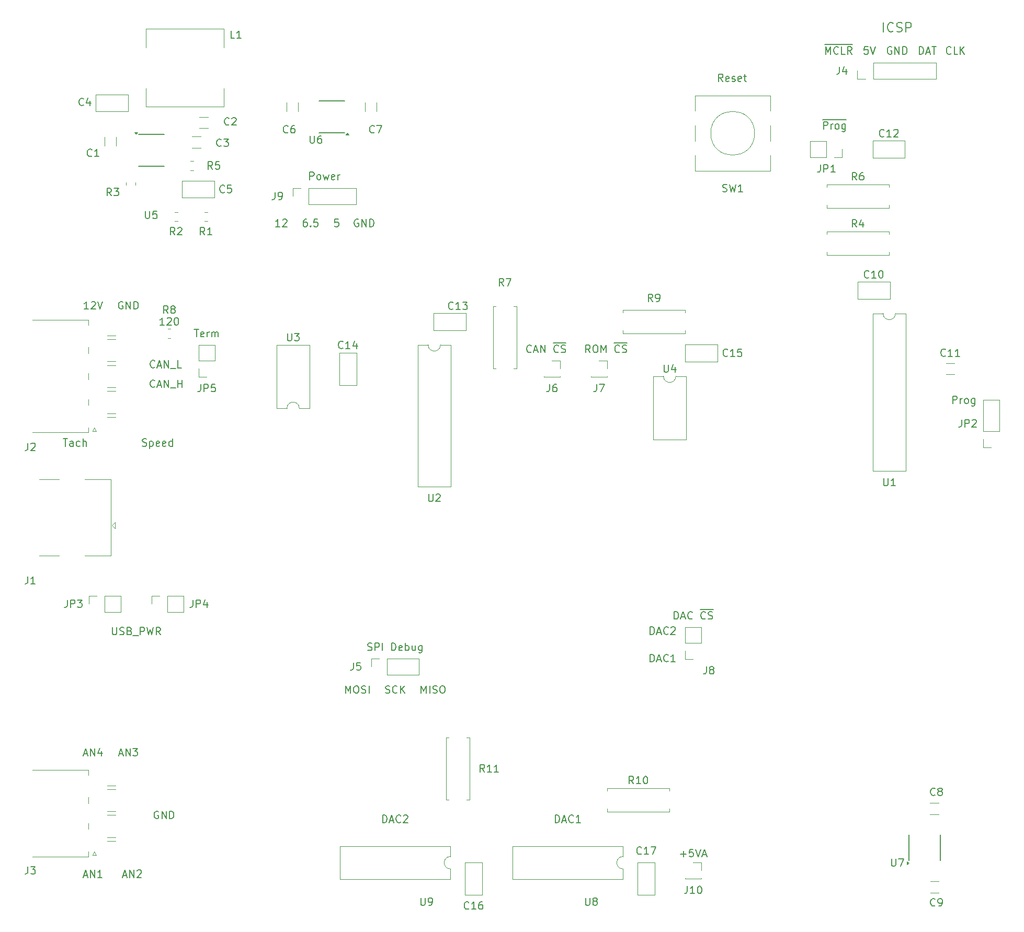
<source format=gbr>
From 8599989f0065842b1e59bf03787b85420a3873c8 Mon Sep 17 00:00:00 2001
From: Sam Anthony <sam@samanthony.xyz>
Date: Sat, 27 Sep 2025 13:02:56 -0400
Subject: tht quote

---
 .../can_gauge_interface-F_Silkscreen.gbr           | 6248 ++++++++++++++++++++
 1 file changed, 6248 insertions(+)
 create mode 100644 hw/manufacturing/can_gauge_interface-F_Silkscreen.gbr

(limited to 'hw/manufacturing/can_gauge_interface-F_Silkscreen.gbr')

diff --git a/hw/manufacturing/can_gauge_interface-F_Silkscreen.gbr b/hw/manufacturing/can_gauge_interface-F_Silkscreen.gbr
new file mode 100644
index 0000000..871fbf5
--- /dev/null
+++ b/hw/manufacturing/can_gauge_interface-F_Silkscreen.gbr
@@ -0,0 +1,6248 @@
+%TF.GenerationSoftware,KiCad,Pcbnew,9.0.0*%
+%TF.CreationDate,2025-09-27T10:55:46-04:00*%
+%TF.ProjectId,can_gauge_interface,63616e5f-6761-4756-9765-5f696e746572,0.1*%
+%TF.SameCoordinates,Original*%
+%TF.FileFunction,Legend,Top*%
+%TF.FilePolarity,Positive*%
+%FSLAX46Y46*%
+G04 Gerber Fmt 4.6, Leading zero omitted, Abs format (unit mm)*
+G04 Created by KiCad (PCBNEW 9.0.0) date 2025-09-27 10:55:46*
+%MOMM*%
+%LPD*%
+G01*
+G04 APERTURE LIST*
+%ADD10C,0.200000*%
+%ADD11C,0.120000*%
+%ADD12C,0.150000*%
+G04 APERTURE END LIST*
+D10*
+X72051578Y-110402742D02*
+X71823006Y-110402742D01*
+X71823006Y-110402742D02*
+X71708720Y-110459885D01*
+X71708720Y-110459885D02*
+X71651578Y-110517028D01*
+X71651578Y-110517028D02*
+X71537292Y-110688457D01*
+X71537292Y-110688457D02*
+X71480149Y-110917028D01*
+X71480149Y-110917028D02*
+X71480149Y-111374171D01*
+X71480149Y-111374171D02*
+X71537292Y-111488457D01*
+X71537292Y-111488457D02*
+X71594435Y-111545600D01*
+X71594435Y-111545600D02*
+X71708720Y-111602742D01*
+X71708720Y-111602742D02*
+X71937292Y-111602742D01*
+X71937292Y-111602742D02*
+X72051578Y-111545600D01*
+X72051578Y-111545600D02*
+X72108720Y-111488457D01*
+X72108720Y-111488457D02*
+X72165863Y-111374171D01*
+X72165863Y-111374171D02*
+X72165863Y-111088457D01*
+X72165863Y-111088457D02*
+X72108720Y-110974171D01*
+X72108720Y-110974171D02*
+X72051578Y-110917028D01*
+X72051578Y-110917028D02*
+X71937292Y-110859885D01*
+X71937292Y-110859885D02*
+X71708720Y-110859885D01*
+X71708720Y-110859885D02*
+X71594435Y-110917028D01*
+X71594435Y-110917028D02*
+X71537292Y-110974171D01*
+X71537292Y-110974171D02*
+X71480149Y-111088457D01*
+X72680149Y-111488457D02*
+X72737292Y-111545600D01*
+X72737292Y-111545600D02*
+X72680149Y-111602742D01*
+X72680149Y-111602742D02*
+X72623006Y-111545600D01*
+X72623006Y-111545600D02*
+X72680149Y-111488457D01*
+X72680149Y-111488457D02*
+X72680149Y-111602742D01*
+X73823006Y-110402742D02*
+X73251578Y-110402742D01*
+X73251578Y-110402742D02*
+X73194435Y-110974171D01*
+X73194435Y-110974171D02*
+X73251578Y-110917028D01*
+X73251578Y-110917028D02*
+X73365864Y-110859885D01*
+X73365864Y-110859885D02*
+X73651578Y-110859885D01*
+X73651578Y-110859885D02*
+X73765864Y-110917028D01*
+X73765864Y-110917028D02*
+X73823006Y-110974171D01*
+X73823006Y-110974171D02*
+X73880149Y-111088457D01*
+X73880149Y-111088457D02*
+X73880149Y-111374171D01*
+X73880149Y-111374171D02*
+X73823006Y-111488457D01*
+X73823006Y-111488457D02*
+X73765864Y-111545600D01*
+X73765864Y-111545600D02*
+X73651578Y-111602742D01*
+X73651578Y-111602742D02*
+X73365864Y-111602742D01*
+X73365864Y-111602742D02*
+X73251578Y-111545600D01*
+X73251578Y-111545600D02*
+X73194435Y-111488457D01*
+X41694286Y-196984885D02*
+X42265715Y-196984885D01*
+X41580000Y-197327742D02*
+X41980000Y-196127742D01*
+X41980000Y-196127742D02*
+X42380000Y-197327742D01*
+X42780000Y-197327742D02*
+X42780000Y-196127742D01*
+X42780000Y-196127742D02*
+X43465714Y-197327742D01*
+X43465714Y-197327742D02*
+X43465714Y-196127742D01*
+X43922857Y-196127742D02*
+X44665714Y-196127742D01*
+X44665714Y-196127742D02*
+X44265714Y-196584885D01*
+X44265714Y-196584885D02*
+X44437143Y-196584885D01*
+X44437143Y-196584885D02*
+X44551429Y-196642028D01*
+X44551429Y-196642028D02*
+X44608571Y-196699171D01*
+X44608571Y-196699171D02*
+X44665714Y-196813457D01*
+X44665714Y-196813457D02*
+X44665714Y-197099171D01*
+X44665714Y-197099171D02*
+X44608571Y-197213457D01*
+X44608571Y-197213457D02*
+X44551429Y-197270600D01*
+X44551429Y-197270600D02*
+X44437143Y-197327742D01*
+X44437143Y-197327742D02*
+X44094286Y-197327742D01*
+X44094286Y-197327742D02*
+X43980000Y-197270600D01*
+X43980000Y-197270600D02*
+X43922857Y-197213457D01*
+X42265714Y-123794885D02*
+X42151429Y-123737742D01*
+X42151429Y-123737742D02*
+X41980000Y-123737742D01*
+X41980000Y-123737742D02*
+X41808571Y-123794885D01*
+X41808571Y-123794885D02*
+X41694286Y-123909171D01*
+X41694286Y-123909171D02*
+X41637143Y-124023457D01*
+X41637143Y-124023457D02*
+X41580000Y-124252028D01*
+X41580000Y-124252028D02*
+X41580000Y-124423457D01*
+X41580000Y-124423457D02*
+X41637143Y-124652028D01*
+X41637143Y-124652028D02*
+X41694286Y-124766314D01*
+X41694286Y-124766314D02*
+X41808571Y-124880600D01*
+X41808571Y-124880600D02*
+X41980000Y-124937742D01*
+X41980000Y-124937742D02*
+X42094286Y-124937742D01*
+X42094286Y-124937742D02*
+X42265714Y-124880600D01*
+X42265714Y-124880600D02*
+X42322857Y-124823457D01*
+X42322857Y-124823457D02*
+X42322857Y-124423457D01*
+X42322857Y-124423457D02*
+X42094286Y-124423457D01*
+X42837143Y-124937742D02*
+X42837143Y-123737742D01*
+X42837143Y-123737742D02*
+X43522857Y-124937742D01*
+X43522857Y-124937742D02*
+X43522857Y-123737742D01*
+X44094286Y-124937742D02*
+X44094286Y-123737742D01*
+X44094286Y-123737742D02*
+X44380000Y-123737742D01*
+X44380000Y-123737742D02*
+X44551429Y-123794885D01*
+X44551429Y-123794885D02*
+X44665714Y-123909171D01*
+X44665714Y-123909171D02*
+X44722857Y-124023457D01*
+X44722857Y-124023457D02*
+X44780000Y-124252028D01*
+X44780000Y-124252028D02*
+X44780000Y-124423457D01*
+X44780000Y-124423457D02*
+X44722857Y-124652028D01*
+X44722857Y-124652028D02*
+X44665714Y-124766314D01*
+X44665714Y-124766314D02*
+X44551429Y-124880600D01*
+X44551429Y-124880600D02*
+X44380000Y-124937742D01*
+X44380000Y-124937742D02*
+X44094286Y-124937742D01*
+X84817143Y-187110600D02*
+X84988572Y-187167742D01*
+X84988572Y-187167742D02*
+X85274286Y-187167742D01*
+X85274286Y-187167742D02*
+X85388572Y-187110600D01*
+X85388572Y-187110600D02*
+X85445714Y-187053457D01*
+X85445714Y-187053457D02*
+X85502857Y-186939171D01*
+X85502857Y-186939171D02*
+X85502857Y-186824885D01*
+X85502857Y-186824885D02*
+X85445714Y-186710600D01*
+X85445714Y-186710600D02*
+X85388572Y-186653457D01*
+X85388572Y-186653457D02*
+X85274286Y-186596314D01*
+X85274286Y-186596314D02*
+X85045714Y-186539171D01*
+X85045714Y-186539171D02*
+X84931429Y-186482028D01*
+X84931429Y-186482028D02*
+X84874286Y-186424885D01*
+X84874286Y-186424885D02*
+X84817143Y-186310600D01*
+X84817143Y-186310600D02*
+X84817143Y-186196314D01*
+X84817143Y-186196314D02*
+X84874286Y-186082028D01*
+X84874286Y-186082028D02*
+X84931429Y-186024885D01*
+X84931429Y-186024885D02*
+X85045714Y-185967742D01*
+X85045714Y-185967742D02*
+X85331429Y-185967742D01*
+X85331429Y-185967742D02*
+X85502857Y-186024885D01*
+X86702857Y-187053457D02*
+X86645714Y-187110600D01*
+X86645714Y-187110600D02*
+X86474286Y-187167742D01*
+X86474286Y-187167742D02*
+X86360000Y-187167742D01*
+X86360000Y-187167742D02*
+X86188571Y-187110600D01*
+X86188571Y-187110600D02*
+X86074286Y-186996314D01*
+X86074286Y-186996314D02*
+X86017143Y-186882028D01*
+X86017143Y-186882028D02*
+X85960000Y-186653457D01*
+X85960000Y-186653457D02*
+X85960000Y-186482028D01*
+X85960000Y-186482028D02*
+X86017143Y-186253457D01*
+X86017143Y-186253457D02*
+X86074286Y-186139171D01*
+X86074286Y-186139171D02*
+X86188571Y-186024885D01*
+X86188571Y-186024885D02*
+X86360000Y-185967742D01*
+X86360000Y-185967742D02*
+X86474286Y-185967742D01*
+X86474286Y-185967742D02*
+X86645714Y-186024885D01*
+X86645714Y-186024885D02*
+X86702857Y-186082028D01*
+X87217143Y-187167742D02*
+X87217143Y-185967742D01*
+X87902857Y-187167742D02*
+X87388571Y-186482028D01*
+X87902857Y-185967742D02*
+X87217143Y-186653457D01*
+X127662708Y-182087742D02*
+X127662708Y-180887742D01*
+X127662708Y-180887742D02*
+X127948422Y-180887742D01*
+X127948422Y-180887742D02*
+X128119851Y-180944885D01*
+X128119851Y-180944885D02*
+X128234136Y-181059171D01*
+X128234136Y-181059171D02*
+X128291279Y-181173457D01*
+X128291279Y-181173457D02*
+X128348422Y-181402028D01*
+X128348422Y-181402028D02*
+X128348422Y-181573457D01*
+X128348422Y-181573457D02*
+X128291279Y-181802028D01*
+X128291279Y-181802028D02*
+X128234136Y-181916314D01*
+X128234136Y-181916314D02*
+X128119851Y-182030600D01*
+X128119851Y-182030600D02*
+X127948422Y-182087742D01*
+X127948422Y-182087742D02*
+X127662708Y-182087742D01*
+X128805565Y-181744885D02*
+X129376994Y-181744885D01*
+X128691279Y-182087742D02*
+X129091279Y-180887742D01*
+X129091279Y-180887742D02*
+X129491279Y-182087742D01*
+X130576993Y-181973457D02*
+X130519850Y-182030600D01*
+X130519850Y-182030600D02*
+X130348422Y-182087742D01*
+X130348422Y-182087742D02*
+X130234136Y-182087742D01*
+X130234136Y-182087742D02*
+X130062707Y-182030600D01*
+X130062707Y-182030600D02*
+X129948422Y-181916314D01*
+X129948422Y-181916314D02*
+X129891279Y-181802028D01*
+X129891279Y-181802028D02*
+X129834136Y-181573457D01*
+X129834136Y-181573457D02*
+X129834136Y-181402028D01*
+X129834136Y-181402028D02*
+X129891279Y-181173457D01*
+X129891279Y-181173457D02*
+X129948422Y-181059171D01*
+X129948422Y-181059171D02*
+X130062707Y-180944885D01*
+X130062707Y-180944885D02*
+X130234136Y-180887742D01*
+X130234136Y-180887742D02*
+X130348422Y-180887742D01*
+X130348422Y-180887742D02*
+X130519850Y-180944885D01*
+X130519850Y-180944885D02*
+X130576993Y-181002028D01*
+X131719850Y-182087742D02*
+X131034136Y-182087742D01*
+X131376993Y-182087742D02*
+X131376993Y-180887742D01*
+X131376993Y-180887742D02*
+X131262707Y-181059171D01*
+X131262707Y-181059171D02*
+X131148422Y-181173457D01*
+X131148422Y-181173457D02*
+X131034136Y-181230600D01*
+X166725714Y-82519885D02*
+X166611429Y-82462742D01*
+X166611429Y-82462742D02*
+X166440000Y-82462742D01*
+X166440000Y-82462742D02*
+X166268571Y-82519885D01*
+X166268571Y-82519885D02*
+X166154286Y-82634171D01*
+X166154286Y-82634171D02*
+X166097143Y-82748457D01*
+X166097143Y-82748457D02*
+X166040000Y-82977028D01*
+X166040000Y-82977028D02*
+X166040000Y-83148457D01*
+X166040000Y-83148457D02*
+X166097143Y-83377028D01*
+X166097143Y-83377028D02*
+X166154286Y-83491314D01*
+X166154286Y-83491314D02*
+X166268571Y-83605600D01*
+X166268571Y-83605600D02*
+X166440000Y-83662742D01*
+X166440000Y-83662742D02*
+X166554286Y-83662742D01*
+X166554286Y-83662742D02*
+X166725714Y-83605600D01*
+X166725714Y-83605600D02*
+X166782857Y-83548457D01*
+X166782857Y-83548457D02*
+X166782857Y-83148457D01*
+X166782857Y-83148457D02*
+X166554286Y-83148457D01*
+X167297143Y-83662742D02*
+X167297143Y-82462742D01*
+X167297143Y-82462742D02*
+X167982857Y-83662742D01*
+X167982857Y-83662742D02*
+X167982857Y-82462742D01*
+X168554286Y-83662742D02*
+X168554286Y-82462742D01*
+X168554286Y-82462742D02*
+X168840000Y-82462742D01*
+X168840000Y-82462742D02*
+X169011429Y-82519885D01*
+X169011429Y-82519885D02*
+X169125714Y-82634171D01*
+X169125714Y-82634171D02*
+X169182857Y-82748457D01*
+X169182857Y-82748457D02*
+X169240000Y-82977028D01*
+X169240000Y-82977028D02*
+X169240000Y-83148457D01*
+X169240000Y-83148457D02*
+X169182857Y-83377028D01*
+X169182857Y-83377028D02*
+X169125714Y-83491314D01*
+X169125714Y-83491314D02*
+X169011429Y-83605600D01*
+X169011429Y-83605600D02*
+X168840000Y-83662742D01*
+X168840000Y-83662742D02*
+X168554286Y-83662742D01*
+X171232292Y-83662742D02*
+X171232292Y-82462742D01*
+X171232292Y-82462742D02*
+X171518006Y-82462742D01*
+X171518006Y-82462742D02*
+X171689435Y-82519885D01*
+X171689435Y-82519885D02*
+X171803720Y-82634171D01*
+X171803720Y-82634171D02*
+X171860863Y-82748457D01*
+X171860863Y-82748457D02*
+X171918006Y-82977028D01*
+X171918006Y-82977028D02*
+X171918006Y-83148457D01*
+X171918006Y-83148457D02*
+X171860863Y-83377028D01*
+X171860863Y-83377028D02*
+X171803720Y-83491314D01*
+X171803720Y-83491314D02*
+X171689435Y-83605600D01*
+X171689435Y-83605600D02*
+X171518006Y-83662742D01*
+X171518006Y-83662742D02*
+X171232292Y-83662742D01*
+X172375149Y-83319885D02*
+X172946578Y-83319885D01*
+X172260863Y-83662742D02*
+X172660863Y-82462742D01*
+X172660863Y-82462742D02*
+X173060863Y-83662742D01*
+X173289434Y-82462742D02*
+X173975149Y-82462742D01*
+X173632291Y-83662742D02*
+X173632291Y-82462742D01*
+X35979286Y-196984885D02*
+X36550715Y-196984885D01*
+X35865000Y-197327742D02*
+X36265000Y-196127742D01*
+X36265000Y-196127742D02*
+X36665000Y-197327742D01*
+X37065000Y-197327742D02*
+X37065000Y-196127742D01*
+X37065000Y-196127742D02*
+X37750714Y-197327742D01*
+X37750714Y-197327742D02*
+X37750714Y-196127742D01*
+X38836429Y-196527742D02*
+X38836429Y-197327742D01*
+X38550714Y-196070600D02*
+X38265000Y-196927742D01*
+X38265000Y-196927742D02*
+X39007857Y-196927742D01*
+X80420863Y-110459885D02*
+X80306578Y-110402742D01*
+X80306578Y-110402742D02*
+X80135149Y-110402742D01*
+X80135149Y-110402742D02*
+X79963720Y-110459885D01*
+X79963720Y-110459885D02*
+X79849435Y-110574171D01*
+X79849435Y-110574171D02*
+X79792292Y-110688457D01*
+X79792292Y-110688457D02*
+X79735149Y-110917028D01*
+X79735149Y-110917028D02*
+X79735149Y-111088457D01*
+X79735149Y-111088457D02*
+X79792292Y-111317028D01*
+X79792292Y-111317028D02*
+X79849435Y-111431314D01*
+X79849435Y-111431314D02*
+X79963720Y-111545600D01*
+X79963720Y-111545600D02*
+X80135149Y-111602742D01*
+X80135149Y-111602742D02*
+X80249435Y-111602742D01*
+X80249435Y-111602742D02*
+X80420863Y-111545600D01*
+X80420863Y-111545600D02*
+X80478006Y-111488457D01*
+X80478006Y-111488457D02*
+X80478006Y-111088457D01*
+X80478006Y-111088457D02*
+X80249435Y-111088457D01*
+X80992292Y-111602742D02*
+X80992292Y-110402742D01*
+X80992292Y-110402742D02*
+X81678006Y-111602742D01*
+X81678006Y-111602742D02*
+X81678006Y-110402742D01*
+X82249435Y-111602742D02*
+X82249435Y-110402742D01*
+X82249435Y-110402742D02*
+X82535149Y-110402742D01*
+X82535149Y-110402742D02*
+X82706578Y-110459885D01*
+X82706578Y-110459885D02*
+X82820863Y-110574171D01*
+X82820863Y-110574171D02*
+X82878006Y-110688457D01*
+X82878006Y-110688457D02*
+X82935149Y-110917028D01*
+X82935149Y-110917028D02*
+X82935149Y-111088457D01*
+X82935149Y-111088457D02*
+X82878006Y-111317028D01*
+X82878006Y-111317028D02*
+X82820863Y-111431314D01*
+X82820863Y-111431314D02*
+X82706578Y-111545600D01*
+X82706578Y-111545600D02*
+X82535149Y-111602742D01*
+X82535149Y-111602742D02*
+X82249435Y-111602742D01*
+X78361278Y-187167742D02*
+X78361278Y-185967742D01*
+X78361278Y-185967742D02*
+X78761278Y-186824885D01*
+X78761278Y-186824885D02*
+X79161278Y-185967742D01*
+X79161278Y-185967742D02*
+X79161278Y-187167742D01*
+X79961278Y-185967742D02*
+X80189850Y-185967742D01*
+X80189850Y-185967742D02*
+X80304135Y-186024885D01*
+X80304135Y-186024885D02*
+X80418421Y-186139171D01*
+X80418421Y-186139171D02*
+X80475564Y-186367742D01*
+X80475564Y-186367742D02*
+X80475564Y-186767742D01*
+X80475564Y-186767742D02*
+X80418421Y-186996314D01*
+X80418421Y-186996314D02*
+X80304135Y-187110600D01*
+X80304135Y-187110600D02*
+X80189850Y-187167742D01*
+X80189850Y-187167742D02*
+X79961278Y-187167742D01*
+X79961278Y-187167742D02*
+X79846993Y-187110600D01*
+X79846993Y-187110600D02*
+X79732707Y-186996314D01*
+X79732707Y-186996314D02*
+X79675564Y-186767742D01*
+X79675564Y-186767742D02*
+X79675564Y-186367742D01*
+X79675564Y-186367742D02*
+X79732707Y-186139171D01*
+X79732707Y-186139171D02*
+X79846993Y-186024885D01*
+X79846993Y-186024885D02*
+X79961278Y-185967742D01*
+X80932707Y-187110600D02*
+X81104136Y-187167742D01*
+X81104136Y-187167742D02*
+X81389850Y-187167742D01*
+X81389850Y-187167742D02*
+X81504136Y-187110600D01*
+X81504136Y-187110600D02*
+X81561278Y-187053457D01*
+X81561278Y-187053457D02*
+X81618421Y-186939171D01*
+X81618421Y-186939171D02*
+X81618421Y-186824885D01*
+X81618421Y-186824885D02*
+X81561278Y-186710600D01*
+X81561278Y-186710600D02*
+X81504136Y-186653457D01*
+X81504136Y-186653457D02*
+X81389850Y-186596314D01*
+X81389850Y-186596314D02*
+X81161278Y-186539171D01*
+X81161278Y-186539171D02*
+X81046993Y-186482028D01*
+X81046993Y-186482028D02*
+X80989850Y-186424885D01*
+X80989850Y-186424885D02*
+X80932707Y-186310600D01*
+X80932707Y-186310600D02*
+X80932707Y-186196314D01*
+X80932707Y-186196314D02*
+X80989850Y-186082028D01*
+X80989850Y-186082028D02*
+X81046993Y-186024885D01*
+X81046993Y-186024885D02*
+X81161278Y-185967742D01*
+X81161278Y-185967742D02*
+X81446993Y-185967742D01*
+X81446993Y-185967742D02*
+X81618421Y-186024885D01*
+X82132707Y-187167742D02*
+X82132707Y-185967742D01*
+X48035863Y-206344885D02*
+X47921578Y-206287742D01*
+X47921578Y-206287742D02*
+X47750149Y-206287742D01*
+X47750149Y-206287742D02*
+X47578720Y-206344885D01*
+X47578720Y-206344885D02*
+X47464435Y-206459171D01*
+X47464435Y-206459171D02*
+X47407292Y-206573457D01*
+X47407292Y-206573457D02*
+X47350149Y-206802028D01*
+X47350149Y-206802028D02*
+X47350149Y-206973457D01*
+X47350149Y-206973457D02*
+X47407292Y-207202028D01*
+X47407292Y-207202028D02*
+X47464435Y-207316314D01*
+X47464435Y-207316314D02*
+X47578720Y-207430600D01*
+X47578720Y-207430600D02*
+X47750149Y-207487742D01*
+X47750149Y-207487742D02*
+X47864435Y-207487742D01*
+X47864435Y-207487742D02*
+X48035863Y-207430600D01*
+X48035863Y-207430600D02*
+X48093006Y-207373457D01*
+X48093006Y-207373457D02*
+X48093006Y-206973457D01*
+X48093006Y-206973457D02*
+X47864435Y-206973457D01*
+X48607292Y-207487742D02*
+X48607292Y-206287742D01*
+X48607292Y-206287742D02*
+X49293006Y-207487742D01*
+X49293006Y-207487742D02*
+X49293006Y-206287742D01*
+X49864435Y-207487742D02*
+X49864435Y-206287742D01*
+X49864435Y-206287742D02*
+X50150149Y-206287742D01*
+X50150149Y-206287742D02*
+X50321578Y-206344885D01*
+X50321578Y-206344885D02*
+X50435863Y-206459171D01*
+X50435863Y-206459171D02*
+X50493006Y-206573457D01*
+X50493006Y-206573457D02*
+X50550149Y-206802028D01*
+X50550149Y-206802028D02*
+X50550149Y-206973457D01*
+X50550149Y-206973457D02*
+X50493006Y-207202028D01*
+X50493006Y-207202028D02*
+X50435863Y-207316314D01*
+X50435863Y-207316314D02*
+X50321578Y-207430600D01*
+X50321578Y-207430600D02*
+X50150149Y-207487742D01*
+X50150149Y-207487742D02*
+X49864435Y-207487742D01*
+X47458006Y-137523457D02*
+X47400863Y-137580600D01*
+X47400863Y-137580600D02*
+X47229435Y-137637742D01*
+X47229435Y-137637742D02*
+X47115149Y-137637742D01*
+X47115149Y-137637742D02*
+X46943720Y-137580600D01*
+X46943720Y-137580600D02*
+X46829435Y-137466314D01*
+X46829435Y-137466314D02*
+X46772292Y-137352028D01*
+X46772292Y-137352028D02*
+X46715149Y-137123457D01*
+X46715149Y-137123457D02*
+X46715149Y-136952028D01*
+X46715149Y-136952028D02*
+X46772292Y-136723457D01*
+X46772292Y-136723457D02*
+X46829435Y-136609171D01*
+X46829435Y-136609171D02*
+X46943720Y-136494885D01*
+X46943720Y-136494885D02*
+X47115149Y-136437742D01*
+X47115149Y-136437742D02*
+X47229435Y-136437742D01*
+X47229435Y-136437742D02*
+X47400863Y-136494885D01*
+X47400863Y-136494885D02*
+X47458006Y-136552028D01*
+X47915149Y-137294885D02*
+X48486578Y-137294885D01*
+X47800863Y-137637742D02*
+X48200863Y-136437742D01*
+X48200863Y-136437742D02*
+X48600863Y-137637742D01*
+X49000863Y-137637742D02*
+X49000863Y-136437742D01*
+X49000863Y-136437742D02*
+X49686577Y-137637742D01*
+X49686577Y-137637742D02*
+X49686577Y-136437742D01*
+X49972292Y-137752028D02*
+X50886577Y-137752028D01*
+X51172292Y-137637742D02*
+X51172292Y-136437742D01*
+X51172292Y-137009171D02*
+X51858006Y-137009171D01*
+X51858006Y-137637742D02*
+X51858006Y-136437742D01*
+X156066278Y-83662742D02*
+X156066278Y-82462742D01*
+X156066278Y-82462742D02*
+X156466278Y-83319885D01*
+X156466278Y-83319885D02*
+X156866278Y-82462742D01*
+X156866278Y-82462742D02*
+X156866278Y-83662742D01*
+X158123421Y-83548457D02*
+X158066278Y-83605600D01*
+X158066278Y-83605600D02*
+X157894850Y-83662742D01*
+X157894850Y-83662742D02*
+X157780564Y-83662742D01*
+X157780564Y-83662742D02*
+X157609135Y-83605600D01*
+X157609135Y-83605600D02*
+X157494850Y-83491314D01*
+X157494850Y-83491314D02*
+X157437707Y-83377028D01*
+X157437707Y-83377028D02*
+X157380564Y-83148457D01*
+X157380564Y-83148457D02*
+X157380564Y-82977028D01*
+X157380564Y-82977028D02*
+X157437707Y-82748457D01*
+X157437707Y-82748457D02*
+X157494850Y-82634171D01*
+X157494850Y-82634171D02*
+X157609135Y-82519885D01*
+X157609135Y-82519885D02*
+X157780564Y-82462742D01*
+X157780564Y-82462742D02*
+X157894850Y-82462742D01*
+X157894850Y-82462742D02*
+X158066278Y-82519885D01*
+X158066278Y-82519885D02*
+X158123421Y-82577028D01*
+X159209135Y-83662742D02*
+X158637707Y-83662742D01*
+X158637707Y-83662742D02*
+X158637707Y-82462742D01*
+X160294850Y-83662742D02*
+X159894850Y-83091314D01*
+X159609136Y-83662742D02*
+X159609136Y-82462742D01*
+X159609136Y-82462742D02*
+X160066279Y-82462742D01*
+X160066279Y-82462742D02*
+X160180564Y-82519885D01*
+X160180564Y-82519885D02*
+X160237707Y-82577028D01*
+X160237707Y-82577028D02*
+X160294850Y-82691314D01*
+X160294850Y-82691314D02*
+X160294850Y-82862742D01*
+X160294850Y-82862742D02*
+X160237707Y-82977028D01*
+X160237707Y-82977028D02*
+X160180564Y-83034171D01*
+X160180564Y-83034171D02*
+X160066279Y-83091314D01*
+X160066279Y-83091314D02*
+X159609136Y-83091314D01*
+X155900564Y-82129600D02*
+X160403422Y-82129600D01*
+X32630863Y-145962742D02*
+X33316578Y-145962742D01*
+X32973720Y-147162742D02*
+X32973720Y-145962742D01*
+X34230864Y-147162742D02*
+X34230864Y-146534171D01*
+X34230864Y-146534171D02*
+X34173721Y-146419885D01*
+X34173721Y-146419885D02*
+X34059435Y-146362742D01*
+X34059435Y-146362742D02*
+X33830864Y-146362742D01*
+X33830864Y-146362742D02*
+X33716578Y-146419885D01*
+X34230864Y-147105600D02*
+X34116578Y-147162742D01*
+X34116578Y-147162742D02*
+X33830864Y-147162742D01*
+X33830864Y-147162742D02*
+X33716578Y-147105600D01*
+X33716578Y-147105600D02*
+X33659435Y-146991314D01*
+X33659435Y-146991314D02*
+X33659435Y-146877028D01*
+X33659435Y-146877028D02*
+X33716578Y-146762742D01*
+X33716578Y-146762742D02*
+X33830864Y-146705600D01*
+X33830864Y-146705600D02*
+X34116578Y-146705600D01*
+X34116578Y-146705600D02*
+X34230864Y-146648457D01*
+X35316578Y-147105600D02*
+X35202292Y-147162742D01*
+X35202292Y-147162742D02*
+X34973720Y-147162742D01*
+X34973720Y-147162742D02*
+X34859435Y-147105600D01*
+X34859435Y-147105600D02*
+X34802292Y-147048457D01*
+X34802292Y-147048457D02*
+X34745149Y-146934171D01*
+X34745149Y-146934171D02*
+X34745149Y-146591314D01*
+X34745149Y-146591314D02*
+X34802292Y-146477028D01*
+X34802292Y-146477028D02*
+X34859435Y-146419885D01*
+X34859435Y-146419885D02*
+X34973720Y-146362742D01*
+X34973720Y-146362742D02*
+X35202292Y-146362742D01*
+X35202292Y-146362742D02*
+X35316578Y-146419885D01*
+X35830863Y-147162742D02*
+X35830863Y-145962742D01*
+X36345149Y-147162742D02*
+X36345149Y-146534171D01*
+X36345149Y-146534171D02*
+X36288006Y-146419885D01*
+X36288006Y-146419885D02*
+X36173720Y-146362742D01*
+X36173720Y-146362742D02*
+X36002291Y-146362742D01*
+X36002291Y-146362742D02*
+X35888006Y-146419885D01*
+X35888006Y-146419885D02*
+X35830863Y-146477028D01*
+X47458006Y-134348457D02*
+X47400863Y-134405600D01*
+X47400863Y-134405600D02*
+X47229435Y-134462742D01*
+X47229435Y-134462742D02*
+X47115149Y-134462742D01*
+X47115149Y-134462742D02*
+X46943720Y-134405600D01*
+X46943720Y-134405600D02*
+X46829435Y-134291314D01*
+X46829435Y-134291314D02*
+X46772292Y-134177028D01*
+X46772292Y-134177028D02*
+X46715149Y-133948457D01*
+X46715149Y-133948457D02*
+X46715149Y-133777028D01*
+X46715149Y-133777028D02*
+X46772292Y-133548457D01*
+X46772292Y-133548457D02*
+X46829435Y-133434171D01*
+X46829435Y-133434171D02*
+X46943720Y-133319885D01*
+X46943720Y-133319885D02*
+X47115149Y-133262742D01*
+X47115149Y-133262742D02*
+X47229435Y-133262742D01*
+X47229435Y-133262742D02*
+X47400863Y-133319885D01*
+X47400863Y-133319885D02*
+X47458006Y-133377028D01*
+X47915149Y-134119885D02*
+X48486578Y-134119885D01*
+X47800863Y-134462742D02*
+X48200863Y-133262742D01*
+X48200863Y-133262742D02*
+X48600863Y-134462742D01*
+X49000863Y-134462742D02*
+X49000863Y-133262742D01*
+X49000863Y-133262742D02*
+X49686577Y-134462742D01*
+X49686577Y-134462742D02*
+X49686577Y-133262742D01*
+X49972292Y-134577028D02*
+X50886577Y-134577028D01*
+X51743720Y-134462742D02*
+X51172292Y-134462742D01*
+X51172292Y-134462742D02*
+X51172292Y-133262742D01*
+X176363006Y-83548457D02*
+X176305863Y-83605600D01*
+X176305863Y-83605600D02*
+X176134435Y-83662742D01*
+X176134435Y-83662742D02*
+X176020149Y-83662742D01*
+X176020149Y-83662742D02*
+X175848720Y-83605600D01*
+X175848720Y-83605600D02*
+X175734435Y-83491314D01*
+X175734435Y-83491314D02*
+X175677292Y-83377028D01*
+X175677292Y-83377028D02*
+X175620149Y-83148457D01*
+X175620149Y-83148457D02*
+X175620149Y-82977028D01*
+X175620149Y-82977028D02*
+X175677292Y-82748457D01*
+X175677292Y-82748457D02*
+X175734435Y-82634171D01*
+X175734435Y-82634171D02*
+X175848720Y-82519885D01*
+X175848720Y-82519885D02*
+X176020149Y-82462742D01*
+X176020149Y-82462742D02*
+X176134435Y-82462742D01*
+X176134435Y-82462742D02*
+X176305863Y-82519885D01*
+X176305863Y-82519885D02*
+X176363006Y-82577028D01*
+X177448720Y-83662742D02*
+X176877292Y-83662742D01*
+X176877292Y-83662742D02*
+X176877292Y-82462742D01*
+X177848721Y-83662742D02*
+X177848721Y-82462742D01*
+X178534435Y-83662742D02*
+X178020149Y-82977028D01*
+X178534435Y-82462742D02*
+X177848721Y-83148457D01*
+X90587292Y-187167742D02*
+X90587292Y-185967742D01*
+X90587292Y-185967742D02*
+X90987292Y-186824885D01*
+X90987292Y-186824885D02*
+X91387292Y-185967742D01*
+X91387292Y-185967742D02*
+X91387292Y-187167742D01*
+X91958721Y-187167742D02*
+X91958721Y-185967742D01*
+X92473007Y-187110600D02*
+X92644436Y-187167742D01*
+X92644436Y-187167742D02*
+X92930150Y-187167742D01*
+X92930150Y-187167742D02*
+X93044436Y-187110600D01*
+X93044436Y-187110600D02*
+X93101578Y-187053457D01*
+X93101578Y-187053457D02*
+X93158721Y-186939171D01*
+X93158721Y-186939171D02*
+X93158721Y-186824885D01*
+X93158721Y-186824885D02*
+X93101578Y-186710600D01*
+X93101578Y-186710600D02*
+X93044436Y-186653457D01*
+X93044436Y-186653457D02*
+X92930150Y-186596314D01*
+X92930150Y-186596314D02*
+X92701578Y-186539171D01*
+X92701578Y-186539171D02*
+X92587293Y-186482028D01*
+X92587293Y-186482028D02*
+X92530150Y-186424885D01*
+X92530150Y-186424885D02*
+X92473007Y-186310600D01*
+X92473007Y-186310600D02*
+X92473007Y-186196314D01*
+X92473007Y-186196314D02*
+X92530150Y-186082028D01*
+X92530150Y-186082028D02*
+X92587293Y-186024885D01*
+X92587293Y-186024885D02*
+X92701578Y-185967742D01*
+X92701578Y-185967742D02*
+X92987293Y-185967742D01*
+X92987293Y-185967742D02*
+X93158721Y-186024885D01*
+X93901578Y-185967742D02*
+X94130150Y-185967742D01*
+X94130150Y-185967742D02*
+X94244435Y-186024885D01*
+X94244435Y-186024885D02*
+X94358721Y-186139171D01*
+X94358721Y-186139171D02*
+X94415864Y-186367742D01*
+X94415864Y-186367742D02*
+X94415864Y-186767742D01*
+X94415864Y-186767742D02*
+X94358721Y-186996314D01*
+X94358721Y-186996314D02*
+X94244435Y-187110600D01*
+X94244435Y-187110600D02*
+X94130150Y-187167742D01*
+X94130150Y-187167742D02*
+X93901578Y-187167742D01*
+X93901578Y-187167742D02*
+X93787293Y-187110600D01*
+X93787293Y-187110600D02*
+X93673007Y-186996314D01*
+X93673007Y-186996314D02*
+X93615864Y-186767742D01*
+X93615864Y-186767742D02*
+X93615864Y-186367742D01*
+X93615864Y-186367742D02*
+X93673007Y-186139171D01*
+X93673007Y-186139171D02*
+X93787293Y-186024885D01*
+X93787293Y-186024885D02*
+X93901578Y-185967742D01*
+X42329286Y-216669885D02*
+X42900715Y-216669885D01*
+X42215000Y-217012742D02*
+X42615000Y-215812742D01*
+X42615000Y-215812742D02*
+X43015000Y-217012742D01*
+X43415000Y-217012742D02*
+X43415000Y-215812742D01*
+X43415000Y-215812742D02*
+X44100714Y-217012742D01*
+X44100714Y-217012742D02*
+X44100714Y-215812742D01*
+X44615000Y-215927028D02*
+X44672143Y-215869885D01*
+X44672143Y-215869885D02*
+X44786429Y-215812742D01*
+X44786429Y-215812742D02*
+X45072143Y-215812742D01*
+X45072143Y-215812742D02*
+X45186429Y-215869885D01*
+X45186429Y-215869885D02*
+X45243571Y-215927028D01*
+X45243571Y-215927028D02*
+X45300714Y-216041314D01*
+X45300714Y-216041314D02*
+X45300714Y-216155600D01*
+X45300714Y-216155600D02*
+X45243571Y-216327028D01*
+X45243571Y-216327028D02*
+X44557857Y-217012742D01*
+X44557857Y-217012742D02*
+X45300714Y-217012742D01*
+X72558572Y-103982742D02*
+X72558572Y-102782742D01*
+X72558572Y-102782742D02*
+X73015715Y-102782742D01*
+X73015715Y-102782742D02*
+X73130000Y-102839885D01*
+X73130000Y-102839885D02*
+X73187143Y-102897028D01*
+X73187143Y-102897028D02*
+X73244286Y-103011314D01*
+X73244286Y-103011314D02*
+X73244286Y-103182742D01*
+X73244286Y-103182742D02*
+X73187143Y-103297028D01*
+X73187143Y-103297028D02*
+X73130000Y-103354171D01*
+X73130000Y-103354171D02*
+X73015715Y-103411314D01*
+X73015715Y-103411314D02*
+X72558572Y-103411314D01*
+X73930000Y-103982742D02*
+X73815715Y-103925600D01*
+X73815715Y-103925600D02*
+X73758572Y-103868457D01*
+X73758572Y-103868457D02*
+X73701429Y-103754171D01*
+X73701429Y-103754171D02*
+X73701429Y-103411314D01*
+X73701429Y-103411314D02*
+X73758572Y-103297028D01*
+X73758572Y-103297028D02*
+X73815715Y-103239885D01*
+X73815715Y-103239885D02*
+X73930000Y-103182742D01*
+X73930000Y-103182742D02*
+X74101429Y-103182742D01*
+X74101429Y-103182742D02*
+X74215715Y-103239885D01*
+X74215715Y-103239885D02*
+X74272858Y-103297028D01*
+X74272858Y-103297028D02*
+X74330000Y-103411314D01*
+X74330000Y-103411314D02*
+X74330000Y-103754171D01*
+X74330000Y-103754171D02*
+X74272858Y-103868457D01*
+X74272858Y-103868457D02*
+X74215715Y-103925600D01*
+X74215715Y-103925600D02*
+X74101429Y-103982742D01*
+X74101429Y-103982742D02*
+X73930000Y-103982742D01*
+X74730000Y-103182742D02*
+X74958572Y-103982742D01*
+X74958572Y-103982742D02*
+X75187143Y-103411314D01*
+X75187143Y-103411314D02*
+X75415714Y-103982742D01*
+X75415714Y-103982742D02*
+X75644286Y-103182742D01*
+X76558572Y-103925600D02*
+X76444286Y-103982742D01*
+X76444286Y-103982742D02*
+X76215715Y-103982742D01*
+X76215715Y-103982742D02*
+X76101429Y-103925600D01*
+X76101429Y-103925600D02*
+X76044286Y-103811314D01*
+X76044286Y-103811314D02*
+X76044286Y-103354171D01*
+X76044286Y-103354171D02*
+X76101429Y-103239885D01*
+X76101429Y-103239885D02*
+X76215715Y-103182742D01*
+X76215715Y-103182742D02*
+X76444286Y-103182742D01*
+X76444286Y-103182742D02*
+X76558572Y-103239885D01*
+X76558572Y-103239885D02*
+X76615715Y-103354171D01*
+X76615715Y-103354171D02*
+X76615715Y-103468457D01*
+X76615715Y-103468457D02*
+X76044286Y-103582742D01*
+X77130000Y-103982742D02*
+X77130000Y-103182742D01*
+X77130000Y-103411314D02*
+X77187143Y-103297028D01*
+X77187143Y-103297028D02*
+X77244286Y-103239885D01*
+X77244286Y-103239885D02*
+X77358571Y-103182742D01*
+X77358571Y-103182742D02*
+X77472857Y-103182742D01*
+X162913720Y-82462742D02*
+X162342292Y-82462742D01*
+X162342292Y-82462742D02*
+X162285149Y-83034171D01*
+X162285149Y-83034171D02*
+X162342292Y-82977028D01*
+X162342292Y-82977028D02*
+X162456578Y-82919885D01*
+X162456578Y-82919885D02*
+X162742292Y-82919885D01*
+X162742292Y-82919885D02*
+X162856578Y-82977028D01*
+X162856578Y-82977028D02*
+X162913720Y-83034171D01*
+X162913720Y-83034171D02*
+X162970863Y-83148457D01*
+X162970863Y-83148457D02*
+X162970863Y-83434171D01*
+X162970863Y-83434171D02*
+X162913720Y-83548457D01*
+X162913720Y-83548457D02*
+X162856578Y-83605600D01*
+X162856578Y-83605600D02*
+X162742292Y-83662742D01*
+X162742292Y-83662742D02*
+X162456578Y-83662742D01*
+X162456578Y-83662742D02*
+X162342292Y-83605600D01*
+X162342292Y-83605600D02*
+X162285149Y-83548457D01*
+X163313720Y-82462742D02*
+X163713720Y-83662742D01*
+X163713720Y-83662742D02*
+X164113720Y-82462742D01*
+X84360000Y-208122742D02*
+X84360000Y-206922742D01*
+X84360000Y-206922742D02*
+X84645714Y-206922742D01*
+X84645714Y-206922742D02*
+X84817143Y-206979885D01*
+X84817143Y-206979885D02*
+X84931428Y-207094171D01*
+X84931428Y-207094171D02*
+X84988571Y-207208457D01*
+X84988571Y-207208457D02*
+X85045714Y-207437028D01*
+X85045714Y-207437028D02*
+X85045714Y-207608457D01*
+X85045714Y-207608457D02*
+X84988571Y-207837028D01*
+X84988571Y-207837028D02*
+X84931428Y-207951314D01*
+X84931428Y-207951314D02*
+X84817143Y-208065600D01*
+X84817143Y-208065600D02*
+X84645714Y-208122742D01*
+X84645714Y-208122742D02*
+X84360000Y-208122742D01*
+X85502857Y-207779885D02*
+X86074286Y-207779885D01*
+X85388571Y-208122742D02*
+X85788571Y-206922742D01*
+X85788571Y-206922742D02*
+X86188571Y-208122742D01*
+X87274285Y-208008457D02*
+X87217142Y-208065600D01*
+X87217142Y-208065600D02*
+X87045714Y-208122742D01*
+X87045714Y-208122742D02*
+X86931428Y-208122742D01*
+X86931428Y-208122742D02*
+X86759999Y-208065600D01*
+X86759999Y-208065600D02*
+X86645714Y-207951314D01*
+X86645714Y-207951314D02*
+X86588571Y-207837028D01*
+X86588571Y-207837028D02*
+X86531428Y-207608457D01*
+X86531428Y-207608457D02*
+X86531428Y-207437028D01*
+X86531428Y-207437028D02*
+X86588571Y-207208457D01*
+X86588571Y-207208457D02*
+X86645714Y-207094171D01*
+X86645714Y-207094171D02*
+X86759999Y-206979885D01*
+X86759999Y-206979885D02*
+X86931428Y-206922742D01*
+X86931428Y-206922742D02*
+X87045714Y-206922742D01*
+X87045714Y-206922742D02*
+X87217142Y-206979885D01*
+X87217142Y-206979885D02*
+X87274285Y-207037028D01*
+X87731428Y-207037028D02*
+X87788571Y-206979885D01*
+X87788571Y-206979885D02*
+X87902857Y-206922742D01*
+X87902857Y-206922742D02*
+X88188571Y-206922742D01*
+X88188571Y-206922742D02*
+X88302857Y-206979885D01*
+X88302857Y-206979885D02*
+X88359999Y-207037028D01*
+X88359999Y-207037028D02*
+X88417142Y-207151314D01*
+X88417142Y-207151314D02*
+X88417142Y-207265600D01*
+X88417142Y-207265600D02*
+X88359999Y-207437028D01*
+X88359999Y-207437028D02*
+X87674285Y-208122742D01*
+X87674285Y-208122742D02*
+X88417142Y-208122742D01*
+X35979286Y-216669885D02*
+X36550715Y-216669885D01*
+X35865000Y-217012742D02*
+X36265000Y-215812742D01*
+X36265000Y-215812742D02*
+X36665000Y-217012742D01*
+X37065000Y-217012742D02*
+X37065000Y-215812742D01*
+X37065000Y-215812742D02*
+X37750714Y-217012742D01*
+X37750714Y-217012742D02*
+X37750714Y-215812742D01*
+X38950714Y-217012742D02*
+X38265000Y-217012742D01*
+X38607857Y-217012742D02*
+X38607857Y-215812742D01*
+X38607857Y-215812742D02*
+X38493571Y-215984171D01*
+X38493571Y-215984171D02*
+X38379286Y-216098457D01*
+X38379286Y-216098457D02*
+X38265000Y-216155600D01*
+X77188720Y-110402742D02*
+X76617292Y-110402742D01*
+X76617292Y-110402742D02*
+X76560149Y-110974171D01*
+X76560149Y-110974171D02*
+X76617292Y-110917028D01*
+X76617292Y-110917028D02*
+X76731578Y-110859885D01*
+X76731578Y-110859885D02*
+X77017292Y-110859885D01*
+X77017292Y-110859885D02*
+X77131578Y-110917028D01*
+X77131578Y-110917028D02*
+X77188720Y-110974171D01*
+X77188720Y-110974171D02*
+X77245863Y-111088457D01*
+X77245863Y-111088457D02*
+X77245863Y-111374171D01*
+X77245863Y-111374171D02*
+X77188720Y-111488457D01*
+X77188720Y-111488457D02*
+X77131578Y-111545600D01*
+X77131578Y-111545600D02*
+X77017292Y-111602742D01*
+X77017292Y-111602742D02*
+X76731578Y-111602742D01*
+X76731578Y-111602742D02*
+X76617292Y-111545600D01*
+X76617292Y-111545600D02*
+X76560149Y-111488457D01*
+X45445149Y-147105600D02*
+X45616578Y-147162742D01*
+X45616578Y-147162742D02*
+X45902292Y-147162742D01*
+X45902292Y-147162742D02*
+X46016578Y-147105600D01*
+X46016578Y-147105600D02*
+X46073720Y-147048457D01*
+X46073720Y-147048457D02*
+X46130863Y-146934171D01*
+X46130863Y-146934171D02*
+X46130863Y-146819885D01*
+X46130863Y-146819885D02*
+X46073720Y-146705600D01*
+X46073720Y-146705600D02*
+X46016578Y-146648457D01*
+X46016578Y-146648457D02*
+X45902292Y-146591314D01*
+X45902292Y-146591314D02*
+X45673720Y-146534171D01*
+X45673720Y-146534171D02*
+X45559435Y-146477028D01*
+X45559435Y-146477028D02*
+X45502292Y-146419885D01*
+X45502292Y-146419885D02*
+X45445149Y-146305600D01*
+X45445149Y-146305600D02*
+X45445149Y-146191314D01*
+X45445149Y-146191314D02*
+X45502292Y-146077028D01*
+X45502292Y-146077028D02*
+X45559435Y-146019885D01*
+X45559435Y-146019885D02*
+X45673720Y-145962742D01*
+X45673720Y-145962742D02*
+X45959435Y-145962742D01*
+X45959435Y-145962742D02*
+X46130863Y-146019885D01*
+X46645149Y-146362742D02*
+X46645149Y-147562742D01*
+X46645149Y-146419885D02*
+X46759435Y-146362742D01*
+X46759435Y-146362742D02*
+X46988006Y-146362742D01*
+X46988006Y-146362742D02*
+X47102292Y-146419885D01*
+X47102292Y-146419885D02*
+X47159435Y-146477028D01*
+X47159435Y-146477028D02*
+X47216577Y-146591314D01*
+X47216577Y-146591314D02*
+X47216577Y-146934171D01*
+X47216577Y-146934171D02*
+X47159435Y-147048457D01*
+X47159435Y-147048457D02*
+X47102292Y-147105600D01*
+X47102292Y-147105600D02*
+X46988006Y-147162742D01*
+X46988006Y-147162742D02*
+X46759435Y-147162742D01*
+X46759435Y-147162742D02*
+X46645149Y-147105600D01*
+X48188006Y-147105600D02*
+X48073720Y-147162742D01*
+X48073720Y-147162742D02*
+X47845149Y-147162742D01*
+X47845149Y-147162742D02*
+X47730863Y-147105600D01*
+X47730863Y-147105600D02*
+X47673720Y-146991314D01*
+X47673720Y-146991314D02*
+X47673720Y-146534171D01*
+X47673720Y-146534171D02*
+X47730863Y-146419885D01*
+X47730863Y-146419885D02*
+X47845149Y-146362742D01*
+X47845149Y-146362742D02*
+X48073720Y-146362742D01*
+X48073720Y-146362742D02*
+X48188006Y-146419885D01*
+X48188006Y-146419885D02*
+X48245149Y-146534171D01*
+X48245149Y-146534171D02*
+X48245149Y-146648457D01*
+X48245149Y-146648457D02*
+X47673720Y-146762742D01*
+X49216577Y-147105600D02*
+X49102291Y-147162742D01*
+X49102291Y-147162742D02*
+X48873720Y-147162742D01*
+X48873720Y-147162742D02*
+X48759434Y-147105600D01*
+X48759434Y-147105600D02*
+X48702291Y-146991314D01*
+X48702291Y-146991314D02*
+X48702291Y-146534171D01*
+X48702291Y-146534171D02*
+X48759434Y-146419885D01*
+X48759434Y-146419885D02*
+X48873720Y-146362742D01*
+X48873720Y-146362742D02*
+X49102291Y-146362742D01*
+X49102291Y-146362742D02*
+X49216577Y-146419885D01*
+X49216577Y-146419885D02*
+X49273720Y-146534171D01*
+X49273720Y-146534171D02*
+X49273720Y-146648457D01*
+X49273720Y-146648457D02*
+X48702291Y-146762742D01*
+X50302291Y-147162742D02*
+X50302291Y-145962742D01*
+X50302291Y-147105600D02*
+X50188005Y-147162742D01*
+X50188005Y-147162742D02*
+X49959433Y-147162742D01*
+X49959433Y-147162742D02*
+X49845148Y-147105600D01*
+X49845148Y-147105600D02*
+X49788005Y-147048457D01*
+X49788005Y-147048457D02*
+X49730862Y-146934171D01*
+X49730862Y-146934171D02*
+X49730862Y-146591314D01*
+X49730862Y-146591314D02*
+X49788005Y-146477028D01*
+X49788005Y-146477028D02*
+X49845148Y-146419885D01*
+X49845148Y-146419885D02*
+X49959433Y-146362742D01*
+X49959433Y-146362742D02*
+X50188005Y-146362742D01*
+X50188005Y-146362742D02*
+X50302291Y-146419885D01*
+X67720863Y-111602742D02*
+X67035149Y-111602742D01*
+X67378006Y-111602742D02*
+X67378006Y-110402742D01*
+X67378006Y-110402742D02*
+X67263720Y-110574171D01*
+X67263720Y-110574171D02*
+X67149435Y-110688457D01*
+X67149435Y-110688457D02*
+X67035149Y-110745600D01*
+X68178006Y-110517028D02*
+X68235149Y-110459885D01*
+X68235149Y-110459885D02*
+X68349435Y-110402742D01*
+X68349435Y-110402742D02*
+X68635149Y-110402742D01*
+X68635149Y-110402742D02*
+X68749435Y-110459885D01*
+X68749435Y-110459885D02*
+X68806577Y-110517028D01*
+X68806577Y-110517028D02*
+X68863720Y-110631314D01*
+X68863720Y-110631314D02*
+X68863720Y-110745600D01*
+X68863720Y-110745600D02*
+X68806577Y-110917028D01*
+X68806577Y-110917028D02*
+X68120863Y-111602742D01*
+X68120863Y-111602742D02*
+X68863720Y-111602742D01*
+X112300000Y-208122742D02*
+X112300000Y-206922742D01*
+X112300000Y-206922742D02*
+X112585714Y-206922742D01*
+X112585714Y-206922742D02*
+X112757143Y-206979885D01*
+X112757143Y-206979885D02*
+X112871428Y-207094171D01*
+X112871428Y-207094171D02*
+X112928571Y-207208457D01*
+X112928571Y-207208457D02*
+X112985714Y-207437028D01*
+X112985714Y-207437028D02*
+X112985714Y-207608457D01*
+X112985714Y-207608457D02*
+X112928571Y-207837028D01*
+X112928571Y-207837028D02*
+X112871428Y-207951314D01*
+X112871428Y-207951314D02*
+X112757143Y-208065600D01*
+X112757143Y-208065600D02*
+X112585714Y-208122742D01*
+X112585714Y-208122742D02*
+X112300000Y-208122742D01*
+X113442857Y-207779885D02*
+X114014286Y-207779885D01*
+X113328571Y-208122742D02*
+X113728571Y-206922742D01*
+X113728571Y-206922742D02*
+X114128571Y-208122742D01*
+X115214285Y-208008457D02*
+X115157142Y-208065600D01*
+X115157142Y-208065600D02*
+X114985714Y-208122742D01*
+X114985714Y-208122742D02*
+X114871428Y-208122742D01*
+X114871428Y-208122742D02*
+X114699999Y-208065600D01*
+X114699999Y-208065600D02*
+X114585714Y-207951314D01*
+X114585714Y-207951314D02*
+X114528571Y-207837028D01*
+X114528571Y-207837028D02*
+X114471428Y-207608457D01*
+X114471428Y-207608457D02*
+X114471428Y-207437028D01*
+X114471428Y-207437028D02*
+X114528571Y-207208457D01*
+X114528571Y-207208457D02*
+X114585714Y-207094171D01*
+X114585714Y-207094171D02*
+X114699999Y-206979885D01*
+X114699999Y-206979885D02*
+X114871428Y-206922742D01*
+X114871428Y-206922742D02*
+X114985714Y-206922742D01*
+X114985714Y-206922742D02*
+X115157142Y-206979885D01*
+X115157142Y-206979885D02*
+X115214285Y-207037028D01*
+X116357142Y-208122742D02*
+X115671428Y-208122742D01*
+X116014285Y-208122742D02*
+X116014285Y-206922742D01*
+X116014285Y-206922742D02*
+X115899999Y-207094171D01*
+X115899999Y-207094171D02*
+X115785714Y-207208457D01*
+X115785714Y-207208457D02*
+X115671428Y-207265600D01*
+X36722143Y-124937742D02*
+X36036429Y-124937742D01*
+X36379286Y-124937742D02*
+X36379286Y-123737742D01*
+X36379286Y-123737742D02*
+X36265000Y-123909171D01*
+X36265000Y-123909171D02*
+X36150715Y-124023457D01*
+X36150715Y-124023457D02*
+X36036429Y-124080600D01*
+X37179286Y-123852028D02*
+X37236429Y-123794885D01*
+X37236429Y-123794885D02*
+X37350715Y-123737742D01*
+X37350715Y-123737742D02*
+X37636429Y-123737742D01*
+X37636429Y-123737742D02*
+X37750715Y-123794885D01*
+X37750715Y-123794885D02*
+X37807857Y-123852028D01*
+X37807857Y-123852028D02*
+X37865000Y-123966314D01*
+X37865000Y-123966314D02*
+X37865000Y-124080600D01*
+X37865000Y-124080600D02*
+X37807857Y-124252028D01*
+X37807857Y-124252028D02*
+X37122143Y-124937742D01*
+X37122143Y-124937742D02*
+X37865000Y-124937742D01*
+X38207857Y-123737742D02*
+X38607857Y-124937742D01*
+X38607857Y-124937742D02*
+X39007857Y-123737742D01*
+X127662708Y-177642742D02*
+X127662708Y-176442742D01*
+X127662708Y-176442742D02*
+X127948422Y-176442742D01*
+X127948422Y-176442742D02*
+X128119851Y-176499885D01*
+X128119851Y-176499885D02*
+X128234136Y-176614171D01*
+X128234136Y-176614171D02*
+X128291279Y-176728457D01*
+X128291279Y-176728457D02*
+X128348422Y-176957028D01*
+X128348422Y-176957028D02*
+X128348422Y-177128457D01*
+X128348422Y-177128457D02*
+X128291279Y-177357028D01*
+X128291279Y-177357028D02*
+X128234136Y-177471314D01*
+X128234136Y-177471314D02*
+X128119851Y-177585600D01*
+X128119851Y-177585600D02*
+X127948422Y-177642742D01*
+X127948422Y-177642742D02*
+X127662708Y-177642742D01*
+X128805565Y-177299885D02*
+X129376994Y-177299885D01*
+X128691279Y-177642742D02*
+X129091279Y-176442742D01*
+X129091279Y-176442742D02*
+X129491279Y-177642742D01*
+X130576993Y-177528457D02*
+X130519850Y-177585600D01*
+X130519850Y-177585600D02*
+X130348422Y-177642742D01*
+X130348422Y-177642742D02*
+X130234136Y-177642742D01*
+X130234136Y-177642742D02*
+X130062707Y-177585600D01*
+X130062707Y-177585600D02*
+X129948422Y-177471314D01*
+X129948422Y-177471314D02*
+X129891279Y-177357028D01*
+X129891279Y-177357028D02*
+X129834136Y-177128457D01*
+X129834136Y-177128457D02*
+X129834136Y-176957028D01*
+X129834136Y-176957028D02*
+X129891279Y-176728457D01*
+X129891279Y-176728457D02*
+X129948422Y-176614171D01*
+X129948422Y-176614171D02*
+X130062707Y-176499885D01*
+X130062707Y-176499885D02*
+X130234136Y-176442742D01*
+X130234136Y-176442742D02*
+X130348422Y-176442742D01*
+X130348422Y-176442742D02*
+X130519850Y-176499885D01*
+X130519850Y-176499885D02*
+X130576993Y-176557028D01*
+X131034136Y-176557028D02*
+X131091279Y-176499885D01*
+X131091279Y-176499885D02*
+X131205565Y-176442742D01*
+X131205565Y-176442742D02*
+X131491279Y-176442742D01*
+X131491279Y-176442742D02*
+X131605565Y-176499885D01*
+X131605565Y-176499885D02*
+X131662707Y-176557028D01*
+X131662707Y-176557028D02*
+X131719850Y-176671314D01*
+X131719850Y-176671314D02*
+X131719850Y-176785600D01*
+X131719850Y-176785600D02*
+X131662707Y-176957028D01*
+X131662707Y-176957028D02*
+X130976993Y-177642742D01*
+X130976993Y-177642742D02*
+X131719850Y-177642742D01*
+X54880000Y-137139742D02*
+X54880000Y-137996885D01*
+X54880000Y-137996885D02*
+X54822857Y-138168314D01*
+X54822857Y-138168314D02*
+X54708571Y-138282600D01*
+X54708571Y-138282600D02*
+X54537143Y-138339742D01*
+X54537143Y-138339742D02*
+X54422857Y-138339742D01*
+X55451429Y-138339742D02*
+X55451429Y-137139742D01*
+X55451429Y-137139742D02*
+X55908572Y-137139742D01*
+X55908572Y-137139742D02*
+X56022857Y-137196885D01*
+X56022857Y-137196885D02*
+X56080000Y-137254028D01*
+X56080000Y-137254028D02*
+X56137143Y-137368314D01*
+X56137143Y-137368314D02*
+X56137143Y-137539742D01*
+X56137143Y-137539742D02*
+X56080000Y-137654028D01*
+X56080000Y-137654028D02*
+X56022857Y-137711171D01*
+X56022857Y-137711171D02*
+X55908572Y-137768314D01*
+X55908572Y-137768314D02*
+X55451429Y-137768314D01*
+X57222857Y-137139742D02*
+X56651429Y-137139742D01*
+X56651429Y-137139742D02*
+X56594286Y-137711171D01*
+X56594286Y-137711171D02*
+X56651429Y-137654028D01*
+X56651429Y-137654028D02*
+X56765715Y-137596885D01*
+X56765715Y-137596885D02*
+X57051429Y-137596885D01*
+X57051429Y-137596885D02*
+X57165715Y-137654028D01*
+X57165715Y-137654028D02*
+X57222857Y-137711171D01*
+X57222857Y-137711171D02*
+X57280000Y-137825457D01*
+X57280000Y-137825457D02*
+X57280000Y-138111171D01*
+X57280000Y-138111171D02*
+X57222857Y-138225457D01*
+X57222857Y-138225457D02*
+X57165715Y-138282600D01*
+X57165715Y-138282600D02*
+X57051429Y-138339742D01*
+X57051429Y-138339742D02*
+X56765715Y-138339742D01*
+X56765715Y-138339742D02*
+X56651429Y-138282600D01*
+X56651429Y-138282600D02*
+X56594286Y-138225457D01*
+X53851428Y-128249742D02*
+X54537143Y-128249742D01*
+X54194285Y-129449742D02*
+X54194285Y-128249742D01*
+X55394286Y-129392600D02*
+X55280000Y-129449742D01*
+X55280000Y-129449742D02*
+X55051429Y-129449742D01*
+X55051429Y-129449742D02*
+X54937143Y-129392600D01*
+X54937143Y-129392600D02*
+X54880000Y-129278314D01*
+X54880000Y-129278314D02*
+X54880000Y-128821171D01*
+X54880000Y-128821171D02*
+X54937143Y-128706885D01*
+X54937143Y-128706885D02*
+X55051429Y-128649742D01*
+X55051429Y-128649742D02*
+X55280000Y-128649742D01*
+X55280000Y-128649742D02*
+X55394286Y-128706885D01*
+X55394286Y-128706885D02*
+X55451429Y-128821171D01*
+X55451429Y-128821171D02*
+X55451429Y-128935457D01*
+X55451429Y-128935457D02*
+X54880000Y-129049742D01*
+X55965714Y-129449742D02*
+X55965714Y-128649742D01*
+X55965714Y-128878314D02*
+X56022857Y-128764028D01*
+X56022857Y-128764028D02*
+X56080000Y-128706885D01*
+X56080000Y-128706885D02*
+X56194285Y-128649742D01*
+X56194285Y-128649742D02*
+X56308571Y-128649742D01*
+X56708571Y-129449742D02*
+X56708571Y-128649742D01*
+X56708571Y-128764028D02*
+X56765714Y-128706885D01*
+X56765714Y-128706885D02*
+X56879999Y-128649742D01*
+X56879999Y-128649742D02*
+X57051428Y-128649742D01*
+X57051428Y-128649742D02*
+X57165714Y-128706885D01*
+X57165714Y-128706885D02*
+X57222857Y-128821171D01*
+X57222857Y-128821171D02*
+X57222857Y-129449742D01*
+X57222857Y-128821171D02*
+X57279999Y-128706885D01*
+X57279999Y-128706885D02*
+X57394285Y-128649742D01*
+X57394285Y-128649742D02*
+X57565714Y-128649742D01*
+X57565714Y-128649742D02*
+X57679999Y-128706885D01*
+X57679999Y-128706885D02*
+X57737142Y-128821171D01*
+X57737142Y-128821171D02*
+X57737142Y-129449742D01*
+X117195714Y-220324742D02*
+X117195714Y-221296171D01*
+X117195714Y-221296171D02*
+X117252857Y-221410457D01*
+X117252857Y-221410457D02*
+X117310000Y-221467600D01*
+X117310000Y-221467600D02*
+X117424285Y-221524742D01*
+X117424285Y-221524742D02*
+X117652857Y-221524742D01*
+X117652857Y-221524742D02*
+X117767142Y-221467600D01*
+X117767142Y-221467600D02*
+X117824285Y-221410457D01*
+X117824285Y-221410457D02*
+X117881428Y-221296171D01*
+X117881428Y-221296171D02*
+X117881428Y-220324742D01*
+X118624285Y-220839028D02*
+X118510000Y-220781885D01*
+X118510000Y-220781885D02*
+X118452857Y-220724742D01*
+X118452857Y-220724742D02*
+X118395714Y-220610457D01*
+X118395714Y-220610457D02*
+X118395714Y-220553314D01*
+X118395714Y-220553314D02*
+X118452857Y-220439028D01*
+X118452857Y-220439028D02*
+X118510000Y-220381885D01*
+X118510000Y-220381885D02*
+X118624285Y-220324742D01*
+X118624285Y-220324742D02*
+X118852857Y-220324742D01*
+X118852857Y-220324742D02*
+X118967143Y-220381885D01*
+X118967143Y-220381885D02*
+X119024285Y-220439028D01*
+X119024285Y-220439028D02*
+X119081428Y-220553314D01*
+X119081428Y-220553314D02*
+X119081428Y-220610457D01*
+X119081428Y-220610457D02*
+X119024285Y-220724742D01*
+X119024285Y-220724742D02*
+X118967143Y-220781885D01*
+X118967143Y-220781885D02*
+X118852857Y-220839028D01*
+X118852857Y-220839028D02*
+X118624285Y-220839028D01*
+X118624285Y-220839028D02*
+X118510000Y-220896171D01*
+X118510000Y-220896171D02*
+X118452857Y-220953314D01*
+X118452857Y-220953314D02*
+X118395714Y-221067600D01*
+X118395714Y-221067600D02*
+X118395714Y-221296171D01*
+X118395714Y-221296171D02*
+X118452857Y-221410457D01*
+X118452857Y-221410457D02*
+X118510000Y-221467600D01*
+X118510000Y-221467600D02*
+X118624285Y-221524742D01*
+X118624285Y-221524742D02*
+X118852857Y-221524742D01*
+X118852857Y-221524742D02*
+X118967143Y-221467600D01*
+X118967143Y-221467600D02*
+X119024285Y-221410457D01*
+X119024285Y-221410457D02*
+X119081428Y-221296171D01*
+X119081428Y-221296171D02*
+X119081428Y-221067600D01*
+X119081428Y-221067600D02*
+X119024285Y-220953314D01*
+X119024285Y-220953314D02*
+X118967143Y-220896171D01*
+X118967143Y-220896171D02*
+X118852857Y-220839028D01*
+X140198571Y-132510457D02*
+X140141428Y-132567600D01*
+X140141428Y-132567600D02*
+X139970000Y-132624742D01*
+X139970000Y-132624742D02*
+X139855714Y-132624742D01*
+X139855714Y-132624742D02*
+X139684285Y-132567600D01*
+X139684285Y-132567600D02*
+X139570000Y-132453314D01*
+X139570000Y-132453314D02*
+X139512857Y-132339028D01*
+X139512857Y-132339028D02*
+X139455714Y-132110457D01*
+X139455714Y-132110457D02*
+X139455714Y-131939028D01*
+X139455714Y-131939028D02*
+X139512857Y-131710457D01*
+X139512857Y-131710457D02*
+X139570000Y-131596171D01*
+X139570000Y-131596171D02*
+X139684285Y-131481885D01*
+X139684285Y-131481885D02*
+X139855714Y-131424742D01*
+X139855714Y-131424742D02*
+X139970000Y-131424742D01*
+X139970000Y-131424742D02*
+X140141428Y-131481885D01*
+X140141428Y-131481885D02*
+X140198571Y-131539028D01*
+X141341428Y-132624742D02*
+X140655714Y-132624742D01*
+X140998571Y-132624742D02*
+X140998571Y-131424742D01*
+X140998571Y-131424742D02*
+X140884285Y-131596171D01*
+X140884285Y-131596171D02*
+X140770000Y-131710457D01*
+X140770000Y-131710457D02*
+X140655714Y-131767600D01*
+X142427142Y-131424742D02*
+X141855714Y-131424742D01*
+X141855714Y-131424742D02*
+X141798571Y-131996171D01*
+X141798571Y-131996171D02*
+X141855714Y-131939028D01*
+X141855714Y-131939028D02*
+X141970000Y-131881885D01*
+X141970000Y-131881885D02*
+X142255714Y-131881885D01*
+X142255714Y-131881885D02*
+X142370000Y-131939028D01*
+X142370000Y-131939028D02*
+X142427142Y-131996171D01*
+X142427142Y-131996171D02*
+X142484285Y-132110457D01*
+X142484285Y-132110457D02*
+X142484285Y-132396171D01*
+X142484285Y-132396171D02*
+X142427142Y-132510457D01*
+X142427142Y-132510457D02*
+X142370000Y-132567600D01*
+X142370000Y-132567600D02*
+X142255714Y-132624742D01*
+X142255714Y-132624742D02*
+X141970000Y-132624742D01*
+X141970000Y-132624742D02*
+X141855714Y-132567600D01*
+X141855714Y-132567600D02*
+X141798571Y-132510457D01*
+X111360000Y-137139742D02*
+X111360000Y-137996885D01*
+X111360000Y-137996885D02*
+X111302857Y-138168314D01*
+X111302857Y-138168314D02*
+X111188571Y-138282600D01*
+X111188571Y-138282600D02*
+X111017143Y-138339742D01*
+X111017143Y-138339742D02*
+X110902857Y-138339742D01*
+X112445715Y-137139742D02*
+X112217143Y-137139742D01*
+X112217143Y-137139742D02*
+X112102857Y-137196885D01*
+X112102857Y-137196885D02*
+X112045715Y-137254028D01*
+X112045715Y-137254028D02*
+X111931429Y-137425457D01*
+X111931429Y-137425457D02*
+X111874286Y-137654028D01*
+X111874286Y-137654028D02*
+X111874286Y-138111171D01*
+X111874286Y-138111171D02*
+X111931429Y-138225457D01*
+X111931429Y-138225457D02*
+X111988572Y-138282600D01*
+X111988572Y-138282600D02*
+X112102857Y-138339742D01*
+X112102857Y-138339742D02*
+X112331429Y-138339742D01*
+X112331429Y-138339742D02*
+X112445715Y-138282600D01*
+X112445715Y-138282600D02*
+X112502857Y-138225457D01*
+X112502857Y-138225457D02*
+X112560000Y-138111171D01*
+X112560000Y-138111171D02*
+X112560000Y-137825457D01*
+X112560000Y-137825457D02*
+X112502857Y-137711171D01*
+X112502857Y-137711171D02*
+X112445715Y-137654028D01*
+X112445715Y-137654028D02*
+X112331429Y-137596885D01*
+X112331429Y-137596885D02*
+X112102857Y-137596885D01*
+X112102857Y-137596885D02*
+X111988572Y-137654028D01*
+X111988572Y-137654028D02*
+X111931429Y-137711171D01*
+X111931429Y-137711171D02*
+X111874286Y-137825457D01*
+X108396993Y-131875457D02*
+X108339850Y-131932600D01*
+X108339850Y-131932600D02*
+X108168422Y-131989742D01*
+X108168422Y-131989742D02*
+X108054136Y-131989742D01*
+X108054136Y-131989742D02*
+X107882707Y-131932600D01*
+X107882707Y-131932600D02*
+X107768422Y-131818314D01*
+X107768422Y-131818314D02*
+X107711279Y-131704028D01*
+X107711279Y-131704028D02*
+X107654136Y-131475457D01*
+X107654136Y-131475457D02*
+X107654136Y-131304028D01*
+X107654136Y-131304028D02*
+X107711279Y-131075457D01*
+X107711279Y-131075457D02*
+X107768422Y-130961171D01*
+X107768422Y-130961171D02*
+X107882707Y-130846885D01*
+X107882707Y-130846885D02*
+X108054136Y-130789742D01*
+X108054136Y-130789742D02*
+X108168422Y-130789742D01*
+X108168422Y-130789742D02*
+X108339850Y-130846885D01*
+X108339850Y-130846885D02*
+X108396993Y-130904028D01*
+X108854136Y-131646885D02*
+X109425565Y-131646885D01*
+X108739850Y-131989742D02*
+X109139850Y-130789742D01*
+X109139850Y-130789742D02*
+X109539850Y-131989742D01*
+X109939850Y-131989742D02*
+X109939850Y-130789742D01*
+X109939850Y-130789742D02*
+X110625564Y-131989742D01*
+X110625564Y-131989742D02*
+X110625564Y-130789742D01*
+X112796993Y-131875457D02*
+X112739850Y-131932600D01*
+X112739850Y-131932600D02*
+X112568422Y-131989742D01*
+X112568422Y-131989742D02*
+X112454136Y-131989742D01*
+X112454136Y-131989742D02*
+X112282707Y-131932600D01*
+X112282707Y-131932600D02*
+X112168422Y-131818314D01*
+X112168422Y-131818314D02*
+X112111279Y-131704028D01*
+X112111279Y-131704028D02*
+X112054136Y-131475457D01*
+X112054136Y-131475457D02*
+X112054136Y-131304028D01*
+X112054136Y-131304028D02*
+X112111279Y-131075457D01*
+X112111279Y-131075457D02*
+X112168422Y-130961171D01*
+X112168422Y-130961171D02*
+X112282707Y-130846885D01*
+X112282707Y-130846885D02*
+X112454136Y-130789742D01*
+X112454136Y-130789742D02*
+X112568422Y-130789742D01*
+X112568422Y-130789742D02*
+X112739850Y-130846885D01*
+X112739850Y-130846885D02*
+X112796993Y-130904028D01*
+X113254136Y-131932600D02*
+X113425565Y-131989742D01*
+X113425565Y-131989742D02*
+X113711279Y-131989742D01*
+X113711279Y-131989742D02*
+X113825565Y-131932600D01*
+X113825565Y-131932600D02*
+X113882707Y-131875457D01*
+X113882707Y-131875457D02*
+X113939850Y-131761171D01*
+X113939850Y-131761171D02*
+X113939850Y-131646885D01*
+X113939850Y-131646885D02*
+X113882707Y-131532600D01*
+X113882707Y-131532600D02*
+X113825565Y-131475457D01*
+X113825565Y-131475457D02*
+X113711279Y-131418314D01*
+X113711279Y-131418314D02*
+X113482707Y-131361171D01*
+X113482707Y-131361171D02*
+X113368422Y-131304028D01*
+X113368422Y-131304028D02*
+X113311279Y-131246885D01*
+X113311279Y-131246885D02*
+X113254136Y-131132600D01*
+X113254136Y-131132600D02*
+X113254136Y-131018314D01*
+X113254136Y-131018314D02*
+X113311279Y-130904028D01*
+X113311279Y-130904028D02*
+X113368422Y-130846885D01*
+X113368422Y-130846885D02*
+X113482707Y-130789742D01*
+X113482707Y-130789742D02*
+X113768422Y-130789742D01*
+X113768422Y-130789742D02*
+X113939850Y-130846885D01*
+X111945565Y-130456600D02*
+X114048422Y-130456600D01*
+X33290000Y-172064742D02*
+X33290000Y-172921885D01*
+X33290000Y-172921885D02*
+X33232857Y-173093314D01*
+X33232857Y-173093314D02*
+X33118571Y-173207600D01*
+X33118571Y-173207600D02*
+X32947143Y-173264742D01*
+X32947143Y-173264742D02*
+X32832857Y-173264742D01*
+X33861429Y-173264742D02*
+X33861429Y-172064742D01*
+X33861429Y-172064742D02*
+X34318572Y-172064742D01*
+X34318572Y-172064742D02*
+X34432857Y-172121885D01*
+X34432857Y-172121885D02*
+X34490000Y-172179028D01*
+X34490000Y-172179028D02*
+X34547143Y-172293314D01*
+X34547143Y-172293314D02*
+X34547143Y-172464742D01*
+X34547143Y-172464742D02*
+X34490000Y-172579028D01*
+X34490000Y-172579028D02*
+X34432857Y-172636171D01*
+X34432857Y-172636171D02*
+X34318572Y-172693314D01*
+X34318572Y-172693314D02*
+X33861429Y-172693314D01*
+X34947143Y-172064742D02*
+X35690000Y-172064742D01*
+X35690000Y-172064742D02*
+X35290000Y-172521885D01*
+X35290000Y-172521885D02*
+X35461429Y-172521885D01*
+X35461429Y-172521885D02*
+X35575715Y-172579028D01*
+X35575715Y-172579028D02*
+X35632857Y-172636171D01*
+X35632857Y-172636171D02*
+X35690000Y-172750457D01*
+X35690000Y-172750457D02*
+X35690000Y-173036171D01*
+X35690000Y-173036171D02*
+X35632857Y-173150457D01*
+X35632857Y-173150457D02*
+X35575715Y-173207600D01*
+X35575715Y-173207600D02*
+X35461429Y-173264742D01*
+X35461429Y-173264742D02*
+X35118572Y-173264742D01*
+X35118572Y-173264742D02*
+X35004286Y-173207600D01*
+X35004286Y-173207600D02*
+X34947143Y-173150457D01*
+X40592857Y-176509742D02*
+X40592857Y-177481171D01*
+X40592857Y-177481171D02*
+X40650000Y-177595457D01*
+X40650000Y-177595457D02*
+X40707143Y-177652600D01*
+X40707143Y-177652600D02*
+X40821428Y-177709742D01*
+X40821428Y-177709742D02*
+X41050000Y-177709742D01*
+X41050000Y-177709742D02*
+X41164285Y-177652600D01*
+X41164285Y-177652600D02*
+X41221428Y-177595457D01*
+X41221428Y-177595457D02*
+X41278571Y-177481171D01*
+X41278571Y-177481171D02*
+X41278571Y-176509742D01*
+X41792857Y-177652600D02*
+X41964286Y-177709742D01*
+X41964286Y-177709742D02*
+X42250000Y-177709742D01*
+X42250000Y-177709742D02*
+X42364286Y-177652600D01*
+X42364286Y-177652600D02*
+X42421428Y-177595457D01*
+X42421428Y-177595457D02*
+X42478571Y-177481171D01*
+X42478571Y-177481171D02*
+X42478571Y-177366885D01*
+X42478571Y-177366885D02*
+X42421428Y-177252600D01*
+X42421428Y-177252600D02*
+X42364286Y-177195457D01*
+X42364286Y-177195457D02*
+X42250000Y-177138314D01*
+X42250000Y-177138314D02*
+X42021428Y-177081171D01*
+X42021428Y-177081171D02*
+X41907143Y-177024028D01*
+X41907143Y-177024028D02*
+X41850000Y-176966885D01*
+X41850000Y-176966885D02*
+X41792857Y-176852600D01*
+X41792857Y-176852600D02*
+X41792857Y-176738314D01*
+X41792857Y-176738314D02*
+X41850000Y-176624028D01*
+X41850000Y-176624028D02*
+X41907143Y-176566885D01*
+X41907143Y-176566885D02*
+X42021428Y-176509742D01*
+X42021428Y-176509742D02*
+X42307143Y-176509742D01*
+X42307143Y-176509742D02*
+X42478571Y-176566885D01*
+X43392857Y-177081171D02*
+X43564285Y-177138314D01*
+X43564285Y-177138314D02*
+X43621428Y-177195457D01*
+X43621428Y-177195457D02*
+X43678571Y-177309742D01*
+X43678571Y-177309742D02*
+X43678571Y-177481171D01*
+X43678571Y-177481171D02*
+X43621428Y-177595457D01*
+X43621428Y-177595457D02*
+X43564285Y-177652600D01*
+X43564285Y-177652600D02*
+X43450000Y-177709742D01*
+X43450000Y-177709742D02*
+X42992857Y-177709742D01*
+X42992857Y-177709742D02*
+X42992857Y-176509742D01*
+X42992857Y-176509742D02*
+X43392857Y-176509742D01*
+X43392857Y-176509742D02*
+X43507143Y-176566885D01*
+X43507143Y-176566885D02*
+X43564285Y-176624028D01*
+X43564285Y-176624028D02*
+X43621428Y-176738314D01*
+X43621428Y-176738314D02*
+X43621428Y-176852600D01*
+X43621428Y-176852600D02*
+X43564285Y-176966885D01*
+X43564285Y-176966885D02*
+X43507143Y-177024028D01*
+X43507143Y-177024028D02*
+X43392857Y-177081171D01*
+X43392857Y-177081171D02*
+X42992857Y-177081171D01*
+X43907143Y-177824028D02*
+X44821428Y-177824028D01*
+X45107143Y-177709742D02*
+X45107143Y-176509742D01*
+X45107143Y-176509742D02*
+X45564286Y-176509742D01*
+X45564286Y-176509742D02*
+X45678571Y-176566885D01*
+X45678571Y-176566885D02*
+X45735714Y-176624028D01*
+X45735714Y-176624028D02*
+X45792857Y-176738314D01*
+X45792857Y-176738314D02*
+X45792857Y-176909742D01*
+X45792857Y-176909742D02*
+X45735714Y-177024028D01*
+X45735714Y-177024028D02*
+X45678571Y-177081171D01*
+X45678571Y-177081171D02*
+X45564286Y-177138314D01*
+X45564286Y-177138314D02*
+X45107143Y-177138314D01*
+X46192857Y-176509742D02*
+X46478571Y-177709742D01*
+X46478571Y-177709742D02*
+X46707143Y-176852600D01*
+X46707143Y-176852600D02*
+X46935714Y-177709742D01*
+X46935714Y-177709742D02*
+X47221429Y-176509742D01*
+X48364286Y-177709742D02*
+X47964286Y-177138314D01*
+X47678572Y-177709742D02*
+X47678572Y-176509742D01*
+X47678572Y-176509742D02*
+X48135715Y-176509742D01*
+X48135715Y-176509742D02*
+X48250000Y-176566885D01*
+X48250000Y-176566885D02*
+X48307143Y-176624028D01*
+X48307143Y-176624028D02*
+X48364286Y-176738314D01*
+X48364286Y-176738314D02*
+X48364286Y-176909742D01*
+X48364286Y-176909742D02*
+X48307143Y-177024028D01*
+X48307143Y-177024028D02*
+X48250000Y-177081171D01*
+X48250000Y-177081171D02*
+X48135715Y-177138314D01*
+X48135715Y-177138314D02*
+X47678572Y-177138314D01*
+X95748571Y-124890457D02*
+X95691428Y-124947600D01*
+X95691428Y-124947600D02*
+X95520000Y-125004742D01*
+X95520000Y-125004742D02*
+X95405714Y-125004742D01*
+X95405714Y-125004742D02*
+X95234285Y-124947600D01*
+X95234285Y-124947600D02*
+X95120000Y-124833314D01*
+X95120000Y-124833314D02*
+X95062857Y-124719028D01*
+X95062857Y-124719028D02*
+X95005714Y-124490457D01*
+X95005714Y-124490457D02*
+X95005714Y-124319028D01*
+X95005714Y-124319028D02*
+X95062857Y-124090457D01*
+X95062857Y-124090457D02*
+X95120000Y-123976171D01*
+X95120000Y-123976171D02*
+X95234285Y-123861885D01*
+X95234285Y-123861885D02*
+X95405714Y-123804742D01*
+X95405714Y-123804742D02*
+X95520000Y-123804742D01*
+X95520000Y-123804742D02*
+X95691428Y-123861885D01*
+X95691428Y-123861885D02*
+X95748571Y-123919028D01*
+X96891428Y-125004742D02*
+X96205714Y-125004742D01*
+X96548571Y-125004742D02*
+X96548571Y-123804742D01*
+X96548571Y-123804742D02*
+X96434285Y-123976171D01*
+X96434285Y-123976171D02*
+X96320000Y-124090457D01*
+X96320000Y-124090457D02*
+X96205714Y-124147600D01*
+X97291428Y-123804742D02*
+X98034285Y-123804742D01*
+X98034285Y-123804742D02*
+X97634285Y-124261885D01*
+X97634285Y-124261885D02*
+X97805714Y-124261885D01*
+X97805714Y-124261885D02*
+X97920000Y-124319028D01*
+X97920000Y-124319028D02*
+X97977142Y-124376171D01*
+X97977142Y-124376171D02*
+X98034285Y-124490457D01*
+X98034285Y-124490457D02*
+X98034285Y-124776171D01*
+X98034285Y-124776171D02*
+X97977142Y-124890457D01*
+X97977142Y-124890457D02*
+X97920000Y-124947600D01*
+X97920000Y-124947600D02*
+X97805714Y-125004742D01*
+X97805714Y-125004742D02*
+X97462857Y-125004742D01*
+X97462857Y-125004742D02*
+X97348571Y-124947600D01*
+X97348571Y-124947600D02*
+X97291428Y-124890457D01*
+X158290000Y-85704742D02*
+X158290000Y-86561885D01*
+X158290000Y-86561885D02*
+X158232857Y-86733314D01*
+X158232857Y-86733314D02*
+X158118571Y-86847600D01*
+X158118571Y-86847600D02*
+X157947143Y-86904742D01*
+X157947143Y-86904742D02*
+X157832857Y-86904742D01*
+X159375715Y-86104742D02*
+X159375715Y-86904742D01*
+X159090000Y-85647600D02*
+X158804286Y-86504742D01*
+X158804286Y-86504742D02*
+X159547143Y-86504742D01*
+X165425714Y-80058528D02*
+X165425714Y-78558528D01*
+X166997143Y-79915671D02*
+X166925715Y-79987100D01*
+X166925715Y-79987100D02*
+X166711429Y-80058528D01*
+X166711429Y-80058528D02*
+X166568572Y-80058528D01*
+X166568572Y-80058528D02*
+X166354286Y-79987100D01*
+X166354286Y-79987100D02*
+X166211429Y-79844242D01*
+X166211429Y-79844242D02*
+X166140000Y-79701385D01*
+X166140000Y-79701385D02*
+X166068572Y-79415671D01*
+X166068572Y-79415671D02*
+X166068572Y-79201385D01*
+X166068572Y-79201385D02*
+X166140000Y-78915671D01*
+X166140000Y-78915671D02*
+X166211429Y-78772814D01*
+X166211429Y-78772814D02*
+X166354286Y-78629957D01*
+X166354286Y-78629957D02*
+X166568572Y-78558528D01*
+X166568572Y-78558528D02*
+X166711429Y-78558528D01*
+X166711429Y-78558528D02*
+X166925715Y-78629957D01*
+X166925715Y-78629957D02*
+X166997143Y-78701385D01*
+X167568572Y-79987100D02*
+X167782858Y-80058528D01*
+X167782858Y-80058528D02*
+X168140000Y-80058528D01*
+X168140000Y-80058528D02*
+X168282858Y-79987100D01*
+X168282858Y-79987100D02*
+X168354286Y-79915671D01*
+X168354286Y-79915671D02*
+X168425715Y-79772814D01*
+X168425715Y-79772814D02*
+X168425715Y-79629957D01*
+X168425715Y-79629957D02*
+X168354286Y-79487100D01*
+X168354286Y-79487100D02*
+X168282858Y-79415671D01*
+X168282858Y-79415671D02*
+X168140000Y-79344242D01*
+X168140000Y-79344242D02*
+X167854286Y-79272814D01*
+X167854286Y-79272814D02*
+X167711429Y-79201385D01*
+X167711429Y-79201385D02*
+X167640000Y-79129957D01*
+X167640000Y-79129957D02*
+X167568572Y-78987100D01*
+X167568572Y-78987100D02*
+X167568572Y-78844242D01*
+X167568572Y-78844242D02*
+X167640000Y-78701385D01*
+X167640000Y-78701385D02*
+X167711429Y-78629957D01*
+X167711429Y-78629957D02*
+X167854286Y-78558528D01*
+X167854286Y-78558528D02*
+X168211429Y-78558528D01*
+X168211429Y-78558528D02*
+X168425715Y-78629957D01*
+X169068571Y-80058528D02*
+X169068571Y-78558528D01*
+X169068571Y-78558528D02*
+X169640000Y-78558528D01*
+X169640000Y-78558528D02*
+X169782857Y-78629957D01*
+X169782857Y-78629957D02*
+X169854286Y-78701385D01*
+X169854286Y-78701385D02*
+X169925714Y-78844242D01*
+X169925714Y-78844242D02*
+X169925714Y-79058528D01*
+X169925714Y-79058528D02*
+X169854286Y-79201385D01*
+X169854286Y-79201385D02*
+X169782857Y-79272814D01*
+X169782857Y-79272814D02*
+X169640000Y-79344242D01*
+X169640000Y-79344242D02*
+X169068571Y-79344242D01*
+X98288571Y-222045457D02*
+X98231428Y-222102600D01*
+X98231428Y-222102600D02*
+X98060000Y-222159742D01*
+X98060000Y-222159742D02*
+X97945714Y-222159742D01*
+X97945714Y-222159742D02*
+X97774285Y-222102600D01*
+X97774285Y-222102600D02*
+X97660000Y-221988314D01*
+X97660000Y-221988314D02*
+X97602857Y-221874028D01*
+X97602857Y-221874028D02*
+X97545714Y-221645457D01*
+X97545714Y-221645457D02*
+X97545714Y-221474028D01*
+X97545714Y-221474028D02*
+X97602857Y-221245457D01*
+X97602857Y-221245457D02*
+X97660000Y-221131171D01*
+X97660000Y-221131171D02*
+X97774285Y-221016885D01*
+X97774285Y-221016885D02*
+X97945714Y-220959742D01*
+X97945714Y-220959742D02*
+X98060000Y-220959742D01*
+X98060000Y-220959742D02*
+X98231428Y-221016885D01*
+X98231428Y-221016885D02*
+X98288571Y-221074028D01*
+X99431428Y-222159742D02*
+X98745714Y-222159742D01*
+X99088571Y-222159742D02*
+X99088571Y-220959742D01*
+X99088571Y-220959742D02*
+X98974285Y-221131171D01*
+X98974285Y-221131171D02*
+X98860000Y-221245457D01*
+X98860000Y-221245457D02*
+X98745714Y-221302600D01*
+X100460000Y-220959742D02*
+X100231428Y-220959742D01*
+X100231428Y-220959742D02*
+X100117142Y-221016885D01*
+X100117142Y-221016885D02*
+X100060000Y-221074028D01*
+X100060000Y-221074028D02*
+X99945714Y-221245457D01*
+X99945714Y-221245457D02*
+X99888571Y-221474028D01*
+X99888571Y-221474028D02*
+X99888571Y-221931171D01*
+X99888571Y-221931171D02*
+X99945714Y-222045457D01*
+X99945714Y-222045457D02*
+X100002857Y-222102600D01*
+X100002857Y-222102600D02*
+X100117142Y-222159742D01*
+X100117142Y-222159742D02*
+X100345714Y-222159742D01*
+X100345714Y-222159742D02*
+X100460000Y-222102600D01*
+X100460000Y-222102600D02*
+X100517142Y-222045457D01*
+X100517142Y-222045457D02*
+X100574285Y-221931171D01*
+X100574285Y-221931171D02*
+X100574285Y-221645457D01*
+X100574285Y-221645457D02*
+X100517142Y-221531171D01*
+X100517142Y-221531171D02*
+X100460000Y-221474028D01*
+X100460000Y-221474028D02*
+X100345714Y-221416885D01*
+X100345714Y-221416885D02*
+X100117142Y-221416885D01*
+X100117142Y-221416885D02*
+X100002857Y-221474028D01*
+X100002857Y-221474028D02*
+X99945714Y-221531171D01*
+X99945714Y-221531171D02*
+X99888571Y-221645457D01*
+X178070000Y-142854742D02*
+X178070000Y-143711885D01*
+X178070000Y-143711885D02*
+X178012857Y-143883314D01*
+X178012857Y-143883314D02*
+X177898571Y-143997600D01*
+X177898571Y-143997600D02*
+X177727143Y-144054742D01*
+X177727143Y-144054742D02*
+X177612857Y-144054742D01*
+X178641429Y-144054742D02*
+X178641429Y-142854742D01*
+X178641429Y-142854742D02*
+X179098572Y-142854742D01*
+X179098572Y-142854742D02*
+X179212857Y-142911885D01*
+X179212857Y-142911885D02*
+X179270000Y-142969028D01*
+X179270000Y-142969028D02*
+X179327143Y-143083314D01*
+X179327143Y-143083314D02*
+X179327143Y-143254742D01*
+X179327143Y-143254742D02*
+X179270000Y-143369028D01*
+X179270000Y-143369028D02*
+X179212857Y-143426171D01*
+X179212857Y-143426171D02*
+X179098572Y-143483314D01*
+X179098572Y-143483314D02*
+X178641429Y-143483314D01*
+X179784286Y-142969028D02*
+X179841429Y-142911885D01*
+X179841429Y-142911885D02*
+X179955715Y-142854742D01*
+X179955715Y-142854742D02*
+X180241429Y-142854742D01*
+X180241429Y-142854742D02*
+X180355715Y-142911885D01*
+X180355715Y-142911885D02*
+X180412857Y-142969028D01*
+X180412857Y-142969028D02*
+X180470000Y-143083314D01*
+X180470000Y-143083314D02*
+X180470000Y-143197600D01*
+X180470000Y-143197600D02*
+X180412857Y-143369028D01*
+X180412857Y-143369028D02*
+X179727143Y-144054742D01*
+X179727143Y-144054742D02*
+X180470000Y-144054742D01*
+X176663572Y-140244742D02*
+X176663572Y-139044742D01*
+X176663572Y-139044742D02*
+X177120715Y-139044742D01*
+X177120715Y-139044742D02*
+X177235000Y-139101885D01*
+X177235000Y-139101885D02*
+X177292143Y-139159028D01*
+X177292143Y-139159028D02*
+X177349286Y-139273314D01*
+X177349286Y-139273314D02*
+X177349286Y-139444742D01*
+X177349286Y-139444742D02*
+X177292143Y-139559028D01*
+X177292143Y-139559028D02*
+X177235000Y-139616171D01*
+X177235000Y-139616171D02*
+X177120715Y-139673314D01*
+X177120715Y-139673314D02*
+X176663572Y-139673314D01*
+X177863572Y-140244742D02*
+X177863572Y-139444742D01*
+X177863572Y-139673314D02*
+X177920715Y-139559028D01*
+X177920715Y-139559028D02*
+X177977858Y-139501885D01*
+X177977858Y-139501885D02*
+X178092143Y-139444742D01*
+X178092143Y-139444742D02*
+X178206429Y-139444742D01*
+X178777857Y-140244742D02*
+X178663572Y-140187600D01*
+X178663572Y-140187600D02*
+X178606429Y-140130457D01*
+X178606429Y-140130457D02*
+X178549286Y-140016171D01*
+X178549286Y-140016171D02*
+X178549286Y-139673314D01*
+X178549286Y-139673314D02*
+X178606429Y-139559028D01*
+X178606429Y-139559028D02*
+X178663572Y-139501885D01*
+X178663572Y-139501885D02*
+X178777857Y-139444742D01*
+X178777857Y-139444742D02*
+X178949286Y-139444742D01*
+X178949286Y-139444742D02*
+X179063572Y-139501885D01*
+X179063572Y-139501885D02*
+X179120715Y-139559028D01*
+X179120715Y-139559028D02*
+X179177857Y-139673314D01*
+X179177857Y-139673314D02*
+X179177857Y-140016171D01*
+X179177857Y-140016171D02*
+X179120715Y-140130457D01*
+X179120715Y-140130457D02*
+X179063572Y-140187600D01*
+X179063572Y-140187600D02*
+X178949286Y-140244742D01*
+X178949286Y-140244742D02*
+X178777857Y-140244742D01*
+X180206429Y-139444742D02*
+X180206429Y-140416171D01*
+X180206429Y-140416171D02*
+X180149286Y-140530457D01*
+X180149286Y-140530457D02*
+X180092143Y-140587600D01*
+X180092143Y-140587600D02*
+X179977857Y-140644742D01*
+X179977857Y-140644742D02*
+X179806429Y-140644742D01*
+X179806429Y-140644742D02*
+X179692143Y-140587600D01*
+X180206429Y-140187600D02*
+X180092143Y-140244742D01*
+X180092143Y-140244742D02*
+X179863571Y-140244742D01*
+X179863571Y-140244742D02*
+X179749286Y-140187600D01*
+X179749286Y-140187600D02*
+X179692143Y-140130457D01*
+X179692143Y-140130457D02*
+X179635000Y-140016171D01*
+X179635000Y-140016171D02*
+X179635000Y-139673314D01*
+X179635000Y-139673314D02*
+X179692143Y-139559028D01*
+X179692143Y-139559028D02*
+X179749286Y-139501885D01*
+X179749286Y-139501885D02*
+X179863571Y-139444742D01*
+X179863571Y-139444742D02*
+X180092143Y-139444742D01*
+X180092143Y-139444742D02*
+X180206429Y-139501885D01*
+X49600000Y-125639742D02*
+X49200000Y-125068314D01*
+X48914286Y-125639742D02*
+X48914286Y-124439742D01*
+X48914286Y-124439742D02*
+X49371429Y-124439742D01*
+X49371429Y-124439742D02*
+X49485714Y-124496885D01*
+X49485714Y-124496885D02*
+X49542857Y-124554028D01*
+X49542857Y-124554028D02*
+X49600000Y-124668314D01*
+X49600000Y-124668314D02*
+X49600000Y-124839742D01*
+X49600000Y-124839742D02*
+X49542857Y-124954028D01*
+X49542857Y-124954028D02*
+X49485714Y-125011171D01*
+X49485714Y-125011171D02*
+X49371429Y-125068314D01*
+X49371429Y-125068314D02*
+X48914286Y-125068314D01*
+X50285714Y-124954028D02*
+X50171429Y-124896885D01*
+X50171429Y-124896885D02*
+X50114286Y-124839742D01*
+X50114286Y-124839742D02*
+X50057143Y-124725457D01*
+X50057143Y-124725457D02*
+X50057143Y-124668314D01*
+X50057143Y-124668314D02*
+X50114286Y-124554028D01*
+X50114286Y-124554028D02*
+X50171429Y-124496885D01*
+X50171429Y-124496885D02*
+X50285714Y-124439742D01*
+X50285714Y-124439742D02*
+X50514286Y-124439742D01*
+X50514286Y-124439742D02*
+X50628572Y-124496885D01*
+X50628572Y-124496885D02*
+X50685714Y-124554028D01*
+X50685714Y-124554028D02*
+X50742857Y-124668314D01*
+X50742857Y-124668314D02*
+X50742857Y-124725457D01*
+X50742857Y-124725457D02*
+X50685714Y-124839742D01*
+X50685714Y-124839742D02*
+X50628572Y-124896885D01*
+X50628572Y-124896885D02*
+X50514286Y-124954028D01*
+X50514286Y-124954028D02*
+X50285714Y-124954028D01*
+X50285714Y-124954028D02*
+X50171429Y-125011171D01*
+X50171429Y-125011171D02*
+X50114286Y-125068314D01*
+X50114286Y-125068314D02*
+X50057143Y-125182600D01*
+X50057143Y-125182600D02*
+X50057143Y-125411171D01*
+X50057143Y-125411171D02*
+X50114286Y-125525457D01*
+X50114286Y-125525457D02*
+X50171429Y-125582600D01*
+X50171429Y-125582600D02*
+X50285714Y-125639742D01*
+X50285714Y-125639742D02*
+X50514286Y-125639742D01*
+X50514286Y-125639742D02*
+X50628572Y-125582600D01*
+X50628572Y-125582600D02*
+X50685714Y-125525457D01*
+X50685714Y-125525457D02*
+X50742857Y-125411171D01*
+X50742857Y-125411171D02*
+X50742857Y-125182600D01*
+X50742857Y-125182600D02*
+X50685714Y-125068314D01*
+X50685714Y-125068314D02*
+X50628572Y-125011171D01*
+X50628572Y-125011171D02*
+X50514286Y-124954028D01*
+X49000000Y-127544742D02*
+X48314286Y-127544742D01*
+X48657143Y-127544742D02*
+X48657143Y-126344742D01*
+X48657143Y-126344742D02*
+X48542857Y-126516171D01*
+X48542857Y-126516171D02*
+X48428572Y-126630457D01*
+X48428572Y-126630457D02*
+X48314286Y-126687600D01*
+X49457143Y-126459028D02*
+X49514286Y-126401885D01*
+X49514286Y-126401885D02*
+X49628572Y-126344742D01*
+X49628572Y-126344742D02*
+X49914286Y-126344742D01*
+X49914286Y-126344742D02*
+X50028572Y-126401885D01*
+X50028572Y-126401885D02*
+X50085714Y-126459028D01*
+X50085714Y-126459028D02*
+X50142857Y-126573314D01*
+X50142857Y-126573314D02*
+X50142857Y-126687600D01*
+X50142857Y-126687600D02*
+X50085714Y-126859028D01*
+X50085714Y-126859028D02*
+X49400000Y-127544742D01*
+X49400000Y-127544742D02*
+X50142857Y-127544742D01*
+X50885714Y-126344742D02*
+X51000000Y-126344742D01*
+X51000000Y-126344742D02*
+X51114286Y-126401885D01*
+X51114286Y-126401885D02*
+X51171429Y-126459028D01*
+X51171429Y-126459028D02*
+X51228571Y-126573314D01*
+X51228571Y-126573314D02*
+X51285714Y-126801885D01*
+X51285714Y-126801885D02*
+X51285714Y-127087600D01*
+X51285714Y-127087600D02*
+X51228571Y-127316171D01*
+X51228571Y-127316171D02*
+X51171429Y-127430457D01*
+X51171429Y-127430457D02*
+X51114286Y-127487600D01*
+X51114286Y-127487600D02*
+X51000000Y-127544742D01*
+X51000000Y-127544742D02*
+X50885714Y-127544742D01*
+X50885714Y-127544742D02*
+X50771429Y-127487600D01*
+X50771429Y-127487600D02*
+X50714286Y-127430457D01*
+X50714286Y-127430457D02*
+X50657143Y-127316171D01*
+X50657143Y-127316171D02*
+X50600000Y-127087600D01*
+X50600000Y-127087600D02*
+X50600000Y-126801885D01*
+X50600000Y-126801885D02*
+X50657143Y-126573314D01*
+X50657143Y-126573314D02*
+X50714286Y-126459028D01*
+X50714286Y-126459028D02*
+X50771429Y-126401885D01*
+X50771429Y-126401885D02*
+X50885714Y-126344742D01*
+X55545000Y-112939742D02*
+X55145000Y-112368314D01*
+X54859286Y-112939742D02*
+X54859286Y-111739742D01*
+X54859286Y-111739742D02*
+X55316429Y-111739742D01*
+X55316429Y-111739742D02*
+X55430714Y-111796885D01*
+X55430714Y-111796885D02*
+X55487857Y-111854028D01*
+X55487857Y-111854028D02*
+X55545000Y-111968314D01*
+X55545000Y-111968314D02*
+X55545000Y-112139742D01*
+X55545000Y-112139742D02*
+X55487857Y-112254028D01*
+X55487857Y-112254028D02*
+X55430714Y-112311171D01*
+X55430714Y-112311171D02*
+X55316429Y-112368314D01*
+X55316429Y-112368314D02*
+X54859286Y-112368314D01*
+X56687857Y-112939742D02*
+X56002143Y-112939742D01*
+X56345000Y-112939742D02*
+X56345000Y-111739742D01*
+X56345000Y-111739742D02*
+X56230714Y-111911171D01*
+X56230714Y-111911171D02*
+X56116429Y-112025457D01*
+X56116429Y-112025457D02*
+X56002143Y-112082600D01*
+X155210000Y-101579742D02*
+X155210000Y-102436885D01*
+X155210000Y-102436885D02*
+X155152857Y-102608314D01*
+X155152857Y-102608314D02*
+X155038571Y-102722600D01*
+X155038571Y-102722600D02*
+X154867143Y-102779742D01*
+X154867143Y-102779742D02*
+X154752857Y-102779742D01*
+X155781429Y-102779742D02*
+X155781429Y-101579742D01*
+X155781429Y-101579742D02*
+X156238572Y-101579742D01*
+X156238572Y-101579742D02*
+X156352857Y-101636885D01*
+X156352857Y-101636885D02*
+X156410000Y-101694028D01*
+X156410000Y-101694028D02*
+X156467143Y-101808314D01*
+X156467143Y-101808314D02*
+X156467143Y-101979742D01*
+X156467143Y-101979742D02*
+X156410000Y-102094028D01*
+X156410000Y-102094028D02*
+X156352857Y-102151171D01*
+X156352857Y-102151171D02*
+X156238572Y-102208314D01*
+X156238572Y-102208314D02*
+X155781429Y-102208314D01*
+X157610000Y-102779742D02*
+X156924286Y-102779742D01*
+X157267143Y-102779742D02*
+X157267143Y-101579742D01*
+X157267143Y-101579742D02*
+X157152857Y-101751171D01*
+X157152857Y-101751171D02*
+X157038572Y-101865457D01*
+X157038572Y-101865457D02*
+X156924286Y-101922600D01*
+X155708572Y-95794742D02*
+X155708572Y-94594742D01*
+X155708572Y-94594742D02*
+X156165715Y-94594742D01*
+X156165715Y-94594742D02*
+X156280000Y-94651885D01*
+X156280000Y-94651885D02*
+X156337143Y-94709028D01*
+X156337143Y-94709028D02*
+X156394286Y-94823314D01*
+X156394286Y-94823314D02*
+X156394286Y-94994742D01*
+X156394286Y-94994742D02*
+X156337143Y-95109028D01*
+X156337143Y-95109028D02*
+X156280000Y-95166171D01*
+X156280000Y-95166171D02*
+X156165715Y-95223314D01*
+X156165715Y-95223314D02*
+X155708572Y-95223314D01*
+X156908572Y-95794742D02*
+X156908572Y-94994742D01*
+X156908572Y-95223314D02*
+X156965715Y-95109028D01*
+X156965715Y-95109028D02*
+X157022858Y-95051885D01*
+X157022858Y-95051885D02*
+X157137143Y-94994742D01*
+X157137143Y-94994742D02*
+X157251429Y-94994742D01*
+X157822857Y-95794742D02*
+X157708572Y-95737600D01*
+X157708572Y-95737600D02*
+X157651429Y-95680457D01*
+X157651429Y-95680457D02*
+X157594286Y-95566171D01*
+X157594286Y-95566171D02*
+X157594286Y-95223314D01*
+X157594286Y-95223314D02*
+X157651429Y-95109028D01*
+X157651429Y-95109028D02*
+X157708572Y-95051885D01*
+X157708572Y-95051885D02*
+X157822857Y-94994742D01*
+X157822857Y-94994742D02*
+X157994286Y-94994742D01*
+X157994286Y-94994742D02*
+X158108572Y-95051885D01*
+X158108572Y-95051885D02*
+X158165715Y-95109028D01*
+X158165715Y-95109028D02*
+X158222857Y-95223314D01*
+X158222857Y-95223314D02*
+X158222857Y-95566171D01*
+X158222857Y-95566171D02*
+X158165715Y-95680457D01*
+X158165715Y-95680457D02*
+X158108572Y-95737600D01*
+X158108572Y-95737600D02*
+X157994286Y-95794742D01*
+X157994286Y-95794742D02*
+X157822857Y-95794742D01*
+X159251429Y-94994742D02*
+X159251429Y-95966171D01*
+X159251429Y-95966171D02*
+X159194286Y-96080457D01*
+X159194286Y-96080457D02*
+X159137143Y-96137600D01*
+X159137143Y-96137600D02*
+X159022857Y-96194742D01*
+X159022857Y-96194742D02*
+X158851429Y-96194742D01*
+X158851429Y-96194742D02*
+X158737143Y-96137600D01*
+X159251429Y-95737600D02*
+X159137143Y-95794742D01*
+X159137143Y-95794742D02*
+X158908571Y-95794742D01*
+X158908571Y-95794742D02*
+X158794286Y-95737600D01*
+X158794286Y-95737600D02*
+X158737143Y-95680457D01*
+X158737143Y-95680457D02*
+X158680000Y-95566171D01*
+X158680000Y-95566171D02*
+X158680000Y-95223314D01*
+X158680000Y-95223314D02*
+X158737143Y-95109028D01*
+X158737143Y-95109028D02*
+X158794286Y-95051885D01*
+X158794286Y-95051885D02*
+X158908571Y-94994742D01*
+X158908571Y-94994742D02*
+X159137143Y-94994742D01*
+X159137143Y-94994742D02*
+X159251429Y-95051885D01*
+X155542858Y-94261600D02*
+X159417143Y-94261600D01*
+X35918500Y-91888457D02*
+X35861357Y-91945600D01*
+X35861357Y-91945600D02*
+X35689929Y-92002742D01*
+X35689929Y-92002742D02*
+X35575643Y-92002742D01*
+X35575643Y-92002742D02*
+X35404214Y-91945600D01*
+X35404214Y-91945600D02*
+X35289929Y-91831314D01*
+X35289929Y-91831314D02*
+X35232786Y-91717028D01*
+X35232786Y-91717028D02*
+X35175643Y-91488457D01*
+X35175643Y-91488457D02*
+X35175643Y-91317028D01*
+X35175643Y-91317028D02*
+X35232786Y-91088457D01*
+X35232786Y-91088457D02*
+X35289929Y-90974171D01*
+X35289929Y-90974171D02*
+X35404214Y-90859885D01*
+X35404214Y-90859885D02*
+X35575643Y-90802742D01*
+X35575643Y-90802742D02*
+X35689929Y-90802742D01*
+X35689929Y-90802742D02*
+X35861357Y-90859885D01*
+X35861357Y-90859885D02*
+X35918500Y-90917028D01*
+X36947072Y-91202742D02*
+X36947072Y-92002742D01*
+X36661357Y-90745600D02*
+X36375643Y-91602742D01*
+X36375643Y-91602742D02*
+X37118500Y-91602742D01*
+X165518571Y-96950457D02*
+X165461428Y-97007600D01*
+X165461428Y-97007600D02*
+X165290000Y-97064742D01*
+X165290000Y-97064742D02*
+X165175714Y-97064742D01*
+X165175714Y-97064742D02*
+X165004285Y-97007600D01*
+X165004285Y-97007600D02*
+X164890000Y-96893314D01*
+X164890000Y-96893314D02*
+X164832857Y-96779028D01*
+X164832857Y-96779028D02*
+X164775714Y-96550457D01*
+X164775714Y-96550457D02*
+X164775714Y-96379028D01*
+X164775714Y-96379028D02*
+X164832857Y-96150457D01*
+X164832857Y-96150457D02*
+X164890000Y-96036171D01*
+X164890000Y-96036171D02*
+X165004285Y-95921885D01*
+X165004285Y-95921885D02*
+X165175714Y-95864742D01*
+X165175714Y-95864742D02*
+X165290000Y-95864742D01*
+X165290000Y-95864742D02*
+X165461428Y-95921885D01*
+X165461428Y-95921885D02*
+X165518571Y-95979028D01*
+X166661428Y-97064742D02*
+X165975714Y-97064742D01*
+X166318571Y-97064742D02*
+X166318571Y-95864742D01*
+X166318571Y-95864742D02*
+X166204285Y-96036171D01*
+X166204285Y-96036171D02*
+X166090000Y-96150457D01*
+X166090000Y-96150457D02*
+X165975714Y-96207600D01*
+X167118571Y-95979028D02*
+X167175714Y-95921885D01*
+X167175714Y-95921885D02*
+X167290000Y-95864742D01*
+X167290000Y-95864742D02*
+X167575714Y-95864742D01*
+X167575714Y-95864742D02*
+X167690000Y-95921885D01*
+X167690000Y-95921885D02*
+X167747142Y-95979028D01*
+X167747142Y-95979028D02*
+X167804285Y-96093314D01*
+X167804285Y-96093314D02*
+X167804285Y-96207600D01*
+X167804285Y-96207600D02*
+X167747142Y-96379028D01*
+X167747142Y-96379028D02*
+X167061428Y-97064742D01*
+X167061428Y-97064742D02*
+X167804285Y-97064742D01*
+X175466071Y-132510457D02*
+X175408928Y-132567600D01*
+X175408928Y-132567600D02*
+X175237500Y-132624742D01*
+X175237500Y-132624742D02*
+X175123214Y-132624742D01*
+X175123214Y-132624742D02*
+X174951785Y-132567600D01*
+X174951785Y-132567600D02*
+X174837500Y-132453314D01*
+X174837500Y-132453314D02*
+X174780357Y-132339028D01*
+X174780357Y-132339028D02*
+X174723214Y-132110457D01*
+X174723214Y-132110457D02*
+X174723214Y-131939028D01*
+X174723214Y-131939028D02*
+X174780357Y-131710457D01*
+X174780357Y-131710457D02*
+X174837500Y-131596171D01*
+X174837500Y-131596171D02*
+X174951785Y-131481885D01*
+X174951785Y-131481885D02*
+X175123214Y-131424742D01*
+X175123214Y-131424742D02*
+X175237500Y-131424742D01*
+X175237500Y-131424742D02*
+X175408928Y-131481885D01*
+X175408928Y-131481885D02*
+X175466071Y-131539028D01*
+X176608928Y-132624742D02*
+X175923214Y-132624742D01*
+X176266071Y-132624742D02*
+X176266071Y-131424742D01*
+X176266071Y-131424742D02*
+X176151785Y-131596171D01*
+X176151785Y-131596171D02*
+X176037500Y-131710457D01*
+X176037500Y-131710457D02*
+X175923214Y-131767600D01*
+X177751785Y-132624742D02*
+X177066071Y-132624742D01*
+X177408928Y-132624742D02*
+X177408928Y-131424742D01*
+X177408928Y-131424742D02*
+X177294642Y-131596171D01*
+X177294642Y-131596171D02*
+X177180357Y-131710457D01*
+X177180357Y-131710457D02*
+X177066071Y-131767600D01*
+X129895714Y-133964742D02*
+X129895714Y-134936171D01*
+X129895714Y-134936171D02*
+X129952857Y-135050457D01*
+X129952857Y-135050457D02*
+X130010000Y-135107600D01*
+X130010000Y-135107600D02*
+X130124285Y-135164742D01*
+X130124285Y-135164742D02*
+X130352857Y-135164742D01*
+X130352857Y-135164742D02*
+X130467142Y-135107600D01*
+X130467142Y-135107600D02*
+X130524285Y-135050457D01*
+X130524285Y-135050457D02*
+X130581428Y-134936171D01*
+X130581428Y-134936171D02*
+X130581428Y-133964742D01*
+X131667143Y-134364742D02*
+X131667143Y-135164742D01*
+X131381428Y-133907600D02*
+X131095714Y-134764742D01*
+X131095714Y-134764742D02*
+X131838571Y-134764742D01*
+X124958571Y-201839742D02*
+X124558571Y-201268314D01*
+X124272857Y-201839742D02*
+X124272857Y-200639742D01*
+X124272857Y-200639742D02*
+X124730000Y-200639742D01*
+X124730000Y-200639742D02*
+X124844285Y-200696885D01*
+X124844285Y-200696885D02*
+X124901428Y-200754028D01*
+X124901428Y-200754028D02*
+X124958571Y-200868314D01*
+X124958571Y-200868314D02*
+X124958571Y-201039742D01*
+X124958571Y-201039742D02*
+X124901428Y-201154028D01*
+X124901428Y-201154028D02*
+X124844285Y-201211171D01*
+X124844285Y-201211171D02*
+X124730000Y-201268314D01*
+X124730000Y-201268314D02*
+X124272857Y-201268314D01*
+X126101428Y-201839742D02*
+X125415714Y-201839742D01*
+X125758571Y-201839742D02*
+X125758571Y-200639742D01*
+X125758571Y-200639742D02*
+X125644285Y-200811171D01*
+X125644285Y-200811171D02*
+X125530000Y-200925457D01*
+X125530000Y-200925457D02*
+X125415714Y-200982600D01*
+X126844285Y-200639742D02*
+X126958571Y-200639742D01*
+X126958571Y-200639742D02*
+X127072857Y-200696885D01*
+X127072857Y-200696885D02*
+X127130000Y-200754028D01*
+X127130000Y-200754028D02*
+X127187142Y-200868314D01*
+X127187142Y-200868314D02*
+X127244285Y-201096885D01*
+X127244285Y-201096885D02*
+X127244285Y-201382600D01*
+X127244285Y-201382600D02*
+X127187142Y-201611171D01*
+X127187142Y-201611171D02*
+X127130000Y-201725457D01*
+X127130000Y-201725457D02*
+X127072857Y-201782600D01*
+X127072857Y-201782600D02*
+X126958571Y-201839742D01*
+X126958571Y-201839742D02*
+X126844285Y-201839742D01*
+X126844285Y-201839742D02*
+X126730000Y-201782600D01*
+X126730000Y-201782600D02*
+X126672857Y-201725457D01*
+X126672857Y-201725457D02*
+X126615714Y-201611171D01*
+X126615714Y-201611171D02*
+X126558571Y-201382600D01*
+X126558571Y-201382600D02*
+X126558571Y-201096885D01*
+X126558571Y-201096885D02*
+X126615714Y-200868314D01*
+X126615714Y-200868314D02*
+X126672857Y-200754028D01*
+X126672857Y-200754028D02*
+X126730000Y-200696885D01*
+X126730000Y-200696885D02*
+X126844285Y-200639742D01*
+X136760000Y-182859742D02*
+X136760000Y-183716885D01*
+X136760000Y-183716885D02*
+X136702857Y-183888314D01*
+X136702857Y-183888314D02*
+X136588571Y-184002600D01*
+X136588571Y-184002600D02*
+X136417143Y-184059742D01*
+X136417143Y-184059742D02*
+X136302857Y-184059742D01*
+X137502857Y-183374028D02*
+X137388572Y-183316885D01*
+X137388572Y-183316885D02*
+X137331429Y-183259742D01*
+X137331429Y-183259742D02*
+X137274286Y-183145457D01*
+X137274286Y-183145457D02*
+X137274286Y-183088314D01*
+X137274286Y-183088314D02*
+X137331429Y-182974028D01*
+X137331429Y-182974028D02*
+X137388572Y-182916885D01*
+X137388572Y-182916885D02*
+X137502857Y-182859742D01*
+X137502857Y-182859742D02*
+X137731429Y-182859742D01*
+X137731429Y-182859742D02*
+X137845715Y-182916885D01*
+X137845715Y-182916885D02*
+X137902857Y-182974028D01*
+X137902857Y-182974028D02*
+X137960000Y-183088314D01*
+X137960000Y-183088314D02*
+X137960000Y-183145457D01*
+X137960000Y-183145457D02*
+X137902857Y-183259742D01*
+X137902857Y-183259742D02*
+X137845715Y-183316885D01*
+X137845715Y-183316885D02*
+X137731429Y-183374028D01*
+X137731429Y-183374028D02*
+X137502857Y-183374028D01*
+X137502857Y-183374028D02*
+X137388572Y-183431171D01*
+X137388572Y-183431171D02*
+X137331429Y-183488314D01*
+X137331429Y-183488314D02*
+X137274286Y-183602600D01*
+X137274286Y-183602600D02*
+X137274286Y-183831171D01*
+X137274286Y-183831171D02*
+X137331429Y-183945457D01*
+X137331429Y-183945457D02*
+X137388572Y-184002600D01*
+X137388572Y-184002600D02*
+X137502857Y-184059742D01*
+X137502857Y-184059742D02*
+X137731429Y-184059742D01*
+X137731429Y-184059742D02*
+X137845715Y-184002600D01*
+X137845715Y-184002600D02*
+X137902857Y-183945457D01*
+X137902857Y-183945457D02*
+X137960000Y-183831171D01*
+X137960000Y-183831171D02*
+X137960000Y-183602600D01*
+X137960000Y-183602600D02*
+X137902857Y-183488314D01*
+X137902857Y-183488314D02*
+X137845715Y-183431171D01*
+X137845715Y-183431171D02*
+X137731429Y-183374028D01*
+X131562857Y-175169742D02*
+X131562857Y-173969742D01*
+X131562857Y-173969742D02*
+X131848571Y-173969742D01*
+X131848571Y-173969742D02*
+X132020000Y-174026885D01*
+X132020000Y-174026885D02*
+X132134285Y-174141171D01*
+X132134285Y-174141171D02*
+X132191428Y-174255457D01*
+X132191428Y-174255457D02*
+X132248571Y-174484028D01*
+X132248571Y-174484028D02*
+X132248571Y-174655457D01*
+X132248571Y-174655457D02*
+X132191428Y-174884028D01*
+X132191428Y-174884028D02*
+X132134285Y-174998314D01*
+X132134285Y-174998314D02*
+X132020000Y-175112600D01*
+X132020000Y-175112600D02*
+X131848571Y-175169742D01*
+X131848571Y-175169742D02*
+X131562857Y-175169742D01*
+X132705714Y-174826885D02*
+X133277143Y-174826885D01*
+X132591428Y-175169742D02*
+X132991428Y-173969742D01*
+X132991428Y-173969742D02*
+X133391428Y-175169742D01*
+X134477142Y-175055457D02*
+X134419999Y-175112600D01*
+X134419999Y-175112600D02*
+X134248571Y-175169742D01*
+X134248571Y-175169742D02*
+X134134285Y-175169742D01*
+X134134285Y-175169742D02*
+X133962856Y-175112600D01*
+X133962856Y-175112600D02*
+X133848571Y-174998314D01*
+X133848571Y-174998314D02*
+X133791428Y-174884028D01*
+X133791428Y-174884028D02*
+X133734285Y-174655457D01*
+X133734285Y-174655457D02*
+X133734285Y-174484028D01*
+X133734285Y-174484028D02*
+X133791428Y-174255457D01*
+X133791428Y-174255457D02*
+X133848571Y-174141171D01*
+X133848571Y-174141171D02*
+X133962856Y-174026885D01*
+X133962856Y-174026885D02*
+X134134285Y-173969742D01*
+X134134285Y-173969742D02*
+X134248571Y-173969742D01*
+X134248571Y-173969742D02*
+X134419999Y-174026885D01*
+X134419999Y-174026885D02*
+X134477142Y-174084028D01*
+X136591428Y-175055457D02*
+X136534285Y-175112600D01*
+X136534285Y-175112600D02*
+X136362857Y-175169742D01*
+X136362857Y-175169742D02*
+X136248571Y-175169742D01*
+X136248571Y-175169742D02*
+X136077142Y-175112600D01*
+X136077142Y-175112600D02*
+X135962857Y-174998314D01*
+X135962857Y-174998314D02*
+X135905714Y-174884028D01*
+X135905714Y-174884028D02*
+X135848571Y-174655457D01*
+X135848571Y-174655457D02*
+X135848571Y-174484028D01*
+X135848571Y-174484028D02*
+X135905714Y-174255457D01*
+X135905714Y-174255457D02*
+X135962857Y-174141171D01*
+X135962857Y-174141171D02*
+X136077142Y-174026885D01*
+X136077142Y-174026885D02*
+X136248571Y-173969742D01*
+X136248571Y-173969742D02*
+X136362857Y-173969742D01*
+X136362857Y-173969742D02*
+X136534285Y-174026885D01*
+X136534285Y-174026885D02*
+X136591428Y-174084028D01*
+X137048571Y-175112600D02*
+X137220000Y-175169742D01*
+X137220000Y-175169742D02*
+X137505714Y-175169742D01*
+X137505714Y-175169742D02*
+X137620000Y-175112600D01*
+X137620000Y-175112600D02*
+X137677142Y-175055457D01*
+X137677142Y-175055457D02*
+X137734285Y-174941171D01*
+X137734285Y-174941171D02*
+X137734285Y-174826885D01*
+X137734285Y-174826885D02*
+X137677142Y-174712600D01*
+X137677142Y-174712600D02*
+X137620000Y-174655457D01*
+X137620000Y-174655457D02*
+X137505714Y-174598314D01*
+X137505714Y-174598314D02*
+X137277142Y-174541171D01*
+X137277142Y-174541171D02*
+X137162857Y-174484028D01*
+X137162857Y-174484028D02*
+X137105714Y-174426885D01*
+X137105714Y-174426885D02*
+X137048571Y-174312600D01*
+X137048571Y-174312600D02*
+X137048571Y-174198314D01*
+X137048571Y-174198314D02*
+X137105714Y-174084028D01*
+X137105714Y-174084028D02*
+X137162857Y-174026885D01*
+X137162857Y-174026885D02*
+X137277142Y-173969742D01*
+X137277142Y-173969742D02*
+X137562857Y-173969742D01*
+X137562857Y-173969742D02*
+X137734285Y-174026885D01*
+X135740000Y-173636600D02*
+X137842857Y-173636600D01*
+X69015000Y-96315457D02*
+X68957857Y-96372600D01*
+X68957857Y-96372600D02*
+X68786429Y-96429742D01*
+X68786429Y-96429742D02*
+X68672143Y-96429742D01*
+X68672143Y-96429742D02*
+X68500714Y-96372600D01*
+X68500714Y-96372600D02*
+X68386429Y-96258314D01*
+X68386429Y-96258314D02*
+X68329286Y-96144028D01*
+X68329286Y-96144028D02*
+X68272143Y-95915457D01*
+X68272143Y-95915457D02*
+X68272143Y-95744028D01*
+X68272143Y-95744028D02*
+X68329286Y-95515457D01*
+X68329286Y-95515457D02*
+X68386429Y-95401171D01*
+X68386429Y-95401171D02*
+X68500714Y-95286885D01*
+X68500714Y-95286885D02*
+X68672143Y-95229742D01*
+X68672143Y-95229742D02*
+X68786429Y-95229742D01*
+X68786429Y-95229742D02*
+X68957857Y-95286885D01*
+X68957857Y-95286885D02*
+X69015000Y-95344028D01*
+X70043572Y-95229742D02*
+X69815000Y-95229742D01*
+X69815000Y-95229742D02*
+X69700714Y-95286885D01*
+X69700714Y-95286885D02*
+X69643572Y-95344028D01*
+X69643572Y-95344028D02*
+X69529286Y-95515457D01*
+X69529286Y-95515457D02*
+X69472143Y-95744028D01*
+X69472143Y-95744028D02*
+X69472143Y-96201171D01*
+X69472143Y-96201171D02*
+X69529286Y-96315457D01*
+X69529286Y-96315457D02*
+X69586429Y-96372600D01*
+X69586429Y-96372600D02*
+X69700714Y-96429742D01*
+X69700714Y-96429742D02*
+X69929286Y-96429742D01*
+X69929286Y-96429742D02*
+X70043572Y-96372600D01*
+X70043572Y-96372600D02*
+X70100714Y-96315457D01*
+X70100714Y-96315457D02*
+X70157857Y-96201171D01*
+X70157857Y-96201171D02*
+X70157857Y-95915457D01*
+X70157857Y-95915457D02*
+X70100714Y-95801171D01*
+X70100714Y-95801171D02*
+X70043572Y-95744028D01*
+X70043572Y-95744028D02*
+X69929286Y-95686885D01*
+X69929286Y-95686885D02*
+X69700714Y-95686885D01*
+X69700714Y-95686885D02*
+X69586429Y-95744028D01*
+X69586429Y-95744028D02*
+X69529286Y-95801171D01*
+X69529286Y-95801171D02*
+X69472143Y-95915457D01*
+X58740000Y-105985457D02*
+X58682857Y-106042600D01*
+X58682857Y-106042600D02*
+X58511429Y-106099742D01*
+X58511429Y-106099742D02*
+X58397143Y-106099742D01*
+X58397143Y-106099742D02*
+X58225714Y-106042600D01*
+X58225714Y-106042600D02*
+X58111429Y-105928314D01*
+X58111429Y-105928314D02*
+X58054286Y-105814028D01*
+X58054286Y-105814028D02*
+X57997143Y-105585457D01*
+X57997143Y-105585457D02*
+X57997143Y-105414028D01*
+X57997143Y-105414028D02*
+X58054286Y-105185457D01*
+X58054286Y-105185457D02*
+X58111429Y-105071171D01*
+X58111429Y-105071171D02*
+X58225714Y-104956885D01*
+X58225714Y-104956885D02*
+X58397143Y-104899742D01*
+X58397143Y-104899742D02*
+X58511429Y-104899742D01*
+X58511429Y-104899742D02*
+X58682857Y-104956885D01*
+X58682857Y-104956885D02*
+X58740000Y-105014028D01*
+X59825714Y-104899742D02*
+X59254286Y-104899742D01*
+X59254286Y-104899742D02*
+X59197143Y-105471171D01*
+X59197143Y-105471171D02*
+X59254286Y-105414028D01*
+X59254286Y-105414028D02*
+X59368572Y-105356885D01*
+X59368572Y-105356885D02*
+X59654286Y-105356885D01*
+X59654286Y-105356885D02*
+X59768572Y-105414028D01*
+X59768572Y-105414028D02*
+X59825714Y-105471171D01*
+X59825714Y-105471171D02*
+X59882857Y-105585457D01*
+X59882857Y-105585457D02*
+X59882857Y-105871171D01*
+X59882857Y-105871171D02*
+X59825714Y-105985457D01*
+X59825714Y-105985457D02*
+X59768572Y-106042600D01*
+X59768572Y-106042600D02*
+X59654286Y-106099742D01*
+X59654286Y-106099742D02*
+X59368572Y-106099742D01*
+X59368572Y-106099742D02*
+X59254286Y-106042600D01*
+X59254286Y-106042600D02*
+X59197143Y-105985457D01*
+X40440000Y-106589742D02*
+X40040000Y-106018314D01*
+X39754286Y-106589742D02*
+X39754286Y-105389742D01*
+X39754286Y-105389742D02*
+X40211429Y-105389742D01*
+X40211429Y-105389742D02*
+X40325714Y-105446885D01*
+X40325714Y-105446885D02*
+X40382857Y-105504028D01*
+X40382857Y-105504028D02*
+X40440000Y-105618314D01*
+X40440000Y-105618314D02*
+X40440000Y-105789742D01*
+X40440000Y-105789742D02*
+X40382857Y-105904028D01*
+X40382857Y-105904028D02*
+X40325714Y-105961171D01*
+X40325714Y-105961171D02*
+X40211429Y-106018314D01*
+X40211429Y-106018314D02*
+X39754286Y-106018314D01*
+X40840000Y-105389742D02*
+X41582857Y-105389742D01*
+X41582857Y-105389742D02*
+X41182857Y-105846885D01*
+X41182857Y-105846885D02*
+X41354286Y-105846885D01*
+X41354286Y-105846885D02*
+X41468572Y-105904028D01*
+X41468572Y-105904028D02*
+X41525714Y-105961171D01*
+X41525714Y-105961171D02*
+X41582857Y-106075457D01*
+X41582857Y-106075457D02*
+X41582857Y-106361171D01*
+X41582857Y-106361171D02*
+X41525714Y-106475457D01*
+X41525714Y-106475457D02*
+X41468572Y-106532600D01*
+X41468572Y-106532600D02*
+X41354286Y-106589742D01*
+X41354286Y-106589742D02*
+X41011429Y-106589742D01*
+X41011429Y-106589742D02*
+X40897143Y-106532600D01*
+X40897143Y-106532600D02*
+X40840000Y-106475457D01*
+X139410000Y-105897600D02*
+X139581429Y-105954742D01*
+X139581429Y-105954742D02*
+X139867143Y-105954742D01*
+X139867143Y-105954742D02*
+X139981429Y-105897600D01*
+X139981429Y-105897600D02*
+X140038571Y-105840457D01*
+X140038571Y-105840457D02*
+X140095714Y-105726171D01*
+X140095714Y-105726171D02*
+X140095714Y-105611885D01*
+X140095714Y-105611885D02*
+X140038571Y-105497600D01*
+X140038571Y-105497600D02*
+X139981429Y-105440457D01*
+X139981429Y-105440457D02*
+X139867143Y-105383314D01*
+X139867143Y-105383314D02*
+X139638571Y-105326171D01*
+X139638571Y-105326171D02*
+X139524286Y-105269028D01*
+X139524286Y-105269028D02*
+X139467143Y-105211885D01*
+X139467143Y-105211885D02*
+X139410000Y-105097600D01*
+X139410000Y-105097600D02*
+X139410000Y-104983314D01*
+X139410000Y-104983314D02*
+X139467143Y-104869028D01*
+X139467143Y-104869028D02*
+X139524286Y-104811885D01*
+X139524286Y-104811885D02*
+X139638571Y-104754742D01*
+X139638571Y-104754742D02*
+X139924286Y-104754742D01*
+X139924286Y-104754742D02*
+X140095714Y-104811885D01*
+X140495714Y-104754742D02*
+X140781428Y-105954742D01*
+X140781428Y-105954742D02*
+X141010000Y-105097600D01*
+X141010000Y-105097600D02*
+X141238571Y-105954742D01*
+X141238571Y-105954742D02*
+X141524286Y-104754742D01*
+X142610000Y-105954742D02*
+X141924286Y-105954742D01*
+X142267143Y-105954742D02*
+X142267143Y-104754742D01*
+X142267143Y-104754742D02*
+X142152857Y-104926171D01*
+X142152857Y-104926171D02*
+X142038572Y-105040457D01*
+X142038572Y-105040457D02*
+X141924286Y-105097600D01*
+X139424286Y-88094742D02*
+X139024286Y-87523314D01*
+X138738572Y-88094742D02*
+X138738572Y-86894742D01*
+X138738572Y-86894742D02*
+X139195715Y-86894742D01*
+X139195715Y-86894742D02*
+X139310000Y-86951885D01*
+X139310000Y-86951885D02*
+X139367143Y-87009028D01*
+X139367143Y-87009028D02*
+X139424286Y-87123314D01*
+X139424286Y-87123314D02*
+X139424286Y-87294742D01*
+X139424286Y-87294742D02*
+X139367143Y-87409028D01*
+X139367143Y-87409028D02*
+X139310000Y-87466171D01*
+X139310000Y-87466171D02*
+X139195715Y-87523314D01*
+X139195715Y-87523314D02*
+X138738572Y-87523314D01*
+X140395715Y-88037600D02*
+X140281429Y-88094742D01*
+X140281429Y-88094742D02*
+X140052858Y-88094742D01*
+X140052858Y-88094742D02*
+X139938572Y-88037600D01*
+X139938572Y-88037600D02*
+X139881429Y-87923314D01*
+X139881429Y-87923314D02*
+X139881429Y-87466171D01*
+X139881429Y-87466171D02*
+X139938572Y-87351885D01*
+X139938572Y-87351885D02*
+X140052858Y-87294742D01*
+X140052858Y-87294742D02*
+X140281429Y-87294742D01*
+X140281429Y-87294742D02*
+X140395715Y-87351885D01*
+X140395715Y-87351885D02*
+X140452858Y-87466171D01*
+X140452858Y-87466171D02*
+X140452858Y-87580457D01*
+X140452858Y-87580457D02*
+X139881429Y-87694742D01*
+X140910000Y-88037600D02*
+X141024286Y-88094742D01*
+X141024286Y-88094742D02*
+X141252857Y-88094742D01*
+X141252857Y-88094742D02*
+X141367143Y-88037600D01*
+X141367143Y-88037600D02*
+X141424286Y-87923314D01*
+X141424286Y-87923314D02*
+X141424286Y-87866171D01*
+X141424286Y-87866171D02*
+X141367143Y-87751885D01*
+X141367143Y-87751885D02*
+X141252857Y-87694742D01*
+X141252857Y-87694742D02*
+X141081429Y-87694742D01*
+X141081429Y-87694742D02*
+X140967143Y-87637600D01*
+X140967143Y-87637600D02*
+X140910000Y-87523314D01*
+X140910000Y-87523314D02*
+X140910000Y-87466171D01*
+X140910000Y-87466171D02*
+X140967143Y-87351885D01*
+X140967143Y-87351885D02*
+X141081429Y-87294742D01*
+X141081429Y-87294742D02*
+X141252857Y-87294742D01*
+X141252857Y-87294742D02*
+X141367143Y-87351885D01*
+X142395715Y-88037600D02*
+X142281429Y-88094742D01*
+X142281429Y-88094742D02*
+X142052858Y-88094742D01*
+X142052858Y-88094742D02*
+X141938572Y-88037600D01*
+X141938572Y-88037600D02*
+X141881429Y-87923314D01*
+X141881429Y-87923314D02*
+X141881429Y-87466171D01*
+X141881429Y-87466171D02*
+X141938572Y-87351885D01*
+X141938572Y-87351885D02*
+X142052858Y-87294742D01*
+X142052858Y-87294742D02*
+X142281429Y-87294742D01*
+X142281429Y-87294742D02*
+X142395715Y-87351885D01*
+X142395715Y-87351885D02*
+X142452858Y-87466171D01*
+X142452858Y-87466171D02*
+X142452858Y-87580457D01*
+X142452858Y-87580457D02*
+X141881429Y-87694742D01*
+X142795714Y-87294742D02*
+X143252857Y-87294742D01*
+X142967143Y-86894742D02*
+X142967143Y-87923314D01*
+X142967143Y-87923314D02*
+X143024286Y-88037600D01*
+X143024286Y-88037600D02*
+X143138571Y-88094742D01*
+X143138571Y-88094742D02*
+X143252857Y-88094742D01*
+X50719000Y-112939742D02*
+X50319000Y-112368314D01*
+X50033286Y-112939742D02*
+X50033286Y-111739742D01*
+X50033286Y-111739742D02*
+X50490429Y-111739742D01*
+X50490429Y-111739742D02*
+X50604714Y-111796885D01*
+X50604714Y-111796885D02*
+X50661857Y-111854028D01*
+X50661857Y-111854028D02*
+X50719000Y-111968314D01*
+X50719000Y-111968314D02*
+X50719000Y-112139742D01*
+X50719000Y-112139742D02*
+X50661857Y-112254028D01*
+X50661857Y-112254028D02*
+X50604714Y-112311171D01*
+X50604714Y-112311171D02*
+X50490429Y-112368314D01*
+X50490429Y-112368314D02*
+X50033286Y-112368314D01*
+X51176143Y-111854028D02*
+X51233286Y-111796885D01*
+X51233286Y-111796885D02*
+X51347572Y-111739742D01*
+X51347572Y-111739742D02*
+X51633286Y-111739742D01*
+X51633286Y-111739742D02*
+X51747572Y-111796885D01*
+X51747572Y-111796885D02*
+X51804714Y-111854028D01*
+X51804714Y-111854028D02*
+X51861857Y-111968314D01*
+X51861857Y-111968314D02*
+X51861857Y-112082600D01*
+X51861857Y-112082600D02*
+X51804714Y-112254028D01*
+X51804714Y-112254028D02*
+X51119000Y-112939742D01*
+X51119000Y-112939742D02*
+X51861857Y-112939742D01*
+X26905000Y-215244742D02*
+X26905000Y-216101885D01*
+X26905000Y-216101885D02*
+X26847857Y-216273314D01*
+X26847857Y-216273314D02*
+X26733571Y-216387600D01*
+X26733571Y-216387600D02*
+X26562143Y-216444742D01*
+X26562143Y-216444742D02*
+X26447857Y-216444742D01*
+X27362143Y-215244742D02*
+X28105000Y-215244742D01*
+X28105000Y-215244742D02*
+X27705000Y-215701885D01*
+X27705000Y-215701885D02*
+X27876429Y-215701885D01*
+X27876429Y-215701885D02*
+X27990715Y-215759028D01*
+X27990715Y-215759028D02*
+X28047857Y-215816171D01*
+X28047857Y-215816171D02*
+X28105000Y-215930457D01*
+X28105000Y-215930457D02*
+X28105000Y-216216171D01*
+X28105000Y-216216171D02*
+X28047857Y-216330457D01*
+X28047857Y-216330457D02*
+X27990715Y-216387600D01*
+X27990715Y-216387600D02*
+X27876429Y-216444742D01*
+X27876429Y-216444742D02*
+X27533572Y-216444742D01*
+X27533572Y-216444742D02*
+X27419286Y-216387600D01*
+X27419286Y-216387600D02*
+X27362143Y-216330457D01*
+X100828571Y-199934742D02*
+X100428571Y-199363314D01*
+X100142857Y-199934742D02*
+X100142857Y-198734742D01*
+X100142857Y-198734742D02*
+X100600000Y-198734742D01*
+X100600000Y-198734742D02*
+X100714285Y-198791885D01*
+X100714285Y-198791885D02*
+X100771428Y-198849028D01*
+X100771428Y-198849028D02*
+X100828571Y-198963314D01*
+X100828571Y-198963314D02*
+X100828571Y-199134742D01*
+X100828571Y-199134742D02*
+X100771428Y-199249028D01*
+X100771428Y-199249028D02*
+X100714285Y-199306171D01*
+X100714285Y-199306171D02*
+X100600000Y-199363314D01*
+X100600000Y-199363314D02*
+X100142857Y-199363314D01*
+X101971428Y-199934742D02*
+X101285714Y-199934742D01*
+X101628571Y-199934742D02*
+X101628571Y-198734742D01*
+X101628571Y-198734742D02*
+X101514285Y-198906171D01*
+X101514285Y-198906171D02*
+X101400000Y-199020457D01*
+X101400000Y-199020457D02*
+X101285714Y-199077600D01*
+X103114285Y-199934742D02*
+X102428571Y-199934742D01*
+X102771428Y-199934742D02*
+X102771428Y-198734742D01*
+X102771428Y-198734742D02*
+X102657142Y-198906171D01*
+X102657142Y-198906171D02*
+X102542857Y-199020457D01*
+X102542857Y-199020457D02*
+X102428571Y-199077600D01*
+X26905000Y-146664742D02*
+X26905000Y-147521885D01*
+X26905000Y-147521885D02*
+X26847857Y-147693314D01*
+X26847857Y-147693314D02*
+X26733571Y-147807600D01*
+X26733571Y-147807600D02*
+X26562143Y-147864742D01*
+X26562143Y-147864742D02*
+X26447857Y-147864742D01*
+X27419286Y-146779028D02*
+X27476429Y-146721885D01*
+X27476429Y-146721885D02*
+X27590715Y-146664742D01*
+X27590715Y-146664742D02*
+X27876429Y-146664742D01*
+X27876429Y-146664742D02*
+X27990715Y-146721885D01*
+X27990715Y-146721885D02*
+X28047857Y-146779028D01*
+X28047857Y-146779028D02*
+X28105000Y-146893314D01*
+X28105000Y-146893314D02*
+X28105000Y-147007600D01*
+X28105000Y-147007600D02*
+X28047857Y-147179028D01*
+X28047857Y-147179028D02*
+X27362143Y-147864742D01*
+X27362143Y-147864742D02*
+X28105000Y-147864742D01*
+X77928571Y-131240457D02*
+X77871428Y-131297600D01*
+X77871428Y-131297600D02*
+X77700000Y-131354742D01*
+X77700000Y-131354742D02*
+X77585714Y-131354742D01*
+X77585714Y-131354742D02*
+X77414285Y-131297600D01*
+X77414285Y-131297600D02*
+X77300000Y-131183314D01*
+X77300000Y-131183314D02*
+X77242857Y-131069028D01*
+X77242857Y-131069028D02*
+X77185714Y-130840457D01*
+X77185714Y-130840457D02*
+X77185714Y-130669028D01*
+X77185714Y-130669028D02*
+X77242857Y-130440457D01*
+X77242857Y-130440457D02*
+X77300000Y-130326171D01*
+X77300000Y-130326171D02*
+X77414285Y-130211885D01*
+X77414285Y-130211885D02*
+X77585714Y-130154742D01*
+X77585714Y-130154742D02*
+X77700000Y-130154742D01*
+X77700000Y-130154742D02*
+X77871428Y-130211885D01*
+X77871428Y-130211885D02*
+X77928571Y-130269028D01*
+X79071428Y-131354742D02*
+X78385714Y-131354742D01*
+X78728571Y-131354742D02*
+X78728571Y-130154742D01*
+X78728571Y-130154742D02*
+X78614285Y-130326171D01*
+X78614285Y-130326171D02*
+X78500000Y-130440457D01*
+X78500000Y-130440457D02*
+X78385714Y-130497600D01*
+X80100000Y-130554742D02*
+X80100000Y-131354742D01*
+X79814285Y-130097600D02*
+X79528571Y-130954742D01*
+X79528571Y-130954742D02*
+X80271428Y-130954742D01*
+X56815000Y-102289742D02*
+X56415000Y-101718314D01*
+X56129286Y-102289742D02*
+X56129286Y-101089742D01*
+X56129286Y-101089742D02*
+X56586429Y-101089742D01*
+X56586429Y-101089742D02*
+X56700714Y-101146885D01*
+X56700714Y-101146885D02*
+X56757857Y-101204028D01*
+X56757857Y-101204028D02*
+X56815000Y-101318314D01*
+X56815000Y-101318314D02*
+X56815000Y-101489742D01*
+X56815000Y-101489742D02*
+X56757857Y-101604028D01*
+X56757857Y-101604028D02*
+X56700714Y-101661171D01*
+X56700714Y-101661171D02*
+X56586429Y-101718314D01*
+X56586429Y-101718314D02*
+X56129286Y-101718314D01*
+X57900714Y-101089742D02*
+X57329286Y-101089742D01*
+X57329286Y-101089742D02*
+X57272143Y-101661171D01*
+X57272143Y-101661171D02*
+X57329286Y-101604028D01*
+X57329286Y-101604028D02*
+X57443572Y-101546885D01*
+X57443572Y-101546885D02*
+X57729286Y-101546885D01*
+X57729286Y-101546885D02*
+X57843572Y-101604028D01*
+X57843572Y-101604028D02*
+X57900714Y-101661171D01*
+X57900714Y-101661171D02*
+X57957857Y-101775457D01*
+X57957857Y-101775457D02*
+X57957857Y-102061171D01*
+X57957857Y-102061171D02*
+X57900714Y-102175457D01*
+X57900714Y-102175457D02*
+X57843572Y-102232600D01*
+X57843572Y-102232600D02*
+X57729286Y-102289742D01*
+X57729286Y-102289742D02*
+X57443572Y-102289742D01*
+X57443572Y-102289742D02*
+X57329286Y-102232600D01*
+X57329286Y-102232600D02*
+X57272143Y-102175457D01*
+X90525714Y-220324742D02*
+X90525714Y-221296171D01*
+X90525714Y-221296171D02*
+X90582857Y-221410457D01*
+X90582857Y-221410457D02*
+X90640000Y-221467600D01*
+X90640000Y-221467600D02*
+X90754285Y-221524742D01*
+X90754285Y-221524742D02*
+X90982857Y-221524742D01*
+X90982857Y-221524742D02*
+X91097142Y-221467600D01*
+X91097142Y-221467600D02*
+X91154285Y-221410457D01*
+X91154285Y-221410457D02*
+X91211428Y-221296171D01*
+X91211428Y-221296171D02*
+X91211428Y-220324742D01*
+X91840000Y-221524742D02*
+X92068571Y-221524742D01*
+X92068571Y-221524742D02*
+X92182857Y-221467600D01*
+X92182857Y-221467600D02*
+X92240000Y-221410457D01*
+X92240000Y-221410457D02*
+X92354285Y-221239028D01*
+X92354285Y-221239028D02*
+X92411428Y-221010457D01*
+X92411428Y-221010457D02*
+X92411428Y-220553314D01*
+X92411428Y-220553314D02*
+X92354285Y-220439028D01*
+X92354285Y-220439028D02*
+X92297143Y-220381885D01*
+X92297143Y-220381885D02*
+X92182857Y-220324742D01*
+X92182857Y-220324742D02*
+X91954285Y-220324742D01*
+X91954285Y-220324742D02*
+X91840000Y-220381885D01*
+X91840000Y-220381885D02*
+X91782857Y-220439028D01*
+X91782857Y-220439028D02*
+X91725714Y-220553314D01*
+X91725714Y-220553314D02*
+X91725714Y-220839028D01*
+X91725714Y-220839028D02*
+X91782857Y-220953314D01*
+X91782857Y-220953314D02*
+X91840000Y-221010457D01*
+X91840000Y-221010457D02*
+X91954285Y-221067600D01*
+X91954285Y-221067600D02*
+X92182857Y-221067600D01*
+X92182857Y-221067600D02*
+X92297143Y-221010457D01*
+X92297143Y-221010457D02*
+X92354285Y-220953314D01*
+X92354285Y-220953314D02*
+X92411428Y-220839028D01*
+X26905000Y-168254742D02*
+X26905000Y-169111885D01*
+X26905000Y-169111885D02*
+X26847857Y-169283314D01*
+X26847857Y-169283314D02*
+X26733571Y-169397600D01*
+X26733571Y-169397600D02*
+X26562143Y-169454742D01*
+X26562143Y-169454742D02*
+X26447857Y-169454742D01*
+X28105000Y-169454742D02*
+X27419286Y-169454742D01*
+X27762143Y-169454742D02*
+X27762143Y-168254742D01*
+X27762143Y-168254742D02*
+X27647857Y-168426171D01*
+X27647857Y-168426171D02*
+X27533572Y-168540457D01*
+X27533572Y-168540457D02*
+X27419286Y-168597600D01*
+X173790000Y-203630457D02*
+X173732857Y-203687600D01*
+X173732857Y-203687600D02*
+X173561429Y-203744742D01*
+X173561429Y-203744742D02*
+X173447143Y-203744742D01*
+X173447143Y-203744742D02*
+X173275714Y-203687600D01*
+X173275714Y-203687600D02*
+X173161429Y-203573314D01*
+X173161429Y-203573314D02*
+X173104286Y-203459028D01*
+X173104286Y-203459028D02*
+X173047143Y-203230457D01*
+X173047143Y-203230457D02*
+X173047143Y-203059028D01*
+X173047143Y-203059028D02*
+X173104286Y-202830457D01*
+X173104286Y-202830457D02*
+X173161429Y-202716171D01*
+X173161429Y-202716171D02*
+X173275714Y-202601885D01*
+X173275714Y-202601885D02*
+X173447143Y-202544742D01*
+X173447143Y-202544742D02*
+X173561429Y-202544742D01*
+X173561429Y-202544742D02*
+X173732857Y-202601885D01*
+X173732857Y-202601885D02*
+X173790000Y-202659028D01*
+X174475714Y-203059028D02*
+X174361429Y-203001885D01*
+X174361429Y-203001885D02*
+X174304286Y-202944742D01*
+X174304286Y-202944742D02*
+X174247143Y-202830457D01*
+X174247143Y-202830457D02*
+X174247143Y-202773314D01*
+X174247143Y-202773314D02*
+X174304286Y-202659028D01*
+X174304286Y-202659028D02*
+X174361429Y-202601885D01*
+X174361429Y-202601885D02*
+X174475714Y-202544742D01*
+X174475714Y-202544742D02*
+X174704286Y-202544742D01*
+X174704286Y-202544742D02*
+X174818572Y-202601885D01*
+X174818572Y-202601885D02*
+X174875714Y-202659028D01*
+X174875714Y-202659028D02*
+X174932857Y-202773314D01*
+X174932857Y-202773314D02*
+X174932857Y-202830457D01*
+X174932857Y-202830457D02*
+X174875714Y-202944742D01*
+X174875714Y-202944742D02*
+X174818572Y-203001885D01*
+X174818572Y-203001885D02*
+X174704286Y-203059028D01*
+X174704286Y-203059028D02*
+X174475714Y-203059028D01*
+X174475714Y-203059028D02*
+X174361429Y-203116171D01*
+X174361429Y-203116171D02*
+X174304286Y-203173314D01*
+X174304286Y-203173314D02*
+X174247143Y-203287600D01*
+X174247143Y-203287600D02*
+X174247143Y-203516171D01*
+X174247143Y-203516171D02*
+X174304286Y-203630457D01*
+X174304286Y-203630457D02*
+X174361429Y-203687600D01*
+X174361429Y-203687600D02*
+X174475714Y-203744742D01*
+X174475714Y-203744742D02*
+X174704286Y-203744742D01*
+X174704286Y-203744742D02*
+X174818572Y-203687600D01*
+X174818572Y-203687600D02*
+X174875714Y-203630457D01*
+X174875714Y-203630457D02*
+X174932857Y-203516171D01*
+X174932857Y-203516171D02*
+X174932857Y-203287600D01*
+X174932857Y-203287600D02*
+X174875714Y-203173314D01*
+X174875714Y-203173314D02*
+X174818572Y-203116171D01*
+X174818572Y-203116171D02*
+X174704286Y-203059028D01*
+X166725714Y-213974742D02*
+X166725714Y-214946171D01*
+X166725714Y-214946171D02*
+X166782857Y-215060457D01*
+X166782857Y-215060457D02*
+X166840000Y-215117600D01*
+X166840000Y-215117600D02*
+X166954285Y-215174742D01*
+X166954285Y-215174742D02*
+X167182857Y-215174742D01*
+X167182857Y-215174742D02*
+X167297142Y-215117600D01*
+X167297142Y-215117600D02*
+X167354285Y-215060457D01*
+X167354285Y-215060457D02*
+X167411428Y-214946171D01*
+X167411428Y-214946171D02*
+X167411428Y-213974742D01*
+X167868571Y-213974742D02*
+X168668571Y-213974742D01*
+X168668571Y-213974742D02*
+X168154285Y-215174742D01*
+X66910000Y-106024742D02*
+X66910000Y-106881885D01*
+X66910000Y-106881885D02*
+X66852857Y-107053314D01*
+X66852857Y-107053314D02*
+X66738571Y-107167600D01*
+X66738571Y-107167600D02*
+X66567143Y-107224742D01*
+X66567143Y-107224742D02*
+X66452857Y-107224742D01*
+X67538572Y-107224742D02*
+X67767143Y-107224742D01*
+X67767143Y-107224742D02*
+X67881429Y-107167600D01*
+X67881429Y-107167600D02*
+X67938572Y-107110457D01*
+X67938572Y-107110457D02*
+X68052857Y-106939028D01*
+X68052857Y-106939028D02*
+X68110000Y-106710457D01*
+X68110000Y-106710457D02*
+X68110000Y-106253314D01*
+X68110000Y-106253314D02*
+X68052857Y-106139028D01*
+X68052857Y-106139028D02*
+X67995715Y-106081885D01*
+X67995715Y-106081885D02*
+X67881429Y-106024742D01*
+X67881429Y-106024742D02*
+X67652857Y-106024742D01*
+X67652857Y-106024742D02*
+X67538572Y-106081885D01*
+X67538572Y-106081885D02*
+X67481429Y-106139028D01*
+X67481429Y-106139028D02*
+X67424286Y-106253314D01*
+X67424286Y-106253314D02*
+X67424286Y-106539028D01*
+X67424286Y-106539028D02*
+X67481429Y-106653314D01*
+X67481429Y-106653314D02*
+X67538572Y-106710457D01*
+X67538572Y-106710457D02*
+X67652857Y-106767600D01*
+X67652857Y-106767600D02*
+X67881429Y-106767600D01*
+X67881429Y-106767600D02*
+X67995715Y-106710457D01*
+X67995715Y-106710457D02*
+X68052857Y-106653314D01*
+X68052857Y-106653314D02*
+X68110000Y-106539028D01*
+X53610000Y-172064742D02*
+X53610000Y-172921885D01*
+X53610000Y-172921885D02*
+X53552857Y-173093314D01*
+X53552857Y-173093314D02*
+X53438571Y-173207600D01*
+X53438571Y-173207600D02*
+X53267143Y-173264742D01*
+X53267143Y-173264742D02*
+X53152857Y-173264742D01*
+X54181429Y-173264742D02*
+X54181429Y-172064742D01*
+X54181429Y-172064742D02*
+X54638572Y-172064742D01*
+X54638572Y-172064742D02*
+X54752857Y-172121885D01*
+X54752857Y-172121885D02*
+X54810000Y-172179028D01*
+X54810000Y-172179028D02*
+X54867143Y-172293314D01*
+X54867143Y-172293314D02*
+X54867143Y-172464742D01*
+X54867143Y-172464742D02*
+X54810000Y-172579028D01*
+X54810000Y-172579028D02*
+X54752857Y-172636171D01*
+X54752857Y-172636171D02*
+X54638572Y-172693314D01*
+X54638572Y-172693314D02*
+X54181429Y-172693314D01*
+X55895715Y-172464742D02*
+X55895715Y-173264742D01*
+X55610000Y-172007600D02*
+X55324286Y-172864742D01*
+X55324286Y-172864742D02*
+X56067143Y-172864742D01*
+X37265000Y-100125457D02*
+X37207857Y-100182600D01*
+X37207857Y-100182600D02*
+X37036429Y-100239742D01*
+X37036429Y-100239742D02*
+X36922143Y-100239742D01*
+X36922143Y-100239742D02*
+X36750714Y-100182600D01*
+X36750714Y-100182600D02*
+X36636429Y-100068314D01*
+X36636429Y-100068314D02*
+X36579286Y-99954028D01*
+X36579286Y-99954028D02*
+X36522143Y-99725457D01*
+X36522143Y-99725457D02*
+X36522143Y-99554028D01*
+X36522143Y-99554028D02*
+X36579286Y-99325457D01*
+X36579286Y-99325457D02*
+X36636429Y-99211171D01*
+X36636429Y-99211171D02*
+X36750714Y-99096885D01*
+X36750714Y-99096885D02*
+X36922143Y-99039742D01*
+X36922143Y-99039742D02*
+X37036429Y-99039742D01*
+X37036429Y-99039742D02*
+X37207857Y-99096885D01*
+X37207857Y-99096885D02*
+X37265000Y-99154028D01*
+X38407857Y-100239742D02*
+X37722143Y-100239742D01*
+X38065000Y-100239742D02*
+X38065000Y-99039742D01*
+X38065000Y-99039742D02*
+X37950714Y-99211171D01*
+X37950714Y-99211171D02*
+X37836429Y-99325457D01*
+X37836429Y-99325457D02*
+X37722143Y-99382600D01*
+X165455714Y-152379742D02*
+X165455714Y-153351171D01*
+X165455714Y-153351171D02*
+X165512857Y-153465457D01*
+X165512857Y-153465457D02*
+X165570000Y-153522600D01*
+X165570000Y-153522600D02*
+X165684285Y-153579742D01*
+X165684285Y-153579742D02*
+X165912857Y-153579742D01*
+X165912857Y-153579742D02*
+X166027142Y-153522600D01*
+X166027142Y-153522600D02*
+X166084285Y-153465457D01*
+X166084285Y-153465457D02*
+X166141428Y-153351171D01*
+X166141428Y-153351171D02*
+X166141428Y-152379742D01*
+X167341428Y-153579742D02*
+X166655714Y-153579742D01*
+X166998571Y-153579742D02*
+X166998571Y-152379742D01*
+X166998571Y-152379742D02*
+X166884285Y-152551171D01*
+X166884285Y-152551171D02*
+X166770000Y-152665457D01*
+X166770000Y-152665457D02*
+X166655714Y-152722600D01*
+X45940714Y-109090742D02*
+X45940714Y-110062171D01*
+X45940714Y-110062171D02*
+X45997857Y-110176457D01*
+X45997857Y-110176457D02*
+X46055000Y-110233600D01*
+X46055000Y-110233600D02*
+X46169285Y-110290742D01*
+X46169285Y-110290742D02*
+X46397857Y-110290742D01*
+X46397857Y-110290742D02*
+X46512142Y-110233600D01*
+X46512142Y-110233600D02*
+X46569285Y-110176457D01*
+X46569285Y-110176457D02*
+X46626428Y-110062171D01*
+X46626428Y-110062171D02*
+X46626428Y-109090742D01*
+X47769285Y-109090742D02*
+X47197857Y-109090742D01*
+X47197857Y-109090742D02*
+X47140714Y-109662171D01*
+X47140714Y-109662171D02*
+X47197857Y-109605028D01*
+X47197857Y-109605028D02*
+X47312143Y-109547885D01*
+X47312143Y-109547885D02*
+X47597857Y-109547885D01*
+X47597857Y-109547885D02*
+X47712143Y-109605028D01*
+X47712143Y-109605028D02*
+X47769285Y-109662171D01*
+X47769285Y-109662171D02*
+X47826428Y-109776457D01*
+X47826428Y-109776457D02*
+X47826428Y-110062171D01*
+X47826428Y-110062171D02*
+X47769285Y-110176457D01*
+X47769285Y-110176457D02*
+X47712143Y-110233600D01*
+X47712143Y-110233600D02*
+X47597857Y-110290742D01*
+X47597857Y-110290742D02*
+X47312143Y-110290742D01*
+X47312143Y-110290742D02*
+X47197857Y-110233600D01*
+X47197857Y-110233600D02*
+X47140714Y-110176457D01*
+X128070000Y-123734742D02*
+X127670000Y-123163314D01*
+X127384286Y-123734742D02*
+X127384286Y-122534742D01*
+X127384286Y-122534742D02*
+X127841429Y-122534742D01*
+X127841429Y-122534742D02*
+X127955714Y-122591885D01*
+X127955714Y-122591885D02*
+X128012857Y-122649028D01*
+X128012857Y-122649028D02*
+X128070000Y-122763314D01*
+X128070000Y-122763314D02*
+X128070000Y-122934742D01*
+X128070000Y-122934742D02*
+X128012857Y-123049028D01*
+X128012857Y-123049028D02*
+X127955714Y-123106171D01*
+X127955714Y-123106171D02*
+X127841429Y-123163314D01*
+X127841429Y-123163314D02*
+X127384286Y-123163314D01*
+X128641429Y-123734742D02*
+X128870000Y-123734742D01*
+X128870000Y-123734742D02*
+X128984286Y-123677600D01*
+X128984286Y-123677600D02*
+X129041429Y-123620457D01*
+X129041429Y-123620457D02*
+X129155714Y-123449028D01*
+X129155714Y-123449028D02*
+X129212857Y-123220457D01*
+X129212857Y-123220457D02*
+X129212857Y-122763314D01*
+X129212857Y-122763314D02*
+X129155714Y-122649028D01*
+X129155714Y-122649028D02*
+X129098572Y-122591885D01*
+X129098572Y-122591885D02*
+X128984286Y-122534742D01*
+X128984286Y-122534742D02*
+X128755714Y-122534742D01*
+X128755714Y-122534742D02*
+X128641429Y-122591885D01*
+X128641429Y-122591885D02*
+X128584286Y-122649028D01*
+X128584286Y-122649028D02*
+X128527143Y-122763314D01*
+X128527143Y-122763314D02*
+X128527143Y-123049028D01*
+X128527143Y-123049028D02*
+X128584286Y-123163314D01*
+X128584286Y-123163314D02*
+X128641429Y-123220457D01*
+X128641429Y-123220457D02*
+X128755714Y-123277600D01*
+X128755714Y-123277600D02*
+X128984286Y-123277600D01*
+X128984286Y-123277600D02*
+X129098572Y-123220457D01*
+X129098572Y-123220457D02*
+X129155714Y-123163314D01*
+X129155714Y-123163314D02*
+X129212857Y-123049028D01*
+X60370999Y-81080742D02*
+X59799571Y-81080742D01*
+X59799571Y-81080742D02*
+X59799571Y-79880742D01*
+X61399571Y-81080742D02*
+X60713857Y-81080742D01*
+X61056714Y-81080742D02*
+X61056714Y-79880742D01*
+X61056714Y-79880742D02*
+X60942428Y-80052171D01*
+X60942428Y-80052171D02*
+X60828143Y-80166457D01*
+X60828143Y-80166457D02*
+X60713857Y-80223600D01*
+X91795714Y-154919742D02*
+X91795714Y-155891171D01*
+X91795714Y-155891171D02*
+X91852857Y-156005457D01*
+X91852857Y-156005457D02*
+X91910000Y-156062600D01*
+X91910000Y-156062600D02*
+X92024285Y-156119742D01*
+X92024285Y-156119742D02*
+X92252857Y-156119742D01*
+X92252857Y-156119742D02*
+X92367142Y-156062600D01*
+X92367142Y-156062600D02*
+X92424285Y-156005457D01*
+X92424285Y-156005457D02*
+X92481428Y-155891171D01*
+X92481428Y-155891171D02*
+X92481428Y-154919742D01*
+X92995714Y-155034028D02*
+X93052857Y-154976885D01*
+X93052857Y-154976885D02*
+X93167143Y-154919742D01*
+X93167143Y-154919742D02*
+X93452857Y-154919742D01*
+X93452857Y-154919742D02*
+X93567143Y-154976885D01*
+X93567143Y-154976885D02*
+X93624285Y-155034028D01*
+X93624285Y-155034028D02*
+X93681428Y-155148314D01*
+X93681428Y-155148314D02*
+X93681428Y-155262600D01*
+X93681428Y-155262600D02*
+X93624285Y-155434028D01*
+X93624285Y-155434028D02*
+X92938571Y-156119742D01*
+X92938571Y-156119742D02*
+X93681428Y-156119742D01*
+X58220000Y-98492457D02*
+X58162857Y-98549600D01*
+X58162857Y-98549600D02*
+X57991429Y-98606742D01*
+X57991429Y-98606742D02*
+X57877143Y-98606742D01*
+X57877143Y-98606742D02*
+X57705714Y-98549600D01*
+X57705714Y-98549600D02*
+X57591429Y-98435314D01*
+X57591429Y-98435314D02*
+X57534286Y-98321028D01*
+X57534286Y-98321028D02*
+X57477143Y-98092457D01*
+X57477143Y-98092457D02*
+X57477143Y-97921028D01*
+X57477143Y-97921028D02*
+X57534286Y-97692457D01*
+X57534286Y-97692457D02*
+X57591429Y-97578171D01*
+X57591429Y-97578171D02*
+X57705714Y-97463885D01*
+X57705714Y-97463885D02*
+X57877143Y-97406742D01*
+X57877143Y-97406742D02*
+X57991429Y-97406742D01*
+X57991429Y-97406742D02*
+X58162857Y-97463885D01*
+X58162857Y-97463885D02*
+X58220000Y-97521028D01*
+X58620000Y-97406742D02*
+X59362857Y-97406742D01*
+X59362857Y-97406742D02*
+X58962857Y-97863885D01*
+X58962857Y-97863885D02*
+X59134286Y-97863885D01*
+X59134286Y-97863885D02*
+X59248572Y-97921028D01*
+X59248572Y-97921028D02*
+X59305714Y-97978171D01*
+X59305714Y-97978171D02*
+X59362857Y-98092457D01*
+X59362857Y-98092457D02*
+X59362857Y-98378171D01*
+X59362857Y-98378171D02*
+X59305714Y-98492457D01*
+X59305714Y-98492457D02*
+X59248572Y-98549600D01*
+X59248572Y-98549600D02*
+X59134286Y-98606742D01*
+X59134286Y-98606742D02*
+X58791429Y-98606742D01*
+X58791429Y-98606742D02*
+X58677143Y-98549600D01*
+X58677143Y-98549600D02*
+X58620000Y-98492457D01*
+X103940000Y-121194742D02*
+X103540000Y-120623314D01*
+X103254286Y-121194742D02*
+X103254286Y-119994742D01*
+X103254286Y-119994742D02*
+X103711429Y-119994742D01*
+X103711429Y-119994742D02*
+X103825714Y-120051885D01*
+X103825714Y-120051885D02*
+X103882857Y-120109028D01*
+X103882857Y-120109028D02*
+X103940000Y-120223314D01*
+X103940000Y-120223314D02*
+X103940000Y-120394742D01*
+X103940000Y-120394742D02*
+X103882857Y-120509028D01*
+X103882857Y-120509028D02*
+X103825714Y-120566171D01*
+X103825714Y-120566171D02*
+X103711429Y-120623314D01*
+X103711429Y-120623314D02*
+X103254286Y-120623314D01*
+X104340000Y-119994742D02*
+X105140000Y-119994742D01*
+X105140000Y-119994742D02*
+X104625714Y-121194742D01*
+X163058571Y-119810457D02*
+X163001428Y-119867600D01*
+X163001428Y-119867600D02*
+X162830000Y-119924742D01*
+X162830000Y-119924742D02*
+X162715714Y-119924742D01*
+X162715714Y-119924742D02*
+X162544285Y-119867600D01*
+X162544285Y-119867600D02*
+X162430000Y-119753314D01*
+X162430000Y-119753314D02*
+X162372857Y-119639028D01*
+X162372857Y-119639028D02*
+X162315714Y-119410457D01*
+X162315714Y-119410457D02*
+X162315714Y-119239028D01*
+X162315714Y-119239028D02*
+X162372857Y-119010457D01*
+X162372857Y-119010457D02*
+X162430000Y-118896171D01*
+X162430000Y-118896171D02*
+X162544285Y-118781885D01*
+X162544285Y-118781885D02*
+X162715714Y-118724742D01*
+X162715714Y-118724742D02*
+X162830000Y-118724742D01*
+X162830000Y-118724742D02*
+X163001428Y-118781885D01*
+X163001428Y-118781885D02*
+X163058571Y-118839028D01*
+X164201428Y-119924742D02*
+X163515714Y-119924742D01*
+X163858571Y-119924742D02*
+X163858571Y-118724742D01*
+X163858571Y-118724742D02*
+X163744285Y-118896171D01*
+X163744285Y-118896171D02*
+X163630000Y-119010457D01*
+X163630000Y-119010457D02*
+X163515714Y-119067600D01*
+X164944285Y-118724742D02*
+X165058571Y-118724742D01*
+X165058571Y-118724742D02*
+X165172857Y-118781885D01*
+X165172857Y-118781885D02*
+X165230000Y-118839028D01*
+X165230000Y-118839028D02*
+X165287142Y-118953314D01*
+X165287142Y-118953314D02*
+X165344285Y-119181885D01*
+X165344285Y-119181885D02*
+X165344285Y-119467600D01*
+X165344285Y-119467600D02*
+X165287142Y-119696171D01*
+X165287142Y-119696171D02*
+X165230000Y-119810457D01*
+X165230000Y-119810457D02*
+X165172857Y-119867600D01*
+X165172857Y-119867600D02*
+X165058571Y-119924742D01*
+X165058571Y-119924742D02*
+X164944285Y-119924742D01*
+X164944285Y-119924742D02*
+X164830000Y-119867600D01*
+X164830000Y-119867600D02*
+X164772857Y-119810457D01*
+X164772857Y-119810457D02*
+X164715714Y-119696171D01*
+X164715714Y-119696171D02*
+X164658571Y-119467600D01*
+X164658571Y-119467600D02*
+X164658571Y-119181885D01*
+X164658571Y-119181885D02*
+X164715714Y-118953314D01*
+X164715714Y-118953314D02*
+X164772857Y-118839028D01*
+X164772857Y-118839028D02*
+X164830000Y-118781885D01*
+X164830000Y-118781885D02*
+X164944285Y-118724742D01*
+X118980000Y-137139742D02*
+X118980000Y-137996885D01*
+X118980000Y-137996885D02*
+X118922857Y-138168314D01*
+X118922857Y-138168314D02*
+X118808571Y-138282600D01*
+X118808571Y-138282600D02*
+X118637143Y-138339742D01*
+X118637143Y-138339742D02*
+X118522857Y-138339742D01*
+X119437143Y-137139742D02*
+X120237143Y-137139742D01*
+X120237143Y-137139742D02*
+X119722857Y-138339742D01*
+X117943006Y-131989742D02*
+X117543006Y-131418314D01*
+X117257292Y-131989742D02*
+X117257292Y-130789742D01*
+X117257292Y-130789742D02*
+X117714435Y-130789742D01*
+X117714435Y-130789742D02*
+X117828720Y-130846885D01*
+X117828720Y-130846885D02*
+X117885863Y-130904028D01*
+X117885863Y-130904028D02*
+X117943006Y-131018314D01*
+X117943006Y-131018314D02*
+X117943006Y-131189742D01*
+X117943006Y-131189742D02*
+X117885863Y-131304028D01*
+X117885863Y-131304028D02*
+X117828720Y-131361171D01*
+X117828720Y-131361171D02*
+X117714435Y-131418314D01*
+X117714435Y-131418314D02*
+X117257292Y-131418314D01*
+X118685863Y-130789742D02*
+X118914435Y-130789742D01*
+X118914435Y-130789742D02*
+X119028720Y-130846885D01*
+X119028720Y-130846885D02*
+X119143006Y-130961171D01*
+X119143006Y-130961171D02*
+X119200149Y-131189742D01*
+X119200149Y-131189742D02*
+X119200149Y-131589742D01*
+X119200149Y-131589742D02*
+X119143006Y-131818314D01*
+X119143006Y-131818314D02*
+X119028720Y-131932600D01*
+X119028720Y-131932600D02*
+X118914435Y-131989742D01*
+X118914435Y-131989742D02*
+X118685863Y-131989742D01*
+X118685863Y-131989742D02*
+X118571578Y-131932600D01*
+X118571578Y-131932600D02*
+X118457292Y-131818314D01*
+X118457292Y-131818314D02*
+X118400149Y-131589742D01*
+X118400149Y-131589742D02*
+X118400149Y-131189742D01*
+X118400149Y-131189742D02*
+X118457292Y-130961171D01*
+X118457292Y-130961171D02*
+X118571578Y-130846885D01*
+X118571578Y-130846885D02*
+X118685863Y-130789742D01*
+X119714435Y-131989742D02*
+X119714435Y-130789742D01*
+X119714435Y-130789742D02*
+X120114435Y-131646885D01*
+X120114435Y-131646885D02*
+X120514435Y-130789742D01*
+X120514435Y-130789742D02*
+X120514435Y-131989742D01*
+X122685864Y-131875457D02*
+X122628721Y-131932600D01*
+X122628721Y-131932600D02*
+X122457293Y-131989742D01*
+X122457293Y-131989742D02*
+X122343007Y-131989742D01*
+X122343007Y-131989742D02*
+X122171578Y-131932600D01*
+X122171578Y-131932600D02*
+X122057293Y-131818314D01*
+X122057293Y-131818314D02*
+X122000150Y-131704028D01*
+X122000150Y-131704028D02*
+X121943007Y-131475457D01*
+X121943007Y-131475457D02*
+X121943007Y-131304028D01*
+X121943007Y-131304028D02*
+X122000150Y-131075457D01*
+X122000150Y-131075457D02*
+X122057293Y-130961171D01*
+X122057293Y-130961171D02*
+X122171578Y-130846885D01*
+X122171578Y-130846885D02*
+X122343007Y-130789742D01*
+X122343007Y-130789742D02*
+X122457293Y-130789742D01*
+X122457293Y-130789742D02*
+X122628721Y-130846885D01*
+X122628721Y-130846885D02*
+X122685864Y-130904028D01*
+X123143007Y-131932600D02*
+X123314436Y-131989742D01*
+X123314436Y-131989742D02*
+X123600150Y-131989742D01*
+X123600150Y-131989742D02*
+X123714436Y-131932600D01*
+X123714436Y-131932600D02*
+X123771578Y-131875457D01*
+X123771578Y-131875457D02*
+X123828721Y-131761171D01*
+X123828721Y-131761171D02*
+X123828721Y-131646885D01*
+X123828721Y-131646885D02*
+X123771578Y-131532600D01*
+X123771578Y-131532600D02*
+X123714436Y-131475457D01*
+X123714436Y-131475457D02*
+X123600150Y-131418314D01*
+X123600150Y-131418314D02*
+X123371578Y-131361171D01*
+X123371578Y-131361171D02*
+X123257293Y-131304028D01*
+X123257293Y-131304028D02*
+X123200150Y-131246885D01*
+X123200150Y-131246885D02*
+X123143007Y-131132600D01*
+X123143007Y-131132600D02*
+X123143007Y-131018314D01*
+X123143007Y-131018314D02*
+X123200150Y-130904028D01*
+X123200150Y-130904028D02*
+X123257293Y-130846885D01*
+X123257293Y-130846885D02*
+X123371578Y-130789742D01*
+X123371578Y-130789742D02*
+X123657293Y-130789742D01*
+X123657293Y-130789742D02*
+X123828721Y-130846885D01*
+X121834436Y-130456600D02*
+X123937293Y-130456600D01*
+X59490000Y-95045457D02*
+X59432857Y-95102600D01*
+X59432857Y-95102600D02*
+X59261429Y-95159742D01*
+X59261429Y-95159742D02*
+X59147143Y-95159742D01*
+X59147143Y-95159742D02*
+X58975714Y-95102600D01*
+X58975714Y-95102600D02*
+X58861429Y-94988314D01*
+X58861429Y-94988314D02*
+X58804286Y-94874028D01*
+X58804286Y-94874028D02*
+X58747143Y-94645457D01*
+X58747143Y-94645457D02*
+X58747143Y-94474028D01*
+X58747143Y-94474028D02*
+X58804286Y-94245457D01*
+X58804286Y-94245457D02*
+X58861429Y-94131171D01*
+X58861429Y-94131171D02*
+X58975714Y-94016885D01*
+X58975714Y-94016885D02*
+X59147143Y-93959742D01*
+X59147143Y-93959742D02*
+X59261429Y-93959742D01*
+X59261429Y-93959742D02*
+X59432857Y-94016885D01*
+X59432857Y-94016885D02*
+X59490000Y-94074028D01*
+X59947143Y-94074028D02*
+X60004286Y-94016885D01*
+X60004286Y-94016885D02*
+X60118572Y-93959742D01*
+X60118572Y-93959742D02*
+X60404286Y-93959742D01*
+X60404286Y-93959742D02*
+X60518572Y-94016885D01*
+X60518572Y-94016885D02*
+X60575714Y-94074028D01*
+X60575714Y-94074028D02*
+X60632857Y-94188314D01*
+X60632857Y-94188314D02*
+X60632857Y-94302600D01*
+X60632857Y-94302600D02*
+X60575714Y-94474028D01*
+X60575714Y-94474028D02*
+X59890000Y-95159742D01*
+X59890000Y-95159742D02*
+X60632857Y-95159742D01*
+X161090000Y-104049742D02*
+X160690000Y-103478314D01*
+X160404286Y-104049742D02*
+X160404286Y-102849742D01*
+X160404286Y-102849742D02*
+X160861429Y-102849742D01*
+X160861429Y-102849742D02*
+X160975714Y-102906885D01*
+X160975714Y-102906885D02*
+X161032857Y-102964028D01*
+X161032857Y-102964028D02*
+X161090000Y-103078314D01*
+X161090000Y-103078314D02*
+X161090000Y-103249742D01*
+X161090000Y-103249742D02*
+X161032857Y-103364028D01*
+X161032857Y-103364028D02*
+X160975714Y-103421171D01*
+X160975714Y-103421171D02*
+X160861429Y-103478314D01*
+X160861429Y-103478314D02*
+X160404286Y-103478314D01*
+X162118572Y-102849742D02*
+X161890000Y-102849742D01*
+X161890000Y-102849742D02*
+X161775714Y-102906885D01*
+X161775714Y-102906885D02*
+X161718572Y-102964028D01*
+X161718572Y-102964028D02*
+X161604286Y-103135457D01*
+X161604286Y-103135457D02*
+X161547143Y-103364028D01*
+X161547143Y-103364028D02*
+X161547143Y-103821171D01*
+X161547143Y-103821171D02*
+X161604286Y-103935457D01*
+X161604286Y-103935457D02*
+X161661429Y-103992600D01*
+X161661429Y-103992600D02*
+X161775714Y-104049742D01*
+X161775714Y-104049742D02*
+X162004286Y-104049742D01*
+X162004286Y-104049742D02*
+X162118572Y-103992600D01*
+X162118572Y-103992600D02*
+X162175714Y-103935457D01*
+X162175714Y-103935457D02*
+X162232857Y-103821171D01*
+X162232857Y-103821171D02*
+X162232857Y-103535457D01*
+X162232857Y-103535457D02*
+X162175714Y-103421171D01*
+X162175714Y-103421171D02*
+X162118572Y-103364028D01*
+X162118572Y-103364028D02*
+X162004286Y-103306885D01*
+X162004286Y-103306885D02*
+X161775714Y-103306885D01*
+X161775714Y-103306885D02*
+X161661429Y-103364028D01*
+X161661429Y-103364028D02*
+X161604286Y-103421171D01*
+X161604286Y-103421171D02*
+X161547143Y-103535457D01*
+X173790000Y-221532332D02*
+X173732857Y-221589475D01*
+X173732857Y-221589475D02*
+X173561429Y-221646617D01*
+X173561429Y-221646617D02*
+X173447143Y-221646617D01*
+X173447143Y-221646617D02*
+X173275714Y-221589475D01*
+X173275714Y-221589475D02*
+X173161429Y-221475189D01*
+X173161429Y-221475189D02*
+X173104286Y-221360903D01*
+X173104286Y-221360903D02*
+X173047143Y-221132332D01*
+X173047143Y-221132332D02*
+X173047143Y-220960903D01*
+X173047143Y-220960903D02*
+X173104286Y-220732332D01*
+X173104286Y-220732332D02*
+X173161429Y-220618046D01*
+X173161429Y-220618046D02*
+X173275714Y-220503760D01*
+X173275714Y-220503760D02*
+X173447143Y-220446617D01*
+X173447143Y-220446617D02*
+X173561429Y-220446617D01*
+X173561429Y-220446617D02*
+X173732857Y-220503760D01*
+X173732857Y-220503760D02*
+X173790000Y-220560903D01*
+X174361429Y-221646617D02*
+X174590000Y-221646617D01*
+X174590000Y-221646617D02*
+X174704286Y-221589475D01*
+X174704286Y-221589475D02*
+X174761429Y-221532332D01*
+X174761429Y-221532332D02*
+X174875714Y-221360903D01*
+X174875714Y-221360903D02*
+X174932857Y-221132332D01*
+X174932857Y-221132332D02*
+X174932857Y-220675189D01*
+X174932857Y-220675189D02*
+X174875714Y-220560903D01*
+X174875714Y-220560903D02*
+X174818572Y-220503760D01*
+X174818572Y-220503760D02*
+X174704286Y-220446617D01*
+X174704286Y-220446617D02*
+X174475714Y-220446617D01*
+X174475714Y-220446617D02*
+X174361429Y-220503760D01*
+X174361429Y-220503760D02*
+X174304286Y-220560903D01*
+X174304286Y-220560903D02*
+X174247143Y-220675189D01*
+X174247143Y-220675189D02*
+X174247143Y-220960903D01*
+X174247143Y-220960903D02*
+X174304286Y-221075189D01*
+X174304286Y-221075189D02*
+X174361429Y-221132332D01*
+X174361429Y-221132332D02*
+X174475714Y-221189475D01*
+X174475714Y-221189475D02*
+X174704286Y-221189475D01*
+X174704286Y-221189475D02*
+X174818572Y-221132332D01*
+X174818572Y-221132332D02*
+X174875714Y-221075189D01*
+X174875714Y-221075189D02*
+X174932857Y-220960903D01*
+X133648571Y-218419742D02*
+X133648571Y-219276885D01*
+X133648571Y-219276885D02*
+X133591428Y-219448314D01*
+X133591428Y-219448314D02*
+X133477142Y-219562600D01*
+X133477142Y-219562600D02*
+X133305714Y-219619742D01*
+X133305714Y-219619742D02*
+X133191428Y-219619742D01*
+X134848571Y-219619742D02*
+X134162857Y-219619742D01*
+X134505714Y-219619742D02*
+X134505714Y-218419742D01*
+X134505714Y-218419742D02*
+X134391428Y-218591171D01*
+X134391428Y-218591171D02*
+X134277143Y-218705457D01*
+X134277143Y-218705457D02*
+X134162857Y-218762600D01*
+X135591428Y-218419742D02*
+X135705714Y-218419742D01*
+X135705714Y-218419742D02*
+X135820000Y-218476885D01*
+X135820000Y-218476885D02*
+X135877143Y-218534028D01*
+X135877143Y-218534028D02*
+X135934285Y-218648314D01*
+X135934285Y-218648314D02*
+X135991428Y-218876885D01*
+X135991428Y-218876885D02*
+X135991428Y-219162600D01*
+X135991428Y-219162600D02*
+X135934285Y-219391171D01*
+X135934285Y-219391171D02*
+X135877143Y-219505457D01*
+X135877143Y-219505457D02*
+X135820000Y-219562600D01*
+X135820000Y-219562600D02*
+X135705714Y-219619742D01*
+X135705714Y-219619742D02*
+X135591428Y-219619742D01*
+X135591428Y-219619742D02*
+X135477143Y-219562600D01*
+X135477143Y-219562600D02*
+X135420000Y-219505457D01*
+X135420000Y-219505457D02*
+X135362857Y-219391171D01*
+X135362857Y-219391171D02*
+X135305714Y-219162600D01*
+X135305714Y-219162600D02*
+X135305714Y-218876885D01*
+X135305714Y-218876885D02*
+X135362857Y-218648314D01*
+X135362857Y-218648314D02*
+X135420000Y-218534028D01*
+X135420000Y-218534028D02*
+X135477143Y-218476885D01*
+X135477143Y-218476885D02*
+X135591428Y-218419742D01*
+X132562858Y-213217600D02*
+X133477144Y-213217600D01*
+X133020001Y-213674742D02*
+X133020001Y-212760457D01*
+X134620000Y-212474742D02*
+X134048572Y-212474742D01*
+X134048572Y-212474742D02*
+X133991429Y-213046171D01*
+X133991429Y-213046171D02*
+X134048572Y-212989028D01*
+X134048572Y-212989028D02*
+X134162858Y-212931885D01*
+X134162858Y-212931885D02*
+X134448572Y-212931885D01*
+X134448572Y-212931885D02*
+X134562858Y-212989028D01*
+X134562858Y-212989028D02*
+X134620000Y-213046171D01*
+X134620000Y-213046171D02*
+X134677143Y-213160457D01*
+X134677143Y-213160457D02*
+X134677143Y-213446171D01*
+X134677143Y-213446171D02*
+X134620000Y-213560457D01*
+X134620000Y-213560457D02*
+X134562858Y-213617600D01*
+X134562858Y-213617600D02*
+X134448572Y-213674742D01*
+X134448572Y-213674742D02*
+X134162858Y-213674742D01*
+X134162858Y-213674742D02*
+X134048572Y-213617600D01*
+X134048572Y-213617600D02*
+X133991429Y-213560457D01*
+X135020000Y-212474742D02*
+X135420000Y-213674742D01*
+X135420000Y-213674742D02*
+X135820000Y-212474742D01*
+X136162857Y-213331885D02*
+X136734286Y-213331885D01*
+X136048571Y-213674742D02*
+X136448571Y-212474742D01*
+X136448571Y-212474742D02*
+X136848571Y-213674742D01*
+X68940714Y-128884742D02*
+X68940714Y-129856171D01*
+X68940714Y-129856171D02*
+X68997857Y-129970457D01*
+X68997857Y-129970457D02*
+X69055000Y-130027600D01*
+X69055000Y-130027600D02*
+X69169285Y-130084742D01*
+X69169285Y-130084742D02*
+X69397857Y-130084742D01*
+X69397857Y-130084742D02*
+X69512142Y-130027600D01*
+X69512142Y-130027600D02*
+X69569285Y-129970457D01*
+X69569285Y-129970457D02*
+X69626428Y-129856171D01*
+X69626428Y-129856171D02*
+X69626428Y-128884742D01*
+X70083571Y-128884742D02*
+X70826428Y-128884742D01*
+X70826428Y-128884742D02*
+X70426428Y-129341885D01*
+X70426428Y-129341885D02*
+X70597857Y-129341885D01*
+X70597857Y-129341885D02*
+X70712143Y-129399028D01*
+X70712143Y-129399028D02*
+X70769285Y-129456171D01*
+X70769285Y-129456171D02*
+X70826428Y-129570457D01*
+X70826428Y-129570457D02*
+X70826428Y-129856171D01*
+X70826428Y-129856171D02*
+X70769285Y-129970457D01*
+X70769285Y-129970457D02*
+X70712143Y-130027600D01*
+X70712143Y-130027600D02*
+X70597857Y-130084742D01*
+X70597857Y-130084742D02*
+X70255000Y-130084742D01*
+X70255000Y-130084742D02*
+X70140714Y-130027600D01*
+X70140714Y-130027600D02*
+X70083571Y-129970457D01*
+X126228571Y-213155457D02*
+X126171428Y-213212600D01*
+X126171428Y-213212600D02*
+X126000000Y-213269742D01*
+X126000000Y-213269742D02*
+X125885714Y-213269742D01*
+X125885714Y-213269742D02*
+X125714285Y-213212600D01*
+X125714285Y-213212600D02*
+X125600000Y-213098314D01*
+X125600000Y-213098314D02*
+X125542857Y-212984028D01*
+X125542857Y-212984028D02*
+X125485714Y-212755457D01*
+X125485714Y-212755457D02*
+X125485714Y-212584028D01*
+X125485714Y-212584028D02*
+X125542857Y-212355457D01*
+X125542857Y-212355457D02*
+X125600000Y-212241171D01*
+X125600000Y-212241171D02*
+X125714285Y-212126885D01*
+X125714285Y-212126885D02*
+X125885714Y-212069742D01*
+X125885714Y-212069742D02*
+X126000000Y-212069742D01*
+X126000000Y-212069742D02*
+X126171428Y-212126885D01*
+X126171428Y-212126885D02*
+X126228571Y-212184028D01*
+X127371428Y-213269742D02*
+X126685714Y-213269742D01*
+X127028571Y-213269742D02*
+X127028571Y-212069742D01*
+X127028571Y-212069742D02*
+X126914285Y-212241171D01*
+X126914285Y-212241171D02*
+X126800000Y-212355457D01*
+X126800000Y-212355457D02*
+X126685714Y-212412600D01*
+X127771428Y-212069742D02*
+X128571428Y-212069742D01*
+X128571428Y-212069742D02*
+X128057142Y-213269742D01*
+X82985000Y-96315457D02*
+X82927857Y-96372600D01*
+X82927857Y-96372600D02*
+X82756429Y-96429742D01*
+X82756429Y-96429742D02*
+X82642143Y-96429742D01*
+X82642143Y-96429742D02*
+X82470714Y-96372600D01*
+X82470714Y-96372600D02*
+X82356429Y-96258314D01*
+X82356429Y-96258314D02*
+X82299286Y-96144028D01*
+X82299286Y-96144028D02*
+X82242143Y-95915457D01*
+X82242143Y-95915457D02*
+X82242143Y-95744028D01*
+X82242143Y-95744028D02*
+X82299286Y-95515457D01*
+X82299286Y-95515457D02*
+X82356429Y-95401171D01*
+X82356429Y-95401171D02*
+X82470714Y-95286885D01*
+X82470714Y-95286885D02*
+X82642143Y-95229742D01*
+X82642143Y-95229742D02*
+X82756429Y-95229742D01*
+X82756429Y-95229742D02*
+X82927857Y-95286885D01*
+X82927857Y-95286885D02*
+X82985000Y-95344028D01*
+X83385000Y-95229742D02*
+X84185000Y-95229742D01*
+X84185000Y-95229742D02*
+X83670714Y-96429742D01*
+X72610714Y-96898742D02*
+X72610714Y-97870171D01*
+X72610714Y-97870171D02*
+X72667857Y-97984457D01*
+X72667857Y-97984457D02*
+X72725000Y-98041600D01*
+X72725000Y-98041600D02*
+X72839285Y-98098742D01*
+X72839285Y-98098742D02*
+X73067857Y-98098742D01*
+X73067857Y-98098742D02*
+X73182142Y-98041600D01*
+X73182142Y-98041600D02*
+X73239285Y-97984457D01*
+X73239285Y-97984457D02*
+X73296428Y-97870171D01*
+X73296428Y-97870171D02*
+X73296428Y-96898742D01*
+X74382143Y-96898742D02*
+X74153571Y-96898742D01*
+X74153571Y-96898742D02*
+X74039285Y-96955885D01*
+X74039285Y-96955885D02*
+X73982143Y-97013028D01*
+X73982143Y-97013028D02*
+X73867857Y-97184457D01*
+X73867857Y-97184457D02*
+X73810714Y-97413028D01*
+X73810714Y-97413028D02*
+X73810714Y-97870171D01*
+X73810714Y-97870171D02*
+X73867857Y-97984457D01*
+X73867857Y-97984457D02*
+X73925000Y-98041600D01*
+X73925000Y-98041600D02*
+X74039285Y-98098742D01*
+X74039285Y-98098742D02*
+X74267857Y-98098742D01*
+X74267857Y-98098742D02*
+X74382143Y-98041600D01*
+X74382143Y-98041600D02*
+X74439285Y-97984457D01*
+X74439285Y-97984457D02*
+X74496428Y-97870171D01*
+X74496428Y-97870171D02*
+X74496428Y-97584457D01*
+X74496428Y-97584457D02*
+X74439285Y-97470171D01*
+X74439285Y-97470171D02*
+X74382143Y-97413028D01*
+X74382143Y-97413028D02*
+X74267857Y-97355885D01*
+X74267857Y-97355885D02*
+X74039285Y-97355885D01*
+X74039285Y-97355885D02*
+X73925000Y-97413028D01*
+X73925000Y-97413028D02*
+X73867857Y-97470171D01*
+X73867857Y-97470171D02*
+X73810714Y-97584457D01*
+X79610000Y-182224742D02*
+X79610000Y-183081885D01*
+X79610000Y-183081885D02*
+X79552857Y-183253314D01*
+X79552857Y-183253314D02*
+X79438571Y-183367600D01*
+X79438571Y-183367600D02*
+X79267143Y-183424742D01*
+X79267143Y-183424742D02*
+X79152857Y-183424742D01*
+X80752857Y-182224742D02*
+X80181429Y-182224742D01*
+X80181429Y-182224742D02*
+X80124286Y-182796171D01*
+X80124286Y-182796171D02*
+X80181429Y-182739028D01*
+X80181429Y-182739028D02*
+X80295715Y-182681885D01*
+X80295715Y-182681885D02*
+X80581429Y-182681885D01*
+X80581429Y-182681885D02*
+X80695715Y-182739028D01*
+X80695715Y-182739028D02*
+X80752857Y-182796171D01*
+X80752857Y-182796171D02*
+X80810000Y-182910457D01*
+X80810000Y-182910457D02*
+X80810000Y-183196171D01*
+X80810000Y-183196171D02*
+X80752857Y-183310457D01*
+X80752857Y-183310457D02*
+X80695715Y-183367600D01*
+X80695715Y-183367600D02*
+X80581429Y-183424742D01*
+X80581429Y-183424742D02*
+X80295715Y-183424742D01*
+X80295715Y-183424742D02*
+X80181429Y-183367600D01*
+X80181429Y-183367600D02*
+X80124286Y-183310457D01*
+X81931429Y-180192600D02*
+X82102858Y-180249742D01*
+X82102858Y-180249742D02*
+X82388572Y-180249742D01*
+X82388572Y-180249742D02*
+X82502858Y-180192600D01*
+X82502858Y-180192600D02*
+X82560000Y-180135457D01*
+X82560000Y-180135457D02*
+X82617143Y-180021171D01*
+X82617143Y-180021171D02*
+X82617143Y-179906885D01*
+X82617143Y-179906885D02*
+X82560000Y-179792600D01*
+X82560000Y-179792600D02*
+X82502858Y-179735457D01*
+X82502858Y-179735457D02*
+X82388572Y-179678314D01*
+X82388572Y-179678314D02*
+X82160000Y-179621171D01*
+X82160000Y-179621171D02*
+X82045715Y-179564028D01*
+X82045715Y-179564028D02*
+X81988572Y-179506885D01*
+X81988572Y-179506885D02*
+X81931429Y-179392600D01*
+X81931429Y-179392600D02*
+X81931429Y-179278314D01*
+X81931429Y-179278314D02*
+X81988572Y-179164028D01*
+X81988572Y-179164028D02*
+X82045715Y-179106885D01*
+X82045715Y-179106885D02*
+X82160000Y-179049742D01*
+X82160000Y-179049742D02*
+X82445715Y-179049742D01*
+X82445715Y-179049742D02*
+X82617143Y-179106885D01*
+X83131429Y-180249742D02*
+X83131429Y-179049742D01*
+X83131429Y-179049742D02*
+X83588572Y-179049742D01*
+X83588572Y-179049742D02*
+X83702857Y-179106885D01*
+X83702857Y-179106885D02*
+X83760000Y-179164028D01*
+X83760000Y-179164028D02*
+X83817143Y-179278314D01*
+X83817143Y-179278314D02*
+X83817143Y-179449742D01*
+X83817143Y-179449742D02*
+X83760000Y-179564028D01*
+X83760000Y-179564028D02*
+X83702857Y-179621171D01*
+X83702857Y-179621171D02*
+X83588572Y-179678314D01*
+X83588572Y-179678314D02*
+X83131429Y-179678314D01*
+X84331429Y-180249742D02*
+X84331429Y-179049742D01*
+X85817144Y-180249742D02*
+X85817144Y-179049742D01*
+X85817144Y-179049742D02*
+X86102858Y-179049742D01*
+X86102858Y-179049742D02*
+X86274287Y-179106885D01*
+X86274287Y-179106885D02*
+X86388572Y-179221171D01*
+X86388572Y-179221171D02*
+X86445715Y-179335457D01*
+X86445715Y-179335457D02*
+X86502858Y-179564028D01*
+X86502858Y-179564028D02*
+X86502858Y-179735457D01*
+X86502858Y-179735457D02*
+X86445715Y-179964028D01*
+X86445715Y-179964028D02*
+X86388572Y-180078314D01*
+X86388572Y-180078314D02*
+X86274287Y-180192600D01*
+X86274287Y-180192600D02*
+X86102858Y-180249742D01*
+X86102858Y-180249742D02*
+X85817144Y-180249742D01*
+X87474287Y-180192600D02*
+X87360001Y-180249742D01*
+X87360001Y-180249742D02*
+X87131430Y-180249742D01*
+X87131430Y-180249742D02*
+X87017144Y-180192600D01*
+X87017144Y-180192600D02*
+X86960001Y-180078314D01*
+X86960001Y-180078314D02*
+X86960001Y-179621171D01*
+X86960001Y-179621171D02*
+X87017144Y-179506885D01*
+X87017144Y-179506885D02*
+X87131430Y-179449742D01*
+X87131430Y-179449742D02*
+X87360001Y-179449742D01*
+X87360001Y-179449742D02*
+X87474287Y-179506885D01*
+X87474287Y-179506885D02*
+X87531430Y-179621171D01*
+X87531430Y-179621171D02*
+X87531430Y-179735457D01*
+X87531430Y-179735457D02*
+X86960001Y-179849742D01*
+X88045715Y-180249742D02*
+X88045715Y-179049742D01*
+X88045715Y-179506885D02*
+X88160001Y-179449742D01*
+X88160001Y-179449742D02*
+X88388572Y-179449742D01*
+X88388572Y-179449742D02*
+X88502858Y-179506885D01*
+X88502858Y-179506885D02*
+X88560001Y-179564028D01*
+X88560001Y-179564028D02*
+X88617143Y-179678314D01*
+X88617143Y-179678314D02*
+X88617143Y-180021171D01*
+X88617143Y-180021171D02*
+X88560001Y-180135457D01*
+X88560001Y-180135457D02*
+X88502858Y-180192600D01*
+X88502858Y-180192600D02*
+X88388572Y-180249742D01*
+X88388572Y-180249742D02*
+X88160001Y-180249742D01*
+X88160001Y-180249742D02*
+X88045715Y-180192600D01*
+X89645715Y-179449742D02*
+X89645715Y-180249742D01*
+X89131429Y-179449742D02*
+X89131429Y-180078314D01*
+X89131429Y-180078314D02*
+X89188572Y-180192600D01*
+X89188572Y-180192600D02*
+X89302857Y-180249742D01*
+X89302857Y-180249742D02*
+X89474286Y-180249742D01*
+X89474286Y-180249742D02*
+X89588572Y-180192600D01*
+X89588572Y-180192600D02*
+X89645715Y-180135457D01*
+X90731429Y-179449742D02*
+X90731429Y-180421171D01*
+X90731429Y-180421171D02*
+X90674286Y-180535457D01*
+X90674286Y-180535457D02*
+X90617143Y-180592600D01*
+X90617143Y-180592600D02*
+X90502857Y-180649742D01*
+X90502857Y-180649742D02*
+X90331429Y-180649742D01*
+X90331429Y-180649742D02*
+X90217143Y-180592600D01*
+X90731429Y-180192600D02*
+X90617143Y-180249742D01*
+X90617143Y-180249742D02*
+X90388571Y-180249742D01*
+X90388571Y-180249742D02*
+X90274286Y-180192600D01*
+X90274286Y-180192600D02*
+X90217143Y-180135457D01*
+X90217143Y-180135457D02*
+X90160000Y-180021171D01*
+X90160000Y-180021171D02*
+X90160000Y-179678314D01*
+X90160000Y-179678314D02*
+X90217143Y-179564028D01*
+X90217143Y-179564028D02*
+X90274286Y-179506885D01*
+X90274286Y-179506885D02*
+X90388571Y-179449742D01*
+X90388571Y-179449742D02*
+X90617143Y-179449742D01*
+X90617143Y-179449742D02*
+X90731429Y-179506885D01*
+X161090000Y-111669742D02*
+X160690000Y-111098314D01*
+X160404286Y-111669742D02*
+X160404286Y-110469742D01*
+X160404286Y-110469742D02*
+X160861429Y-110469742D01*
+X160861429Y-110469742D02*
+X160975714Y-110526885D01*
+X160975714Y-110526885D02*
+X161032857Y-110584028D01*
+X161032857Y-110584028D02*
+X161090000Y-110698314D01*
+X161090000Y-110698314D02*
+X161090000Y-110869742D01*
+X161090000Y-110869742D02*
+X161032857Y-110984028D01*
+X161032857Y-110984028D02*
+X160975714Y-111041171D01*
+X160975714Y-111041171D02*
+X160861429Y-111098314D01*
+X160861429Y-111098314D02*
+X160404286Y-111098314D01*
+X162118572Y-110869742D02*
+X162118572Y-111669742D01*
+X161832857Y-110412600D02*
+X161547143Y-111269742D01*
+X161547143Y-111269742D02*
+X162290000Y-111269742D01*
+D11*
+%TO.C,JP5*%
+X54550000Y-133350000D02*
+X54550000Y-130750000D01*
+X54550000Y-135950000D02*
+X54550000Y-134620000D01*
+X55880000Y-135950000D02*
+X54550000Y-135950000D01*
+X57210000Y-130750000D02*
+X54550000Y-130750000D01*
+X57210000Y-133350000D02*
+X54550000Y-133350000D01*
+X57210000Y-133350000D02*
+X57210000Y-130750000D01*
+%TO.C,U8*%
+X105350000Y-211980000D02*
+X105350000Y-217280000D01*
+X105350000Y-217280000D02*
+X123250000Y-217280000D01*
+X123250000Y-211980000D02*
+X105350000Y-211980000D01*
+X123250000Y-213630000D02*
+X123250000Y-211980000D01*
+X123250000Y-217280000D02*
+X123250000Y-215630000D01*
+X123250000Y-215630000D02*
+G75*
+G02*
+X123250000Y-213630000I0J1000000D01*
+G01*
+%TO.C,C15*%
+X133290000Y-133450000D02*
+X133290000Y-130710000D01*
+X138530000Y-130710000D02*
+X133290000Y-130710000D01*
+X138530000Y-133450000D02*
+X133290000Y-133450000D01*
+X138530000Y-133450000D02*
+X138530000Y-130710000D01*
+%TO.C,J6*%
+X110430000Y-135830000D02*
+X110430000Y-135950000D01*
+X110430000Y-135950000D02*
+X113090000Y-135950000D01*
+X111760000Y-133290000D02*
+X113090000Y-133290000D01*
+X113090000Y-133290000D02*
+X113090000Y-134620000D01*
+X113090000Y-135830000D02*
+X113090000Y-135950000D01*
+%TO.C,JP3*%
+X36770000Y-171390000D02*
+X38100000Y-171390000D01*
+X36770000Y-172720000D02*
+X36770000Y-171390000D01*
+X39370000Y-171390000D02*
+X41970000Y-171390000D01*
+X39370000Y-174050000D02*
+X39370000Y-171390000D01*
+X39370000Y-174050000D02*
+X41970000Y-174050000D01*
+X41970000Y-174050000D02*
+X41970000Y-171390000D01*
+%TO.C,C13*%
+X92610000Y-125630000D02*
+X92610000Y-128370000D01*
+X92610000Y-125630000D02*
+X97850000Y-125630000D01*
+X92610000Y-128370000D02*
+X97850000Y-128370000D01*
+X97850000Y-125630000D02*
+X97850000Y-128370000D01*
+%TO.C,J4*%
+X161170000Y-87690000D02*
+X161170000Y-86360000D01*
+X162500000Y-87690000D02*
+X161170000Y-87690000D01*
+X163770000Y-85030000D02*
+X173990000Y-85030000D01*
+X163770000Y-87690000D02*
+X163770000Y-85030000D01*
+X163770000Y-87690000D02*
+X173990000Y-87690000D01*
+X173990000Y-87690000D02*
+X173990000Y-85030000D01*
+%TO.C,C16*%
+X97690000Y-214570000D02*
+X97690000Y-219810000D01*
+X100430000Y-214570000D02*
+X97690000Y-214570000D01*
+X100430000Y-214570000D02*
+X100430000Y-219810000D01*
+X100430000Y-219810000D02*
+X97690000Y-219810000D01*
+%TO.C,JP2*%
+X181550000Y-144765000D02*
+X181550000Y-139625000D01*
+X181550000Y-147365000D02*
+X181550000Y-146035000D01*
+X182880000Y-147365000D02*
+X181550000Y-147365000D01*
+X184210000Y-139625000D02*
+X181550000Y-139625000D01*
+X184210000Y-144765000D02*
+X181550000Y-144765000D01*
+X184210000Y-144765000D02*
+X184210000Y-139625000D01*
+%TO.C,R8*%
+X50027064Y-128170000D02*
+X49572936Y-128170000D01*
+X50027064Y-129640000D02*
+X49572936Y-129640000D01*
+%TO.C,R1*%
+X55517936Y-109265000D02*
+X55972064Y-109265000D01*
+X55517936Y-110735000D02*
+X55972064Y-110735000D01*
+%TO.C,JP1*%
+X153550000Y-97730000D02*
+X153550000Y-100390000D01*
+X156150000Y-97730000D02*
+X153550000Y-97730000D01*
+X156150000Y-97730000D02*
+X156150000Y-100390000D01*
+X156150000Y-100390000D02*
+X153550000Y-100390000D01*
+X158750000Y-99060000D02*
+X158750000Y-100390000D01*
+X158750000Y-100390000D02*
+X157420000Y-100390000D01*
+%TO.C,C4*%
+X37885000Y-90215000D02*
+X37885000Y-92955000D01*
+X37885000Y-90215000D02*
+X43125000Y-90215000D01*
+X37885000Y-92955000D02*
+X43125000Y-92955000D01*
+X43125000Y-90215000D02*
+X43125000Y-92955000D01*
+%TO.C,C12*%
+X163670000Y-97690000D02*
+X163670000Y-100430000D01*
+X163670000Y-97690000D02*
+X168910000Y-97690000D01*
+X163670000Y-100430000D02*
+X168910000Y-100430000D01*
+X168910000Y-97690000D02*
+X168910000Y-100430000D01*
+%TO.C,C11*%
+X175526248Y-133710000D02*
+X176948752Y-133710000D01*
+X175526248Y-135530000D02*
+X176948752Y-135530000D01*
+%TO.C,U4*%
+X128160000Y-135830000D02*
+X128160000Y-146110000D01*
+X128160000Y-146110000D02*
+X133460000Y-146110000D01*
+X129810000Y-135830000D02*
+X128160000Y-135830000D01*
+X133460000Y-135830000D02*
+X131810000Y-135830000D01*
+X133460000Y-146110000D02*
+X133460000Y-135830000D01*
+X131810000Y-135830000D02*
+G75*
+G02*
+X129810000Y-135830000I-1000000J0D01*
+G01*
+%TO.C,R10*%
+X120660000Y-202550000D02*
+X120660000Y-203030000D01*
+X120660000Y-206390000D02*
+X120660000Y-205910000D01*
+X130800000Y-202550000D02*
+X120660000Y-202550000D01*
+X130800000Y-203030000D02*
+X130800000Y-202550000D01*
+X130800000Y-205910000D02*
+X130800000Y-206390000D01*
+X130800000Y-206390000D02*
+X120660000Y-206390000D01*
+%TO.C,J8*%
+X133290000Y-179070000D02*
+X133290000Y-176470000D01*
+X133290000Y-181670000D02*
+X133290000Y-180340000D01*
+X134620000Y-181670000D02*
+X133290000Y-181670000D01*
+X135950000Y-176470000D02*
+X133290000Y-176470000D01*
+X135950000Y-179070000D02*
+X133290000Y-179070000D01*
+X135950000Y-179070000D02*
+X135950000Y-176470000D01*
+%TO.C,C6*%
+X68805000Y-92931252D02*
+X68805000Y-91508748D01*
+X70625000Y-92931252D02*
+X70625000Y-91508748D01*
+%TO.C,C5*%
+X51875000Y-104185000D02*
+X51875000Y-106925000D01*
+X51875000Y-104185000D02*
+X57115000Y-104185000D01*
+X51875000Y-106925000D02*
+X57115000Y-106925000D01*
+X57115000Y-104185000D02*
+X57115000Y-106925000D01*
+%TO.C,R3*%
+X42818000Y-104422936D02*
+X42818000Y-104877064D01*
+X44288000Y-104422936D02*
+X44288000Y-104877064D01*
+%TO.C,SW1*%
+X134900000Y-90370000D02*
+X134900000Y-92880000D01*
+X134900000Y-90370000D02*
+X147120000Y-90370000D01*
+X134900000Y-95180000D02*
+X134900000Y-97780000D01*
+X134900000Y-100080000D02*
+X134900000Y-102590000D01*
+X147120000Y-90370000D02*
+X147120000Y-92880000D01*
+X147120000Y-95180000D02*
+X147120000Y-97780000D01*
+X147120000Y-100080000D02*
+X147120000Y-102590000D01*
+X147120000Y-102590000D02*
+X134900000Y-102590000D01*
+X144560000Y-96480000D02*
+G75*
+G02*
+X137460000Y-96480000I-3550000J0D01*
+G01*
+X137460000Y-96480000D02*
+G75*
+G02*
+X144560000Y-96480000I3550000J0D01*
+G01*
+%TO.C,R2*%
+X50707936Y-109265000D02*
+X51162064Y-109265000D01*
+X50707936Y-110735000D02*
+X51162064Y-110735000D01*
+%TO.C,J3*%
+X36680000Y-205010000D02*
+X36680000Y-204030000D01*
+X36680000Y-209210000D02*
+X36680000Y-208230000D01*
+X36690000Y-199610000D02*
+X27680000Y-199610000D01*
+X36690000Y-200420000D02*
+X36690000Y-199610000D01*
+X36690000Y-212820000D02*
+X36690000Y-213630000D01*
+X36690000Y-213630000D02*
+X27680000Y-213630000D01*
+X37380000Y-213420000D02*
+X37680000Y-212820000D01*
+X37680000Y-212820000D02*
+X37980000Y-213420000D01*
+X37980000Y-213420000D02*
+X37380000Y-213420000D01*
+X39790000Y-202120000D02*
+X41070000Y-202120000D01*
+X39790000Y-202720000D02*
+X41070000Y-202720000D01*
+X39790000Y-206320000D02*
+X41070000Y-206320000D01*
+X39790000Y-206920000D02*
+X41070000Y-206920000D01*
+X39790000Y-210520000D02*
+X41070000Y-210520000D01*
+X39790000Y-211120000D02*
+X41070000Y-211120000D01*
+%TO.C,R11*%
+X94600000Y-194320000D02*
+X95080000Y-194320000D01*
+X94600000Y-204460000D02*
+X94600000Y-194320000D01*
+X95080000Y-204460000D02*
+X94600000Y-204460000D01*
+X97960000Y-204460000D02*
+X98440000Y-204460000D01*
+X98440000Y-194320000D02*
+X97960000Y-194320000D01*
+X98440000Y-204460000D02*
+X98440000Y-194320000D01*
+%TO.C,J2*%
+X36680000Y-132130000D02*
+X36680000Y-131150000D01*
+X36680000Y-136330000D02*
+X36680000Y-135350000D01*
+X36680000Y-140530000D02*
+X36680000Y-139550000D01*
+X36690000Y-126730000D02*
+X27680000Y-126730000D01*
+X36690000Y-127540000D02*
+X36690000Y-126730000D01*
+X36690000Y-144140000D02*
+X36690000Y-144950000D01*
+X36690000Y-144950000D02*
+X27680000Y-144950000D01*
+X37380000Y-144740000D02*
+X37680000Y-144140000D01*
+X37680000Y-144140000D02*
+X37980000Y-144740000D01*
+X37980000Y-144740000D02*
+X37380000Y-144740000D01*
+X39790000Y-129240000D02*
+X41070000Y-129240000D01*
+X39790000Y-129840000D02*
+X41070000Y-129840000D01*
+X39790000Y-133440000D02*
+X41070000Y-133440000D01*
+X39790000Y-134040000D02*
+X41070000Y-134040000D01*
+X39790000Y-137640000D02*
+X41070000Y-137640000D01*
+X39790000Y-138240000D02*
+X41070000Y-138240000D01*
+X39790000Y-141840000D02*
+X41070000Y-141840000D01*
+X39790000Y-142440000D02*
+X41070000Y-142440000D01*
+%TO.C,C14*%
+X77370000Y-132020000D02*
+X80110000Y-132020000D01*
+X77370000Y-137260000D02*
+X77370000Y-132020000D01*
+X77370000Y-137260000D02*
+X80110000Y-137260000D01*
+X80110000Y-137260000D02*
+X80110000Y-132020000D01*
+%TO.C,R5*%
+X53702064Y-101010000D02*
+X53247936Y-101010000D01*
+X53702064Y-102480000D02*
+X53247936Y-102480000D01*
+%TO.C,U9*%
+X77410000Y-211980000D02*
+X77410000Y-217280000D01*
+X77410000Y-217280000D02*
+X95310000Y-217280000D01*
+X95310000Y-211980000D02*
+X77410000Y-211980000D01*
+X95310000Y-213630000D02*
+X95310000Y-211980000D01*
+X95310000Y-217280000D02*
+X95310000Y-215630000D01*
+X95310000Y-215630000D02*
+G75*
+G02*
+X95310000Y-213630000I0J1000000D01*
+G01*
+%TO.C,J1*%
+X28735000Y-152570000D02*
+X31975000Y-152570000D01*
+X31975000Y-164890000D02*
+X28735000Y-164890000D01*
+X36075000Y-164890000D02*
+X40335000Y-164890000D01*
+X40335000Y-152570000D02*
+X36075000Y-152570000D01*
+X40335000Y-164890000D02*
+X40335000Y-152570000D01*
+X40555000Y-159980000D02*
+X41055000Y-160480000D01*
+X41055000Y-159480000D02*
+X40555000Y-159980000D01*
+X41055000Y-160480000D02*
+X41055000Y-159480000D01*
+%TO.C,C8*%
+X172936248Y-204951875D02*
+X174358752Y-204951875D01*
+X172936248Y-206771875D02*
+X174358752Y-206771875D01*
+D12*
+%TO.C,U7*%
+X169510000Y-214244375D02*
+X169510000Y-210094375D01*
+X174660000Y-214244375D02*
+X174660000Y-210094375D01*
+D11*
+X169510000Y-214669375D02*
+X169180000Y-214909375D01*
+X169180000Y-214429375D01*
+X169510000Y-214669375D01*
+G36*
+X169510000Y-214669375D02*
+G01*
+X169180000Y-214909375D01*
+X169180000Y-214429375D01*
+X169510000Y-214669375D01*
+G37*
+%TO.C,J9*%
+X69790000Y-105350000D02*
+X71120000Y-105350000D01*
+X69790000Y-106680000D02*
+X69790000Y-105350000D01*
+X72390000Y-105350000D02*
+X80070000Y-105350000D01*
+X72390000Y-108010000D02*
+X72390000Y-105350000D01*
+X72390000Y-108010000D02*
+X80070000Y-108010000D01*
+X80070000Y-108010000D02*
+X80070000Y-105350000D01*
+%TO.C,JP4*%
+X46930000Y-171390000D02*
+X48260000Y-171390000D01*
+X46930000Y-172720000D02*
+X46930000Y-171390000D01*
+X49530000Y-171390000D02*
+X52130000Y-171390000D01*
+X49530000Y-174050000D02*
+X49530000Y-171390000D01*
+X49530000Y-174050000D02*
+X52130000Y-174050000D01*
+X52130000Y-174050000D02*
+X52130000Y-171390000D01*
+%TO.C,C1*%
+X39341000Y-98519252D02*
+X39341000Y-97096748D01*
+X41161000Y-98519252D02*
+X41161000Y-97096748D01*
+%TO.C,U1*%
+X163720000Y-125670000D02*
+X163720000Y-151190000D01*
+X163720000Y-151190000D02*
+X169020000Y-151190000D01*
+X165370000Y-125670000D02*
+X163720000Y-125670000D01*
+X169020000Y-125670000D02*
+X167370000Y-125670000D01*
+X169020000Y-151190000D02*
+X169020000Y-125670000D01*
+X167370000Y-125670000D02*
+G75*
+G02*
+X165370000Y-125670000I-1000000J0D01*
+G01*
+D12*
+%TO.C,U5*%
+X44822500Y-96630000D02*
+X48972500Y-96630000D01*
+X44822500Y-101780000D02*
+X48972500Y-101780000D01*
+D11*
+X44397500Y-96630000D02*
+X44157500Y-96300000D01*
+X44637500Y-96300000D01*
+X44397500Y-96630000D01*
+G36*
+X44397500Y-96630000D02*
+G01*
+X44157500Y-96300000D01*
+X44637500Y-96300000D01*
+X44397500Y-96630000D01*
+G37*
+%TO.C,R9*%
+X123200000Y-125080000D02*
+X123200000Y-125560000D01*
+X123200000Y-128920000D02*
+X123200000Y-128440000D01*
+X133340000Y-125080000D02*
+X123200000Y-125080000D01*
+X133340000Y-125560000D02*
+X133340000Y-125080000D01*
+X133340000Y-128440000D02*
+X133340000Y-128920000D01*
+X133340000Y-128920000D02*
+X123200000Y-128920000D01*
+%TO.C,L1*%
+X46016000Y-79570000D02*
+X58616000Y-79570000D01*
+X46016000Y-82570000D02*
+X46016000Y-79570000D01*
+X46016000Y-92170000D02*
+X46016000Y-89170000D01*
+X58616000Y-79570000D02*
+X58616000Y-82570000D01*
+X58616000Y-89170000D02*
+X58616000Y-92170000D01*
+X58616000Y-92170000D02*
+X46016000Y-92170000D01*
+%TO.C,U2*%
+X90060000Y-130750000D02*
+X90060000Y-153730000D01*
+X90060000Y-153730000D02*
+X95360000Y-153730000D01*
+X91710000Y-130750000D02*
+X90060000Y-130750000D01*
+X95360000Y-130750000D02*
+X93710000Y-130750000D01*
+X95360000Y-153730000D02*
+X95360000Y-130750000D01*
+X93710000Y-130750000D02*
+G75*
+G02*
+X91710000Y-130750000I-1000000J0D01*
+G01*
+%TO.C,C3*%
+X53471248Y-97025000D02*
+X54893752Y-97025000D01*
+X53471248Y-98845000D02*
+X54893752Y-98845000D01*
+%TO.C,R7*%
+X102220000Y-124470000D02*
+X102220000Y-134610000D01*
+X102220000Y-134610000D02*
+X102700000Y-134610000D01*
+X102700000Y-124470000D02*
+X102220000Y-124470000D01*
+X105580000Y-124470000D02*
+X106060000Y-124470000D01*
+X106060000Y-124470000D02*
+X106060000Y-134610000D01*
+X106060000Y-134610000D02*
+X105580000Y-134610000D01*
+%TO.C,C10*%
+X161230000Y-120550000D02*
+X161230000Y-123290000D01*
+X161230000Y-120550000D02*
+X166470000Y-120550000D01*
+X161230000Y-123290000D02*
+X166470000Y-123290000D01*
+X166470000Y-120550000D02*
+X166470000Y-123290000D01*
+%TO.C,J7*%
+X118050000Y-135830000D02*
+X118050000Y-135950000D01*
+X118050000Y-135950000D02*
+X120710000Y-135950000D01*
+X119380000Y-133290000D02*
+X120710000Y-133290000D01*
+X120710000Y-133290000D02*
+X120710000Y-134620000D01*
+X120710000Y-135830000D02*
+X120710000Y-135950000D01*
+%TO.C,C2*%
+X54691248Y-93850000D02*
+X56113752Y-93850000D01*
+X54691248Y-95670000D02*
+X56113752Y-95670000D01*
+%TO.C,R6*%
+X156220000Y-104760000D02*
+X156220000Y-105240000D01*
+X156220000Y-108600000D02*
+X156220000Y-108120000D01*
+X166360000Y-104760000D02*
+X156220000Y-104760000D01*
+X166360000Y-105240000D02*
+X166360000Y-104760000D01*
+X166360000Y-108120000D02*
+X166360000Y-108600000D01*
+X166360000Y-108600000D02*
+X156220000Y-108600000D01*
+%TO.C,C9*%
+X172986248Y-217651875D02*
+X174408752Y-217651875D01*
+X172986248Y-219471875D02*
+X174408752Y-219471875D01*
+%TO.C,J10*%
+X133290000Y-217110000D02*
+X133290000Y-217230000D01*
+X133290000Y-217230000D02*
+X135950000Y-217230000D01*
+X134620000Y-214570000D02*
+X135950000Y-214570000D01*
+X135950000Y-214570000D02*
+X135950000Y-215900000D01*
+X135950000Y-217110000D02*
+X135950000Y-217230000D01*
+%TO.C,U3*%
+X67200000Y-130750000D02*
+X67200000Y-141030000D01*
+X67200000Y-141030000D02*
+X68850000Y-141030000D01*
+X70850000Y-141030000D02*
+X72500000Y-141030000D01*
+X72500000Y-130750000D02*
+X67200000Y-130750000D01*
+X72500000Y-141030000D02*
+X72500000Y-130750000D01*
+X68850000Y-141030000D02*
+G75*
+G02*
+X70850000Y-141030000I1000000J0D01*
+G01*
+%TO.C,C17*%
+X125630000Y-214570000D02*
+X125630000Y-219810000D01*
+X128370000Y-214570000D02*
+X125630000Y-214570000D01*
+X128370000Y-214570000D02*
+X128370000Y-219810000D01*
+X128370000Y-219810000D02*
+X125630000Y-219810000D01*
+%TO.C,C7*%
+X81505000Y-92931252D02*
+X81505000Y-91508748D01*
+X83325000Y-92931252D02*
+X83325000Y-91508748D01*
+D12*
+%TO.C,U6*%
+X78182500Y-91257500D02*
+X74032500Y-91257500D01*
+X78182500Y-96407500D02*
+X74032500Y-96407500D01*
+D11*
+X78847500Y-96737500D02*
+X78367500Y-96737500D01*
+X78607500Y-96407500D01*
+X78847500Y-96737500D01*
+G36*
+X78847500Y-96737500D02*
+G01*
+X78367500Y-96737500D01*
+X78607500Y-96407500D01*
+X78847500Y-96737500D01*
+G37*
+%TO.C,J5*%
+X82490000Y-181550000D02*
+X83820000Y-181550000D01*
+X82490000Y-182880000D02*
+X82490000Y-181550000D01*
+X85090000Y-181550000D02*
+X90230000Y-181550000D01*
+X85090000Y-184210000D02*
+X85090000Y-181550000D01*
+X85090000Y-184210000D02*
+X90230000Y-184210000D01*
+X90230000Y-184210000D02*
+X90230000Y-181550000D01*
+%TO.C,R4*%
+X156220000Y-112380000D02*
+X166360000Y-112380000D01*
+X156220000Y-112860000D02*
+X156220000Y-112380000D01*
+X156220000Y-115740000D02*
+X156220000Y-116220000D01*
+X156220000Y-116220000D02*
+X166360000Y-116220000D01*
+X166360000Y-112380000D02*
+X166360000Y-112860000D01*
+X166360000Y-116220000D02*
+X166360000Y-115740000D01*
+%TD*%
+M02*
-- 
cgit v1.2.3


</source>
